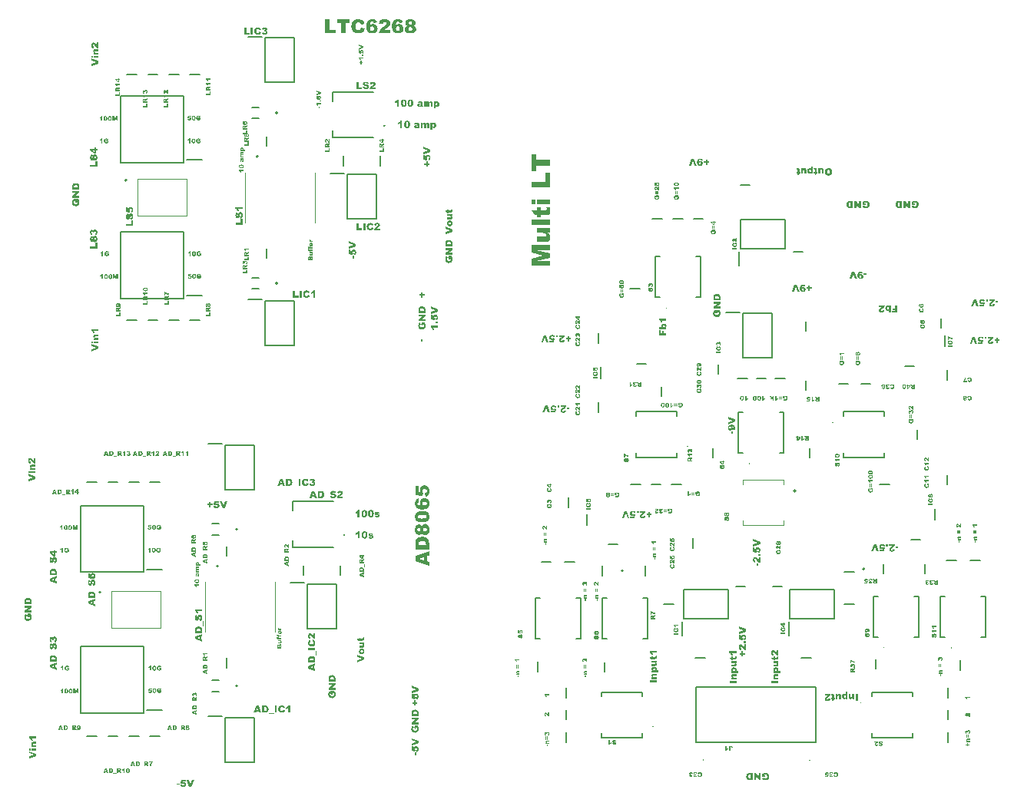
<source format=gto>
G04*
G04 #@! TF.GenerationSoftware,Altium Limited,Altium Designer,22.11.1 (43)*
G04*
G04 Layer_Color=65535*
%FSLAX44Y44*%
%MOMM*%
G71*
G04*
G04 #@! TF.SameCoordinates,63F1A2F7-16B8-44B3-AA34-CB54DD539490*
G04*
G04*
G04 #@! TF.FilePolarity,Positive*
G04*
G01*
G75*
%ADD10C,0.2000*%
%ADD43C,0.1000*%
%ADD44C,0.2032*%
G36*
X463298Y882768D02*
X463686Y882740D01*
X464159Y882685D01*
X464630Y882602D01*
X465102Y882491D01*
X465519Y882352D01*
X465574Y882324D01*
X465685Y882269D01*
X465880Y882185D01*
X466130Y882046D01*
X466407Y881880D01*
X466713Y881658D01*
X466990Y881408D01*
X467268Y881130D01*
X467296Y881103D01*
X467379Y880992D01*
X467518Y880797D01*
X467657Y880575D01*
X467851Y880270D01*
X468017Y879937D01*
X468184Y879520D01*
X468351Y879076D01*
X464159Y878576D01*
Y878604D01*
X464131Y878715D01*
X464075Y878882D01*
X464020Y879048D01*
X463825Y879465D01*
X463714Y879631D01*
X463576Y879798D01*
X463548Y879826D01*
X463520Y879853D01*
X463437Y879909D01*
X463326Y879992D01*
X463020Y880131D01*
X462826Y880159D01*
X462632Y880186D01*
X462576D01*
X462465Y880159D01*
X462271Y880131D01*
X462049Y880048D01*
X461771Y879937D01*
X461521Y879742D01*
X461244Y879492D01*
X461021Y879131D01*
X460994Y879104D01*
X460966Y878965D01*
X460882Y878771D01*
X460827Y878632D01*
X460799Y878465D01*
X460744Y878243D01*
X460688Y878021D01*
X460633Y877771D01*
X460577Y877466D01*
X460549Y877132D01*
X460494Y876772D01*
X460438Y876383D01*
X460411Y875939D01*
X460438Y875966D01*
X460549Y876078D01*
X460688Y876216D01*
X460882Y876383D01*
X461132Y876550D01*
X461382Y876744D01*
X461660Y876938D01*
X461965Y877077D01*
X461993Y877105D01*
X462104Y877132D01*
X462271Y877188D01*
X462493Y877271D01*
X462770Y877355D01*
X463076Y877410D01*
X463437Y877438D01*
X463798Y877466D01*
X463992D01*
X464131Y877438D01*
X464325Y877410D01*
X464519Y877382D01*
X464991Y877271D01*
X465547Y877105D01*
X466130Y876855D01*
X466435Y876688D01*
X466713Y876494D01*
X466990Y876244D01*
X467268Y875994D01*
X467296Y875966D01*
X467323Y875939D01*
X467407Y875855D01*
X467490Y875744D01*
X467601Y875606D01*
X467712Y875411D01*
X467851Y875217D01*
X467990Y874995D01*
X468240Y874467D01*
X468462Y873829D01*
X468628Y873135D01*
X468656Y872746D01*
X468684Y872330D01*
Y872302D01*
Y872274D01*
Y872191D01*
Y872080D01*
X468656Y871802D01*
X468600Y871413D01*
X468517Y870997D01*
X468378Y870525D01*
X468212Y870053D01*
X467962Y869581D01*
X467934Y869526D01*
X467823Y869387D01*
X467657Y869165D01*
X467434Y868887D01*
X467157Y868582D01*
X466824Y868249D01*
X466407Y867971D01*
X465963Y867693D01*
X465908Y867666D01*
X465741Y867610D01*
X465463Y867499D01*
X465102Y867388D01*
X464658Y867277D01*
X464103Y867166D01*
X463492Y867110D01*
X462826Y867083D01*
X462437D01*
X462243Y867110D01*
X462021Y867138D01*
X461521Y867194D01*
X460938Y867277D01*
X460327Y867416D01*
X459716Y867610D01*
X459161Y867860D01*
X459133D01*
X459106Y867888D01*
X458939Y867999D01*
X458689Y868193D01*
X458356Y868471D01*
X458023Y868804D01*
X457634Y869220D01*
X457273Y869748D01*
X456940Y870331D01*
Y870359D01*
X456912Y870414D01*
X456857Y870497D01*
X456829Y870636D01*
X456746Y870803D01*
X456690Y871025D01*
X456607Y871247D01*
X456552Y871525D01*
X456468Y871830D01*
X456385Y872191D01*
X456329Y872552D01*
X456274Y872968D01*
X456218Y873385D01*
X456163Y873857D01*
X456135Y874329D01*
Y874856D01*
Y874912D01*
Y875050D01*
Y875245D01*
X456163Y875522D01*
X456191Y875855D01*
X456218Y876244D01*
X456274Y876688D01*
X456357Y877160D01*
X456552Y878132D01*
X456690Y878632D01*
X456857Y879131D01*
X457051Y879603D01*
X457301Y880075D01*
X457551Y880492D01*
X457856Y880880D01*
X457884Y880908D01*
X457940Y880964D01*
X458023Y881047D01*
X458162Y881186D01*
X458356Y881325D01*
X458578Y881491D01*
X458828Y881658D01*
X459106Y881852D01*
X459439Y882019D01*
X459800Y882185D01*
X460188Y882352D01*
X460605Y882491D01*
X461077Y882629D01*
X461577Y882713D01*
X462104Y882768D01*
X462659Y882796D01*
X462965D01*
X463298Y882768D01*
D02*
G37*
G36*
X434925Y882768D02*
X435314Y882740D01*
X435785Y882685D01*
X436258Y882602D01*
X436729Y882491D01*
X437146Y882352D01*
X437201Y882324D01*
X437312Y882269D01*
X437507Y882185D01*
X437757Y882046D01*
X438034Y881880D01*
X438340Y881658D01*
X438617Y881408D01*
X438895Y881130D01*
X438923Y881103D01*
X439006Y880992D01*
X439145Y880797D01*
X439284Y880575D01*
X439478Y880270D01*
X439645Y879937D01*
X439811Y879520D01*
X439978Y879076D01*
X435785Y878576D01*
Y878604D01*
X435758Y878715D01*
X435702Y878882D01*
X435647Y879048D01*
X435452Y879464D01*
X435341Y879631D01*
X435202Y879798D01*
X435175Y879825D01*
X435147Y879853D01*
X435064Y879909D01*
X434953Y879992D01*
X434647Y880131D01*
X434453Y880159D01*
X434259Y880186D01*
X434203D01*
X434092Y880159D01*
X433898Y880131D01*
X433676Y880048D01*
X433398Y879937D01*
X433148Y879742D01*
X432870Y879492D01*
X432648Y879131D01*
X432621Y879104D01*
X432593Y878965D01*
X432510Y878771D01*
X432454Y878632D01*
X432426Y878465D01*
X432371Y878243D01*
X432315Y878021D01*
X432260Y877771D01*
X432204Y877466D01*
X432176Y877132D01*
X432121Y876772D01*
X432065Y876383D01*
X432038Y875939D01*
X432065Y875966D01*
X432176Y876077D01*
X432315Y876216D01*
X432510Y876383D01*
X432759Y876550D01*
X433009Y876744D01*
X433287Y876938D01*
X433592Y877077D01*
X433620Y877105D01*
X433731Y877132D01*
X433898Y877188D01*
X434120Y877271D01*
X434397Y877355D01*
X434703Y877410D01*
X435064Y877438D01*
X435425Y877466D01*
X435619D01*
X435758Y877438D01*
X435952Y877410D01*
X436146Y877382D01*
X436618Y877271D01*
X437174Y877105D01*
X437757Y876855D01*
X438062Y876688D01*
X438340Y876494D01*
X438617Y876244D01*
X438895Y875994D01*
X438923Y875966D01*
X438950Y875939D01*
X439034Y875855D01*
X439117Y875744D01*
X439228Y875606D01*
X439339Y875411D01*
X439478Y875217D01*
X439617Y874995D01*
X439867Y874467D01*
X440089Y873829D01*
X440255Y873135D01*
X440283Y872746D01*
X440311Y872330D01*
Y872302D01*
Y872274D01*
Y872191D01*
Y872080D01*
X440283Y871802D01*
X440228Y871413D01*
X440144Y870997D01*
X440005Y870525D01*
X439839Y870053D01*
X439589Y869581D01*
X439561Y869526D01*
X439450Y869387D01*
X439284Y869165D01*
X439062Y868887D01*
X438784Y868582D01*
X438451Y868249D01*
X438034Y867971D01*
X437590Y867693D01*
X437534Y867666D01*
X437368Y867610D01*
X437090Y867499D01*
X436729Y867388D01*
X436285Y867277D01*
X435730Y867166D01*
X435119Y867110D01*
X434453Y867083D01*
X434064D01*
X433870Y867110D01*
X433648Y867138D01*
X433148Y867194D01*
X432565Y867277D01*
X431954Y867416D01*
X431344Y867610D01*
X430788Y867860D01*
X430761D01*
X430733Y867888D01*
X430566Y867999D01*
X430316Y868193D01*
X429983Y868471D01*
X429650Y868804D01*
X429261Y869220D01*
X428900Y869748D01*
X428567Y870331D01*
Y870359D01*
X428540Y870414D01*
X428484Y870497D01*
X428456Y870636D01*
X428373Y870803D01*
X428317Y871025D01*
X428234Y871247D01*
X428179Y871525D01*
X428095Y871830D01*
X428012Y872191D01*
X427957Y872552D01*
X427901Y872968D01*
X427845Y873385D01*
X427790Y873857D01*
X427762Y874329D01*
Y874856D01*
Y874911D01*
Y875050D01*
Y875245D01*
X427790Y875522D01*
X427818Y875855D01*
X427845Y876244D01*
X427901Y876688D01*
X427984Y877160D01*
X428179Y878132D01*
X428317Y878632D01*
X428484Y879131D01*
X428678Y879603D01*
X428928Y880075D01*
X429178Y880492D01*
X429483Y880880D01*
X429511Y880908D01*
X429567Y880964D01*
X429650Y881047D01*
X429789Y881186D01*
X429983Y881325D01*
X430205Y881491D01*
X430455Y881658D01*
X430733Y881852D01*
X431066Y882019D01*
X431427Y882185D01*
X431815Y882352D01*
X432232Y882491D01*
X432704Y882629D01*
X433204Y882713D01*
X433731Y882768D01*
X434286Y882796D01*
X434592D01*
X434925Y882768D01*
D02*
G37*
G36*
X419489D02*
X419739D01*
X420017Y882740D01*
X420322Y882713D01*
X420655Y882657D01*
X421405Y882518D01*
X422154Y882296D01*
X422876Y882019D01*
X423209Y881824D01*
X423542Y881630D01*
X423570D01*
X423626Y881574D01*
X423709Y881519D01*
X423820Y881408D01*
X423959Y881297D01*
X424125Y881130D01*
X424292Y880964D01*
X424486Y880742D01*
X424681Y880519D01*
X424875Y880242D01*
X425097Y879964D01*
X425291Y879631D01*
X425486Y879270D01*
X425680Y878909D01*
X425847Y878493D01*
X426013Y878049D01*
X421849Y877132D01*
Y877160D01*
X421821Y877244D01*
X421766Y877382D01*
X421710Y877521D01*
X421544Y877854D01*
X421460Y877993D01*
X421377Y878132D01*
X421349Y878160D01*
X421321Y878215D01*
X421210Y878326D01*
X421099Y878437D01*
X420794Y878715D01*
X420405Y878965D01*
X420378Y878993D01*
X420322Y879020D01*
X420183Y879076D01*
X420044Y879131D01*
X419850Y879187D01*
X419628Y879215D01*
X419378Y879270D01*
X418962D01*
X418878Y879242D01*
X418573Y879215D01*
X418212Y879104D01*
X417823Y878965D01*
X417407Y878715D01*
X417018Y878410D01*
X416852Y878187D01*
X416685Y877965D01*
X416657Y877910D01*
X416574Y877799D01*
X416491Y877549D01*
X416380Y877244D01*
X416241Y876827D01*
X416158Y876327D01*
X416074Y875717D01*
X416047Y874995D01*
Y874967D01*
Y874884D01*
Y874745D01*
Y874578D01*
X416074Y874384D01*
Y874134D01*
X416130Y873607D01*
X416241Y873052D01*
X416352Y872468D01*
X416546Y871941D01*
X416657Y871719D01*
X416796Y871525D01*
X416824Y871497D01*
X416935Y871386D01*
X417129Y871247D01*
X417351Y871080D01*
X417657Y870886D01*
X418046Y870747D01*
X418462Y870636D01*
X418962Y870608D01*
X419184D01*
X419434Y870636D01*
X419739Y870692D01*
X420072Y870803D01*
X420405Y870914D01*
X420738Y871108D01*
X421016Y871358D01*
X421044Y871386D01*
X421127Y871497D01*
X421266Y871663D01*
X421405Y871913D01*
X421571Y872219D01*
X421738Y872607D01*
X421904Y873052D01*
X422043Y873579D01*
X426152Y872302D01*
Y872274D01*
X426124Y872219D01*
X426096Y872135D01*
X426069Y872024D01*
X425985Y871691D01*
X425819Y871302D01*
X425652Y870831D01*
X425402Y870359D01*
X425153Y869887D01*
X424819Y869415D01*
X424792Y869359D01*
X424653Y869220D01*
X424459Y869026D01*
X424209Y868748D01*
X423876Y868471D01*
X423515Y868193D01*
X423070Y867915D01*
X422598Y867666D01*
X422571D01*
X422543Y867638D01*
X422460Y867610D01*
X422376Y867582D01*
X422071Y867471D01*
X421682Y867388D01*
X421210Y867277D01*
X420627Y867166D01*
X419961Y867110D01*
X419239Y867083D01*
X418823D01*
X418601Y867110D01*
X418379D01*
X418101Y867138D01*
X417796Y867166D01*
X417157Y867249D01*
X416463Y867388D01*
X415797Y867555D01*
X415158Y867777D01*
X415130D01*
X415103Y867804D01*
X415019Y867860D01*
X414908Y867915D01*
X414603Y868110D01*
X414242Y868360D01*
X413826Y868721D01*
X413354Y869137D01*
X412910Y869665D01*
X412465Y870303D01*
Y870331D01*
X412410Y870386D01*
X412354Y870497D01*
X412299Y870636D01*
X412215Y870803D01*
X412104Y871025D01*
X411993Y871275D01*
X411910Y871580D01*
X411799Y871886D01*
X411688Y872246D01*
X411605Y872635D01*
X411494Y873052D01*
X411438Y873496D01*
X411382Y873968D01*
X411327Y874967D01*
Y875023D01*
Y875134D01*
X411355Y875328D01*
Y875578D01*
X411382Y875911D01*
X411438Y876272D01*
X411494Y876661D01*
X411577Y877105D01*
X411688Y877577D01*
X411827Y878049D01*
X411965Y878521D01*
X412160Y879020D01*
X412410Y879492D01*
X412660Y879937D01*
X412965Y880381D01*
X413326Y880769D01*
X413354Y880797D01*
X413409Y880853D01*
X413548Y880964D01*
X413687Y881075D01*
X413909Y881241D01*
X414159Y881408D01*
X414436Y881602D01*
X414797Y881797D01*
X415158Y881963D01*
X415602Y882158D01*
X416074Y882324D01*
X416574Y882491D01*
X417129Y882602D01*
X417712Y882713D01*
X418351Y882768D01*
X419017Y882796D01*
X419295D01*
X419489Y882768D01*
D02*
G37*
G36*
X308519Y873598D02*
X308645D01*
X308787Y873584D01*
X308941Y873570D01*
X309111Y873542D01*
X309491Y873471D01*
X309872Y873358D01*
X310238Y873217D01*
X310408Y873119D01*
X310577Y873020D01*
X310591D01*
X310619Y872992D01*
X310661Y872964D01*
X310718Y872907D01*
X310788Y872851D01*
X310873Y872766D01*
X310957Y872682D01*
X311056Y872569D01*
X311155Y872456D01*
X311254Y872315D01*
X311366Y872174D01*
X311465Y872005D01*
X311564Y871822D01*
X311662Y871638D01*
X311747Y871427D01*
X311831Y871201D01*
X309717Y870736D01*
Y870750D01*
X309703Y870793D01*
X309675Y870863D01*
X309646Y870934D01*
X309562Y871103D01*
X309520Y871173D01*
X309477Y871244D01*
X309463Y871258D01*
X309449Y871286D01*
X309393Y871342D01*
X309336Y871399D01*
X309181Y871540D01*
X308984Y871667D01*
X308970Y871681D01*
X308941Y871695D01*
X308871Y871723D01*
X308801Y871751D01*
X308702Y871779D01*
X308589Y871794D01*
X308462Y871822D01*
X308251D01*
X308209Y871808D01*
X308053Y871794D01*
X307870Y871737D01*
X307673Y871667D01*
X307461Y871540D01*
X307264Y871385D01*
X307179Y871272D01*
X307095Y871159D01*
X307081Y871131D01*
X307038Y871075D01*
X306996Y870948D01*
X306940Y870793D01*
X306869Y870581D01*
X306827Y870327D01*
X306785Y870017D01*
X306771Y869651D01*
Y869637D01*
Y869594D01*
Y869524D01*
Y869439D01*
X306785Y869341D01*
Y869214D01*
X306813Y868946D01*
X306869Y868664D01*
X306926Y868368D01*
X307024Y868100D01*
X307081Y867987D01*
X307151Y867889D01*
X307165Y867875D01*
X307222Y867818D01*
X307320Y867748D01*
X307433Y867663D01*
X307588Y867564D01*
X307786Y867494D01*
X307997Y867438D01*
X308251Y867423D01*
X308364D01*
X308490Y867438D01*
X308645Y867466D01*
X308815Y867522D01*
X308984Y867579D01*
X309153Y867677D01*
X309294Y867804D01*
X309308Y867818D01*
X309350Y867875D01*
X309421Y867959D01*
X309491Y868086D01*
X309576Y868241D01*
X309660Y868438D01*
X309745Y868664D01*
X309816Y868932D01*
X311902Y868283D01*
Y868269D01*
X311888Y868241D01*
X311874Y868199D01*
X311860Y868142D01*
X311817Y867973D01*
X311733Y867776D01*
X311648Y867536D01*
X311521Y867297D01*
X311394Y867057D01*
X311225Y866817D01*
X311211Y866789D01*
X311141Y866719D01*
X311042Y866620D01*
X310915Y866479D01*
X310746Y866338D01*
X310563Y866197D01*
X310337Y866056D01*
X310098Y865929D01*
X310083D01*
X310069Y865915D01*
X310027Y865901D01*
X309985Y865887D01*
X309830Y865831D01*
X309632Y865788D01*
X309393Y865732D01*
X309097Y865675D01*
X308758Y865647D01*
X308392Y865633D01*
X308180D01*
X308067Y865647D01*
X307955D01*
X307814Y865661D01*
X307659Y865675D01*
X307334Y865718D01*
X306982Y865788D01*
X306644Y865873D01*
X306320Y865986D01*
X306305D01*
X306291Y866000D01*
X306249Y866028D01*
X306193Y866056D01*
X306038Y866155D01*
X305854Y866282D01*
X305643Y866465D01*
X305403Y866676D01*
X305178Y866944D01*
X304952Y867268D01*
Y867282D01*
X304924Y867311D01*
X304896Y867367D01*
X304867Y867438D01*
X304825Y867522D01*
X304769Y867635D01*
X304712Y867762D01*
X304670Y867917D01*
X304614Y868072D01*
X304557Y868255D01*
X304515Y868453D01*
X304459Y868664D01*
X304431Y868889D01*
X304402Y869129D01*
X304374Y869637D01*
Y869665D01*
Y869721D01*
X304388Y869820D01*
Y869947D01*
X304402Y870116D01*
X304431Y870299D01*
X304459Y870497D01*
X304501Y870722D01*
X304557Y870962D01*
X304628Y871201D01*
X304698Y871441D01*
X304797Y871695D01*
X304924Y871935D01*
X305051Y872160D01*
X305206Y872386D01*
X305389Y872583D01*
X305403Y872597D01*
X305431Y872625D01*
X305502Y872682D01*
X305572Y872738D01*
X305685Y872823D01*
X305812Y872907D01*
X305953Y873006D01*
X306136Y873105D01*
X306320Y873189D01*
X306545Y873288D01*
X306785Y873372D01*
X307038Y873457D01*
X307320Y873513D01*
X307616Y873570D01*
X307941Y873598D01*
X308279Y873612D01*
X308420D01*
X308519Y873598D01*
D02*
G37*
G36*
X316018D02*
X316145D01*
X316286Y873584D01*
X316441Y873570D01*
X316610Y873542D01*
X316977Y873471D01*
X317329Y873372D01*
X317682Y873231D01*
X317823Y873147D01*
X317964Y873048D01*
X317978D01*
X317992Y873020D01*
X318076Y872950D01*
X318175Y872823D01*
X318302Y872653D01*
X318429Y872456D01*
X318542Y872216D01*
X318612Y871935D01*
X318626Y871779D01*
X318640Y871624D01*
Y871596D01*
Y871540D01*
X318626Y871441D01*
X318612Y871328D01*
X318570Y871187D01*
X318528Y871032D01*
X318457Y870877D01*
X318358Y870722D01*
X318344Y870708D01*
X318302Y870652D01*
X318246Y870581D01*
X318161Y870482D01*
X318048Y870384D01*
X317907Y870257D01*
X317738Y870130D01*
X317541Y870017D01*
X317555D01*
X317611Y870003D01*
X317696Y869975D01*
X317794Y869947D01*
X318006Y869862D01*
X318119Y869820D01*
X318217Y869764D01*
X318232Y869750D01*
X318274Y869721D01*
X318344Y869665D01*
X318429Y869594D01*
X318528Y869510D01*
X318626Y869397D01*
X318725Y869270D01*
X318809Y869129D01*
X318824Y869115D01*
X318852Y869059D01*
X318880Y868974D01*
X318922Y868876D01*
X318965Y868735D01*
X319007Y868579D01*
X319021Y868410D01*
X319035Y868213D01*
Y868199D01*
Y868185D01*
Y868100D01*
X319021Y867973D01*
X318993Y867804D01*
X318950Y867593D01*
X318880Y867381D01*
X318795Y867156D01*
X318668Y866916D01*
X318654Y866888D01*
X318598Y866817D01*
X318528Y866704D01*
X318415Y866563D01*
X318260Y866408D01*
X318090Y866253D01*
X317893Y866098D01*
X317654Y865957D01*
X317639D01*
X317625Y865943D01*
X317583Y865929D01*
X317527Y865901D01*
X317470Y865887D01*
X317386Y865859D01*
X317188Y865802D01*
X316935Y865732D01*
X316639Y865689D01*
X316286Y865647D01*
X315905Y865633D01*
X315736D01*
X315652Y865647D01*
X315539D01*
X315313Y865661D01*
X315046Y865689D01*
X314764Y865732D01*
X314496Y865788D01*
X314242Y865873D01*
X314214Y865887D01*
X314143Y865915D01*
X314031Y865972D01*
X313890Y866056D01*
X313734Y866155D01*
X313565Y866282D01*
X313396Y866423D01*
X313241Y866592D01*
X313227Y866620D01*
X313171Y866676D01*
X313100Y866775D01*
X313016Y866916D01*
X312917Y867099D01*
X312832Y867297D01*
X312734Y867536D01*
X312649Y867790D01*
X314792Y868086D01*
Y868058D01*
X314820Y867987D01*
X314848Y867875D01*
X314890Y867734D01*
X315003Y867438D01*
X315088Y867297D01*
X315172Y867184D01*
X315187Y867170D01*
X315215Y867141D01*
X315285Y867113D01*
X315356Y867071D01*
X315454Y867015D01*
X315581Y866986D01*
X315708Y866958D01*
X315863Y866944D01*
X315934D01*
X316018Y866958D01*
X316117Y866986D01*
X316230Y867015D01*
X316357Y867071D01*
X316469Y867156D01*
X316582Y867254D01*
X316596Y867268D01*
X316624Y867311D01*
X316681Y867381D01*
X316737Y867480D01*
X316779Y867593D01*
X316836Y867748D01*
X316864Y867917D01*
X316878Y868100D01*
Y868128D01*
Y868185D01*
X316864Y868283D01*
X316850Y868410D01*
X316808Y868537D01*
X316765Y868678D01*
X316695Y868805D01*
X316596Y868932D01*
X316582Y868946D01*
X316540Y868974D01*
X316483Y869031D01*
X316399Y869087D01*
X316286Y869129D01*
X316159Y869186D01*
X316004Y869214D01*
X315835Y869228D01*
X315736D01*
X315652Y869214D01*
X315553Y869200D01*
X315440Y869172D01*
X315299Y869143D01*
X315144Y869101D01*
X315243Y870623D01*
X315342D01*
X315440Y870609D01*
X315595D01*
X315680Y870623D01*
X315779Y870638D01*
X315877Y870666D01*
X316004Y870722D01*
X316117Y870779D01*
X316230Y870863D01*
X316244Y870877D01*
X316272Y870905D01*
X316328Y870962D01*
X316385Y871046D01*
X316427Y871131D01*
X316483Y871244D01*
X316512Y871371D01*
X316526Y871497D01*
Y871512D01*
Y871554D01*
X316512Y871624D01*
X316497Y871695D01*
X316469Y871794D01*
X316441Y871878D01*
X316385Y871977D01*
X316314Y872061D01*
X316300Y872076D01*
X316272Y872090D01*
X316230Y872132D01*
X316159Y872174D01*
X316075Y872202D01*
X315976Y872245D01*
X315863Y872259D01*
X315722Y872273D01*
X315666D01*
X315595Y872259D01*
X315497Y872245D01*
X315398Y872216D01*
X315299Y872174D01*
X315201Y872118D01*
X315102Y872033D01*
X315088Y872019D01*
X315060Y871991D01*
X315032Y871935D01*
X314975Y871850D01*
X314933Y871737D01*
X314876Y871610D01*
X314834Y871441D01*
X314792Y871244D01*
X312762Y871596D01*
Y871610D01*
X312776Y871638D01*
X312790Y871695D01*
X312804Y871751D01*
X312846Y871836D01*
X312875Y871935D01*
X312973Y872146D01*
X313100Y872386D01*
X313269Y872639D01*
X313467Y872879D01*
X313720Y873091D01*
X313734D01*
X313749Y873119D01*
X313791Y873133D01*
X313861Y873175D01*
X313932Y873217D01*
X314016Y873260D01*
X314129Y873302D01*
X314256Y873358D01*
X314383Y873401D01*
X314538Y873443D01*
X314707Y873485D01*
X314890Y873528D01*
X315088Y873570D01*
X315299Y873584D01*
X315765Y873612D01*
X315905D01*
X316018Y873598D01*
D02*
G37*
G36*
X448612Y882768D02*
X448834D01*
X449333Y882740D01*
X449889Y882657D01*
X450472Y882574D01*
X451027Y882435D01*
X451527Y882269D01*
X451554D01*
X451582Y882241D01*
X451721Y882185D01*
X451971Y882046D01*
X452248Y881880D01*
X452554Y881658D01*
X452887Y881408D01*
X453220Y881075D01*
X453498Y880714D01*
X453526Y880658D01*
X453609Y880519D01*
X453720Y880325D01*
X453859Y880020D01*
X453997Y879687D01*
X454109Y879270D01*
X454192Y878826D01*
X454220Y878354D01*
Y878326D01*
Y878298D01*
Y878215D01*
Y878132D01*
X454164Y877854D01*
X454109Y877493D01*
X454025Y877105D01*
X453859Y876633D01*
X453664Y876161D01*
X453387Y875689D01*
X453359Y875633D01*
X453220Y875467D01*
X453026Y875217D01*
X452720Y874884D01*
X452304Y874467D01*
X452054Y874245D01*
X451804Y873995D01*
X451499Y873745D01*
X451166Y873468D01*
X450805Y873190D01*
X450416Y872913D01*
X450361Y872885D01*
X450222Y872774D01*
X450000Y872607D01*
X449722Y872413D01*
X449445Y872219D01*
X449139Y872024D01*
X448889Y871830D01*
X448695Y871663D01*
X448667Y871636D01*
X448612Y871608D01*
X448528Y871525D01*
X448417Y871441D01*
X448112Y871136D01*
X447696Y870775D01*
X454331D01*
Y867333D01*
X441616D01*
Y867360D01*
Y867416D01*
X441643Y867527D01*
X441671Y867638D01*
X441699Y867804D01*
X441727Y867999D01*
X441865Y868471D01*
X442032Y868998D01*
X442254Y869581D01*
X442560Y870220D01*
X442920Y870831D01*
X442948Y870858D01*
X442976Y870914D01*
X443031Y870997D01*
X443143Y871136D01*
X443281Y871275D01*
X443420Y871469D01*
X443642Y871691D01*
X443864Y871941D01*
X444114Y872219D01*
X444420Y872524D01*
X444753Y872829D01*
X445141Y873190D01*
X445558Y873551D01*
X446030Y873940D01*
X446530Y874329D01*
X447085Y874745D01*
X447113Y874773D01*
X447168Y874800D01*
X447251Y874884D01*
X447390Y874967D01*
X447696Y875217D01*
X448084Y875522D01*
X448473Y875883D01*
X448889Y876216D01*
X449222Y876550D01*
X449361Y876716D01*
X449472Y876855D01*
X449500Y876883D01*
X449556Y876966D01*
X449639Y877105D01*
X449750Y877299D01*
X449833Y877493D01*
X449916Y877743D01*
X449972Y877965D01*
X450000Y878215D01*
Y878243D01*
Y878326D01*
X449972Y878465D01*
X449944Y878632D01*
X449861Y878826D01*
X449778Y879020D01*
X449639Y879215D01*
X449472Y879409D01*
X449445Y879437D01*
X449389Y879492D01*
X449278Y879576D01*
X449111Y879659D01*
X448917Y879742D01*
X448695Y879825D01*
X448445Y879881D01*
X448167Y879909D01*
X448029D01*
X447890Y879881D01*
X447696Y879853D01*
X447501Y879770D01*
X447279Y879687D01*
X447057Y879548D01*
X446835Y879381D01*
X446807Y879353D01*
X446752Y879298D01*
X446668Y879159D01*
X446557Y878965D01*
X446446Y878715D01*
X446335Y878410D01*
X446252Y878049D01*
X446169Y877605D01*
X441921Y877938D01*
Y877965D01*
Y878021D01*
X441949Y878104D01*
X441977Y878243D01*
X442032Y878548D01*
X442115Y878965D01*
X442254Y879409D01*
X442393Y879853D01*
X442587Y880297D01*
X442809Y880714D01*
X442837Y880769D01*
X442920Y880880D01*
X443087Y881047D01*
X443309Y881269D01*
X443559Y881519D01*
X443892Y881769D01*
X444253Y882019D01*
X444697Y882241D01*
X444725D01*
X444753Y882269D01*
X444919Y882324D01*
X445197Y882407D01*
X445586Y882518D01*
X446058Y882629D01*
X446641Y882713D01*
X447307Y882768D01*
X448056Y882796D01*
X448417D01*
X448612Y882768D01*
D02*
G37*
G36*
X409745Y878798D02*
X404942D01*
Y867333D01*
X400250D01*
Y878798D01*
X395447D01*
Y882546D01*
X409745D01*
Y878798D01*
D02*
G37*
G36*
X387035Y871080D02*
X394392D01*
Y867333D01*
X382343D01*
Y882546D01*
X387035D01*
Y871080D01*
D02*
G37*
G36*
X476763Y882768D02*
X477012D01*
X477318Y882740D01*
X477623Y882713D01*
X477984Y882657D01*
X478706Y882518D01*
X479455Y882296D01*
X480177Y882019D01*
X480483Y881824D01*
X480788Y881630D01*
X480816D01*
X480844Y881574D01*
X481010Y881408D01*
X481260Y881158D01*
X481538Y880825D01*
X481787Y880408D01*
X482037Y879909D01*
X482204Y879353D01*
X482232Y879048D01*
X482259Y878715D01*
Y878660D01*
Y878548D01*
X482232Y878354D01*
X482176Y878104D01*
X482121Y877799D01*
X482010Y877466D01*
X481871Y877132D01*
X481676Y876799D01*
X481649Y876772D01*
X481593Y876688D01*
X481482Y876550D01*
X481343Y876383D01*
X481149Y876189D01*
X480899Y875994D01*
X480621Y875744D01*
X480288Y875522D01*
X480316D01*
X480344Y875495D01*
X480483Y875411D01*
X480705Y875273D01*
X480982Y875106D01*
X481288Y874884D01*
X481593Y874606D01*
X481898Y874301D01*
X482148Y873940D01*
X482176Y873884D01*
X482232Y873773D01*
X482343Y873579D01*
X482454Y873301D01*
X482565Y872996D01*
X482676Y872607D01*
X482731Y872219D01*
X482759Y871774D01*
Y871719D01*
Y871580D01*
X482731Y871358D01*
X482704Y871080D01*
X482620Y870747D01*
X482537Y870386D01*
X482398Y870025D01*
X482232Y869637D01*
X482204Y869581D01*
X482148Y869470D01*
X482037Y869304D01*
X481871Y869081D01*
X481676Y868832D01*
X481454Y868582D01*
X481204Y868332D01*
X480927Y868110D01*
X480899Y868082D01*
X480788Y868027D01*
X480621Y867943D01*
X480399Y867804D01*
X480122Y867693D01*
X479816Y867555D01*
X479428Y867443D01*
X479011Y867333D01*
X478956D01*
X478817Y867305D01*
X478595Y867249D01*
X478289Y867221D01*
X477929Y867166D01*
X477512Y867110D01*
X477068Y867083D01*
X476207D01*
X475985Y867110D01*
X475763D01*
X475236Y867166D01*
X474625Y867221D01*
X474014Y867305D01*
X473403Y867443D01*
X472876Y867638D01*
X472820Y867666D01*
X472654Y867749D01*
X472432Y867888D01*
X472154Y868082D01*
X471849Y868304D01*
X471516Y868609D01*
X471210Y868943D01*
X470933Y869331D01*
X470905Y869387D01*
X470821Y869526D01*
X470738Y869748D01*
X470627Y870053D01*
X470488Y870414D01*
X470405Y870831D01*
X470322Y871302D01*
X470294Y871802D01*
Y871830D01*
Y871858D01*
Y872024D01*
X470322Y872274D01*
X470377Y872607D01*
X470433Y872968D01*
X470544Y873329D01*
X470710Y873718D01*
X470905Y874079D01*
X470933Y874134D01*
X471016Y874245D01*
X471155Y874412D01*
X471377Y874606D01*
X471654Y874856D01*
X471960Y875078D01*
X472376Y875328D01*
X472820Y875522D01*
X472765Y875550D01*
X472654Y875606D01*
X472487Y875717D01*
X472265Y875855D01*
X472043Y876050D01*
X471793Y876244D01*
X471571Y876466D01*
X471377Y876688D01*
X471349Y876716D01*
X471293Y876855D01*
X471182Y877021D01*
X471071Y877271D01*
X470960Y877577D01*
X470849Y877938D01*
X470794Y878326D01*
X470766Y878743D01*
Y878771D01*
Y878826D01*
Y878937D01*
X470794Y879048D01*
X470821Y879215D01*
X470849Y879409D01*
X470988Y879853D01*
X471210Y880325D01*
X471349Y880603D01*
X471516Y880853D01*
X471710Y881103D01*
X471960Y881380D01*
X472237Y881630D01*
X472543Y881852D01*
X472570D01*
X472598Y881880D01*
X472682Y881935D01*
X472793Y881991D01*
X472931Y882074D01*
X473126Y882158D01*
X473320Y882241D01*
X473542Y882324D01*
X474070Y882491D01*
X474708Y882657D01*
X475430Y882768D01*
X476263Y882796D01*
X476568D01*
X476763Y882768D01*
D02*
G37*
G36*
X302950Y865760D02*
X300554D01*
Y873485D01*
X302950D01*
Y865760D01*
D02*
G37*
G36*
X295634Y867663D02*
X299370D01*
Y865760D01*
X293252D01*
Y873485D01*
X295634D01*
Y867663D01*
D02*
G37*
G36*
X132661Y850561D02*
X132619D01*
X132563Y850575D01*
X132506Y850590D01*
X132422Y850604D01*
X132323Y850618D01*
X132083Y850688D01*
X131816Y850773D01*
X131519Y850885D01*
X131195Y851041D01*
X130885Y851224D01*
X130871Y851238D01*
X130843Y851252D01*
X130801Y851280D01*
X130730Y851337D01*
X130660Y851407D01*
X130561Y851478D01*
X130448Y851590D01*
X130321Y851703D01*
X130180Y851830D01*
X130025Y851985D01*
X129870Y852154D01*
X129687Y852352D01*
X129504Y852563D01*
X129306Y852803D01*
X129109Y853056D01*
X128897Y853338D01*
X128883Y853353D01*
X128869Y853381D01*
X128827Y853423D01*
X128785Y853493D01*
X128658Y853649D01*
X128503Y853846D01*
X128319Y854043D01*
X128150Y854255D01*
X127981Y854424D01*
X127896Y854494D01*
X127826Y854551D01*
X127812Y854565D01*
X127770Y854593D01*
X127699Y854635D01*
X127600Y854692D01*
X127502Y854734D01*
X127375Y854776D01*
X127262Y854805D01*
X127135Y854819D01*
X127079D01*
X127008Y854805D01*
X126924Y854790D01*
X126825Y854748D01*
X126726Y854706D01*
X126628Y854635D01*
X126529Y854551D01*
X126515Y854537D01*
X126487Y854509D01*
X126445Y854452D01*
X126402Y854368D01*
X126360Y854269D01*
X126318Y854156D01*
X126289Y854029D01*
X126275Y853888D01*
Y853818D01*
X126289Y853747D01*
X126304Y853649D01*
X126346Y853550D01*
X126388Y853437D01*
X126459Y853324D01*
X126543Y853212D01*
X126557Y853197D01*
X126586Y853169D01*
X126656Y853127D01*
X126755Y853071D01*
X126882Y853014D01*
X127037Y852958D01*
X127220Y852915D01*
X127445Y852873D01*
X127276Y850716D01*
X127234D01*
X127192Y850731D01*
X127121Y850745D01*
X126966Y850773D01*
X126755Y850815D01*
X126529Y850885D01*
X126304Y850956D01*
X126078Y851055D01*
X125866Y851168D01*
X125838Y851182D01*
X125782Y851224D01*
X125697Y851309D01*
X125585Y851421D01*
X125458Y851548D01*
X125331Y851717D01*
X125204Y851900D01*
X125091Y852126D01*
Y852140D01*
X125077Y852154D01*
X125049Y852239D01*
X125007Y852380D01*
X124950Y852577D01*
X124894Y852817D01*
X124852Y853113D01*
X124823Y853451D01*
X124809Y853832D01*
Y854015D01*
X124823Y854114D01*
Y854227D01*
X124837Y854480D01*
X124880Y854762D01*
X124922Y855058D01*
X124993Y855340D01*
X125077Y855594D01*
Y855608D01*
X125091Y855622D01*
X125119Y855693D01*
X125190Y855819D01*
X125274Y855960D01*
X125387Y856115D01*
X125514Y856285D01*
X125683Y856454D01*
X125866Y856595D01*
X125895Y856609D01*
X125965Y856651D01*
X126064Y856708D01*
X126219Y856778D01*
X126388Y856849D01*
X126600Y856905D01*
X126825Y856947D01*
X127065Y856961D01*
X127177D01*
X127318Y856933D01*
X127502Y856905D01*
X127699Y856863D01*
X127939Y856778D01*
X128178Y856679D01*
X128418Y856538D01*
X128446Y856524D01*
X128531Y856454D01*
X128658Y856355D01*
X128827Y856200D01*
X129038Y855989D01*
X129151Y855862D01*
X129278Y855735D01*
X129405Y855580D01*
X129546Y855411D01*
X129687Y855227D01*
X129828Y855030D01*
X129842Y855002D01*
X129898Y854931D01*
X129983Y854819D01*
X130082Y854678D01*
X130180Y854537D01*
X130279Y854382D01*
X130378Y854255D01*
X130462Y854156D01*
X130476Y854142D01*
X130490Y854114D01*
X130533Y854072D01*
X130575Y854015D01*
X130730Y853860D01*
X130913Y853649D01*
Y857018D01*
X132661D01*
Y850561D01*
D02*
G37*
G36*
X424678Y852712D02*
Y851020D01*
X419612Y849106D01*
Y850743D01*
X423264Y851880D01*
X419612Y853008D01*
Y854598D01*
X424678Y852712D01*
D02*
G37*
G36*
X423069Y848801D02*
X423199Y848783D01*
X423338Y848746D01*
X423495Y848709D01*
X423670Y848644D01*
X423837Y848561D01*
X423846D01*
X423855Y848551D01*
X423911Y848514D01*
X423994Y848459D01*
X424096Y848385D01*
X424207Y848283D01*
X424318Y848163D01*
X424428Y848025D01*
X424530Y847867D01*
Y847858D01*
X424539Y847849D01*
X424549Y847821D01*
X424567Y847784D01*
X424586Y847747D01*
X424604Y847692D01*
X424641Y847562D01*
X424687Y847396D01*
X424724Y847192D01*
X424752Y846971D01*
X424761Y846721D01*
Y846638D01*
X424752Y846545D01*
Y846425D01*
X424743Y846295D01*
X424724Y846148D01*
X424697Y846000D01*
X424669Y845861D01*
X424660Y845843D01*
X424650Y845806D01*
X424632Y845741D01*
X424595Y845658D01*
X424558Y845556D01*
X424512Y845454D01*
X424392Y845251D01*
X424382Y845241D01*
X424355Y845214D01*
X424318Y845168D01*
X424262Y845103D01*
X424207Y845038D01*
X424133Y844973D01*
X423966Y844844D01*
X423957Y844835D01*
X423920Y844816D01*
X423874Y844789D01*
X423800Y844761D01*
X423717Y844715D01*
X423615Y844678D01*
X423495Y844631D01*
X423365Y844594D01*
X423208Y846018D01*
X423227D01*
X423264Y846027D01*
X423328Y846046D01*
X423402Y846064D01*
X423485Y846092D01*
X423569Y846138D01*
X423652Y846185D01*
X423726Y846249D01*
X423735Y846259D01*
X423754Y846286D01*
X423781Y846323D01*
X423809Y846379D01*
X423846Y846443D01*
X423874Y846527D01*
X423892Y846619D01*
X423901Y846712D01*
Y846758D01*
X423892Y846813D01*
X423874Y846887D01*
X423846Y846961D01*
X423809Y847044D01*
X423754Y847128D01*
X423680Y847202D01*
X423670Y847211D01*
X423633Y847229D01*
X423587Y847266D01*
X423513Y847303D01*
X423421Y847331D01*
X423310Y847368D01*
X423180Y847386D01*
X423023Y847396D01*
X422949D01*
X422866Y847386D01*
X422774Y847368D01*
X422663Y847349D01*
X422552Y847313D01*
X422450Y847266D01*
X422357Y847202D01*
X422348Y847192D01*
X422320Y847165D01*
X422293Y847128D01*
X422247Y847063D01*
X422210Y846989D01*
X422182Y846906D01*
X422154Y846795D01*
X422145Y846684D01*
Y846647D01*
X422154Y846610D01*
Y846554D01*
X422191Y846434D01*
X422210Y846360D01*
X422247Y846286D01*
Y846277D01*
X422265Y846259D01*
X422284Y846231D01*
X422311Y846194D01*
X422348Y846148D01*
X422394Y846092D01*
X422450Y846037D01*
X422515Y845972D01*
X422339Y844779D01*
X419612Y845223D01*
Y848570D01*
X420739D01*
Y846295D01*
X421498Y846175D01*
X421488Y846185D01*
X421479Y846212D01*
X421461Y846268D01*
X421433Y846323D01*
X421405Y846397D01*
X421377Y846480D01*
X421331Y846647D01*
Y846656D01*
X421322Y846684D01*
X421313Y846730D01*
X421303Y846795D01*
X421294Y846860D01*
X421285Y846934D01*
X421276Y847100D01*
Y847174D01*
X421285Y847229D01*
Y847294D01*
X421303Y847368D01*
X421331Y847534D01*
X421387Y847738D01*
X421470Y847941D01*
X421525Y848043D01*
X421581Y848145D01*
X421655Y848237D01*
X421738Y848330D01*
X421747Y848339D01*
X421757Y848348D01*
X421784Y848376D01*
X421821Y848403D01*
X421867Y848440D01*
X421923Y848477D01*
X422052Y848570D01*
X422219Y848662D01*
X422422Y848736D01*
X422644Y848792D01*
X422764Y848801D01*
X422894Y848810D01*
X422977D01*
X423069Y848801D01*
D02*
G37*
G36*
X132661Y847488D02*
X129504D01*
X129405Y847474D01*
X129292Y847460D01*
X129052Y847404D01*
X128940Y847361D01*
X128841Y847291D01*
X128827Y847277D01*
X128799Y847249D01*
X128771Y847206D01*
X128728Y847150D01*
X128686Y847065D01*
X128644Y846981D01*
X128630Y846868D01*
X128615Y846741D01*
Y846671D01*
X128630Y846600D01*
X128658Y846516D01*
X128686Y846417D01*
X128742Y846304D01*
X128813Y846205D01*
X128912Y846107D01*
X128926Y846093D01*
X128968Y846064D01*
X129052Y846036D01*
X129151Y845994D01*
X129306Y845938D01*
X129489Y845909D01*
X129715Y845881D01*
X129983Y845867D01*
X132661D01*
Y843724D01*
X127065D01*
Y845712D01*
X127981D01*
X127953Y845726D01*
X127882Y845797D01*
X127784Y845881D01*
X127671Y845994D01*
X127530Y846135D01*
X127403Y846290D01*
X127276Y846445D01*
X127177Y846614D01*
X127163Y846642D01*
X127135Y846699D01*
X127107Y846797D01*
X127051Y846924D01*
X127008Y847094D01*
X126980Y847291D01*
X126952Y847502D01*
X126938Y847742D01*
Y847827D01*
X126952Y847883D01*
X126966Y848052D01*
X127008Y848249D01*
X127065Y848475D01*
X127163Y848700D01*
X127290Y848926D01*
X127474Y849137D01*
X127502Y849166D01*
X127572Y849222D01*
X127699Y849293D01*
X127882Y849391D01*
X128108Y849490D01*
X128390Y849560D01*
X128728Y849617D01*
X129109Y849645D01*
X132661D01*
Y847488D01*
D02*
G37*
G36*
X424678Y842431D02*
X423264D01*
Y843938D01*
X424678D01*
Y842431D01*
D02*
G37*
G36*
X132661Y840214D02*
X127065D01*
Y842357D01*
X132661D01*
Y840214D01*
D02*
G37*
G36*
X126402D02*
X124936D01*
Y842357D01*
X126402D01*
Y840214D01*
D02*
G37*
G36*
X424678Y839343D02*
X421313D01*
X421322Y839324D01*
X421359Y839287D01*
X421405Y839213D01*
X421470Y839130D01*
X421535Y839028D01*
X421609Y838908D01*
X421683Y838788D01*
X421747Y838668D01*
X421757Y838649D01*
X421775Y838612D01*
X421803Y838539D01*
X421840Y838446D01*
X421886Y838326D01*
X421941Y838196D01*
X421988Y838039D01*
X422043Y837864D01*
X420897D01*
Y837873D01*
X420887Y837891D01*
X420869Y837928D01*
X420860Y837984D01*
X420832Y838039D01*
X420804Y838113D01*
X420739Y838270D01*
X420656Y838446D01*
X420564Y838631D01*
X420462Y838816D01*
X420342Y838973D01*
Y838982D01*
X420323Y838991D01*
X420286Y839038D01*
X420212Y839112D01*
X420111Y839204D01*
X420000Y839306D01*
X419861Y839408D01*
X419704Y839509D01*
X419528Y839602D01*
Y840767D01*
X424678D01*
Y839343D01*
D02*
G37*
G36*
X422709Y835487D02*
X424031D01*
Y834369D01*
X422709D01*
Y833047D01*
X421590D01*
Y834369D01*
X420259D01*
Y835487D01*
X421590D01*
Y836819D01*
X422709D01*
Y835487D01*
D02*
G37*
G36*
X132661Y836605D02*
Y834025D01*
X124936Y831107D01*
Y833603D01*
X130504Y835337D01*
X124936Y837056D01*
Y839481D01*
X132661Y836605D01*
D02*
G37*
G36*
X256394Y815694D02*
X253029D01*
X253038Y815676D01*
X253075Y815639D01*
X253121Y815565D01*
X253186Y815482D01*
X253251Y815380D01*
X253325Y815260D01*
X253399Y815140D01*
X253463Y815020D01*
X253473Y815001D01*
X253491Y814964D01*
X253519Y814890D01*
X253556Y814798D01*
X253602Y814677D01*
X253657Y814548D01*
X253704Y814391D01*
X253759Y814215D01*
X252613D01*
Y814224D01*
X252603Y814243D01*
X252585Y814280D01*
X252576Y814335D01*
X252548Y814391D01*
X252520Y814465D01*
X252456Y814622D01*
X252372Y814798D01*
X252280Y814983D01*
X252178Y815167D01*
X252058Y815325D01*
Y815334D01*
X252040Y815343D01*
X252003Y815389D01*
X251929Y815463D01*
X251827Y815556D01*
X251716Y815657D01*
X251577Y815759D01*
X251420Y815861D01*
X251244Y815953D01*
Y817118D01*
X256394D01*
Y815694D01*
D02*
G37*
G36*
X155629Y816776D02*
X156572D01*
Y815547D01*
X155629D01*
Y812976D01*
X154473D01*
X151422Y815547D01*
Y816776D01*
X154538D01*
Y817414D01*
X155629D01*
Y816776D01*
D02*
G37*
G36*
X427682Y813654D02*
X427809D01*
X427950Y813640D01*
X428105Y813626D01*
X428274Y813598D01*
X428641Y813527D01*
X429021Y813428D01*
X429374Y813287D01*
X429543Y813203D01*
X429698Y813104D01*
X429712D01*
X429726Y813076D01*
X429825Y813006D01*
X429952Y812865D01*
X430107Y812681D01*
X430191Y812569D01*
X430262Y812442D01*
X430346Y812287D01*
X430417Y812132D01*
X430488Y811962D01*
X430544Y811779D01*
X430586Y811568D01*
X430628Y811356D01*
X428373Y811229D01*
Y811257D01*
X428359Y811314D01*
X428331Y811413D01*
X428288Y811525D01*
X428232Y811638D01*
X428176Y811765D01*
X428091Y811892D01*
X427992Y811991D01*
X427978Y812005D01*
X427936Y812033D01*
X427879Y812061D01*
X427795Y812117D01*
X427682Y812160D01*
X427541Y812188D01*
X427386Y812216D01*
X427203Y812230D01*
X427132D01*
X427062Y812216D01*
X426963Y812202D01*
X426752Y812160D01*
X426653Y812103D01*
X426568Y812047D01*
X426554Y812033D01*
X426540Y812019D01*
X426470Y811934D01*
X426399Y811793D01*
X426385Y811709D01*
X426371Y811624D01*
Y811610D01*
Y811596D01*
X426399Y811511D01*
X426442Y811398D01*
X426484Y811342D01*
X426540Y811286D01*
X426554D01*
X426583Y811257D01*
X426625Y811229D01*
X426710Y811187D01*
X426808Y811145D01*
X426949Y811102D01*
X427118Y811046D01*
X427330Y811004D01*
X427344D01*
X427400Y810990D01*
X427485Y810975D01*
X427584Y810947D01*
X427710Y810919D01*
X427865Y810877D01*
X428035Y810835D01*
X428204Y810792D01*
X428570Y810694D01*
X428951Y810567D01*
X429289Y810440D01*
X429444Y810383D01*
X429585Y810313D01*
X429599D01*
X429613Y810299D01*
X429698Y810257D01*
X429811Y810186D01*
X429966Y810087D01*
X430121Y809960D01*
X430290Y809820D01*
X430445Y809650D01*
X430572Y809467D01*
X430586Y809439D01*
X430614Y809383D01*
X430671Y809270D01*
X430727Y809129D01*
X430784Y808960D01*
X430840Y808776D01*
X430868Y808551D01*
X430882Y808325D01*
Y808311D01*
Y808297D01*
Y808255D01*
Y808198D01*
X430854Y808057D01*
X430826Y807874D01*
X430784Y807663D01*
X430699Y807423D01*
X430600Y807183D01*
X430459Y806944D01*
X430445Y806916D01*
X430389Y806845D01*
X430290Y806732D01*
X430163Y806591D01*
X429994Y806436D01*
X429797Y806281D01*
X429571Y806140D01*
X429303Y805999D01*
X429289D01*
X429275Y805985D01*
X429233Y805971D01*
X429176Y805957D01*
X429106Y805929D01*
X429007Y805901D01*
X428909Y805872D01*
X428796Y805844D01*
X428528Y805788D01*
X428204Y805731D01*
X427851Y805703D01*
X427443Y805689D01*
X427259D01*
X427118Y805703D01*
X426963Y805717D01*
X426780Y805731D01*
X426583Y805745D01*
X426357Y805788D01*
X425906Y805872D01*
X425455Y805999D01*
X425243Y806084D01*
X425046Y806197D01*
X424863Y806309D01*
X424708Y806436D01*
X424694Y806450D01*
X424679Y806479D01*
X424637Y806521D01*
X424595Y806577D01*
X424538Y806648D01*
X424468Y806732D01*
X424398Y806845D01*
X424327Y806958D01*
X424172Y807240D01*
X424031Y807578D01*
X423932Y807945D01*
X423890Y808156D01*
X423862Y808368D01*
X426132Y808523D01*
Y808494D01*
X426146Y808424D01*
X426160Y808325D01*
X426202Y808213D01*
X426287Y807931D01*
X426357Y807790D01*
X426427Y807677D01*
X426442Y807663D01*
X426498Y807606D01*
X426583Y807536D01*
X426695Y807451D01*
X426850Y807353D01*
X427034Y807282D01*
X427245Y807226D01*
X427485Y807212D01*
X427569D01*
X427654Y807226D01*
X427781Y807240D01*
X427908Y807268D01*
X428035Y807310D01*
X428161Y807367D01*
X428274Y807437D01*
X428288Y807451D01*
X428316Y807479D01*
X428359Y807536D01*
X428415Y807592D01*
X428472Y807677D01*
X428514Y807775D01*
X428542Y807888D01*
X428556Y808001D01*
Y808015D01*
Y808057D01*
X428542Y808114D01*
X428528Y808184D01*
X428486Y808269D01*
X428443Y808354D01*
X428373Y808452D01*
X428288Y808537D01*
X428274Y808551D01*
X428232Y808579D01*
X428147Y808621D01*
X428035Y808678D01*
X427865Y808748D01*
X427654Y808833D01*
X427527Y808875D01*
X427386Y808903D01*
X427231Y808945D01*
X427062Y808988D01*
X427048D01*
X426991Y809002D01*
X426907Y809030D01*
X426808Y809044D01*
X426681Y809087D01*
X426526Y809129D01*
X426371Y809171D01*
X426202Y809228D01*
X425821Y809369D01*
X425455Y809523D01*
X425117Y809707D01*
X424961Y809806D01*
X424821Y809918D01*
Y809932D01*
X424792Y809946D01*
X424722Y810017D01*
X424609Y810144D01*
X424496Y810327D01*
X424369Y810538D01*
X424257Y810792D01*
X424186Y811074D01*
X424172Y811229D01*
X424158Y811398D01*
Y811413D01*
Y811427D01*
Y811497D01*
X424172Y811624D01*
X424200Y811765D01*
X424243Y811934D01*
X424299Y812132D01*
X424384Y812329D01*
X424496Y812526D01*
X424510Y812554D01*
X424567Y812611D01*
X424651Y812709D01*
X424764Y812836D01*
X424905Y812963D01*
X425088Y813104D01*
X425300Y813231D01*
X425539Y813358D01*
X425554D01*
X425568Y813372D01*
X425610Y813386D01*
X425666Y813400D01*
X425737Y813428D01*
X425821Y813457D01*
X425920Y813485D01*
X426033Y813513D01*
X426160Y813541D01*
X426315Y813569D01*
X426639Y813626D01*
X427020Y813654D01*
X427443Y813668D01*
X427584D01*
X427682Y813654D01*
D02*
G37*
G36*
X256394Y810970D02*
X253029D01*
X253038Y810951D01*
X253075Y810914D01*
X253121Y810840D01*
X253186Y810757D01*
X253251Y810656D01*
X253325Y810535D01*
X253399Y810415D01*
X253463Y810295D01*
X253473Y810276D01*
X253491Y810239D01*
X253519Y810165D01*
X253556Y810073D01*
X253602Y809953D01*
X253657Y809823D01*
X253704Y809666D01*
X253759Y809491D01*
X252613D01*
Y809500D01*
X252603Y809518D01*
X252585Y809555D01*
X252576Y809611D01*
X252548Y809666D01*
X252520Y809740D01*
X252456Y809897D01*
X252372Y810073D01*
X252280Y810258D01*
X252178Y810443D01*
X252058Y810600D01*
Y810609D01*
X252040Y810619D01*
X252003Y810665D01*
X251929Y810739D01*
X251827Y810831D01*
X251716Y810933D01*
X251577Y811035D01*
X251420Y811136D01*
X251244Y811229D01*
Y812394D01*
X256394D01*
Y810970D01*
D02*
G37*
G36*
X156572Y810166D02*
X153207D01*
X153216Y810147D01*
X153253Y810110D01*
X153299Y810036D01*
X153364Y809953D01*
X153429Y809851D01*
X153503Y809731D01*
X153577Y809611D01*
X153641Y809491D01*
X153651Y809472D01*
X153669Y809435D01*
X153697Y809361D01*
X153734Y809269D01*
X153780Y809149D01*
X153835Y809019D01*
X153882Y808862D01*
X153937Y808687D01*
X152791D01*
Y808696D01*
X152781Y808714D01*
X152763Y808751D01*
X152754Y808807D01*
X152726Y808862D01*
X152698Y808936D01*
X152634Y809093D01*
X152550Y809269D01*
X152458Y809454D01*
X152356Y809639D01*
X152236Y809796D01*
Y809805D01*
X152218Y809814D01*
X152181Y809861D01*
X152107Y809935D01*
X152005Y810027D01*
X151894Y810129D01*
X151755Y810230D01*
X151598Y810332D01*
X151422Y810425D01*
Y811590D01*
X156572D01*
Y810166D01*
D02*
G37*
G36*
X256394Y807151D02*
X254850Y806310D01*
X254841Y806301D01*
X254804Y806282D01*
X254748Y806255D01*
X254693Y806218D01*
X254564Y806125D01*
X254508Y806070D01*
X254462Y806023D01*
X254453Y806014D01*
X254443Y805996D01*
X254425Y805959D01*
X254397Y805912D01*
X254379Y805857D01*
X254360Y805792D01*
X254351Y805718D01*
X254342Y805635D01*
Y805506D01*
X256394D01*
Y803934D01*
X251328D01*
Y806726D01*
X251337Y806791D01*
X251346Y806957D01*
X251355Y807133D01*
X251383Y807318D01*
X251411Y807494D01*
X251457Y807651D01*
X251466Y807669D01*
X251485Y807715D01*
X251513Y807789D01*
X251559Y807873D01*
X251623Y807974D01*
X251707Y808076D01*
X251799Y808178D01*
X251919Y808270D01*
X251938Y808279D01*
X251975Y808307D01*
X252049Y808344D01*
X252150Y808390D01*
X252271Y808437D01*
X252409Y808474D01*
X252567Y808501D01*
X252742Y808511D01*
X252816D01*
X252890Y808501D01*
X252992Y808492D01*
X253103Y808464D01*
X253223Y808437D01*
X253352Y808390D01*
X253473Y808326D01*
X253482Y808316D01*
X253519Y808298D01*
X253574Y808252D01*
X253648Y808196D01*
X253722Y808122D01*
X253805Y808039D01*
X253889Y807937D01*
X253963Y807826D01*
X253972Y807817D01*
X253981Y807789D01*
X254009Y807743D01*
X254037Y807688D01*
X254064Y807605D01*
X254101Y807512D01*
X254129Y807401D01*
X254166Y807281D01*
Y807290D01*
X254184Y807327D01*
X254203Y807373D01*
X254221Y807438D01*
X254286Y807568D01*
X254314Y807632D01*
X254351Y807688D01*
X254360Y807706D01*
X254379Y807725D01*
X254406Y807752D01*
X254443Y807789D01*
X254490Y807826D01*
X254545Y807882D01*
X254619Y807937D01*
X254628Y807947D01*
X254656Y807965D01*
X254693Y807993D01*
X254730Y808030D01*
X254841Y808104D01*
X254887Y808131D01*
X254933Y808159D01*
X256394Y808927D01*
Y807151D01*
D02*
G37*
G36*
X156572Y806347D02*
X155028Y805506D01*
X155019Y805497D01*
X154982Y805478D01*
X154927Y805451D01*
X154871Y805414D01*
X154741Y805321D01*
X154686Y805266D01*
X154640Y805219D01*
X154631Y805210D01*
X154621Y805192D01*
X154603Y805155D01*
X154575Y805108D01*
X154557Y805053D01*
X154538Y804988D01*
X154529Y804914D01*
X154520Y804831D01*
Y804702D01*
X156572D01*
Y803130D01*
X151506D01*
Y805922D01*
X151515Y805987D01*
X151524Y806153D01*
X151533Y806329D01*
X151561Y806514D01*
X151589Y806689D01*
X151635Y806847D01*
X151644Y806865D01*
X151663Y806911D01*
X151691Y806985D01*
X151737Y807068D01*
X151801Y807170D01*
X151885Y807272D01*
X151977Y807374D01*
X152097Y807466D01*
X152116Y807475D01*
X152153Y807503D01*
X152227Y807540D01*
X152328Y807586D01*
X152449Y807633D01*
X152587Y807670D01*
X152745Y807697D01*
X152920Y807706D01*
X152994D01*
X153068Y807697D01*
X153170Y807688D01*
X153281Y807660D01*
X153401Y807633D01*
X153530Y807586D01*
X153651Y807522D01*
X153660Y807512D01*
X153697Y807494D01*
X153752Y807448D01*
X153826Y807392D01*
X153900Y807318D01*
X153983Y807235D01*
X154067Y807133D01*
X154141Y807022D01*
X154150Y807013D01*
X154159Y806985D01*
X154187Y806939D01*
X154215Y806884D01*
X154242Y806800D01*
X154279Y806708D01*
X154307Y806597D01*
X154344Y806477D01*
Y806486D01*
X154362Y806523D01*
X154381Y806569D01*
X154399Y806634D01*
X154464Y806763D01*
X154492Y806828D01*
X154529Y806884D01*
X154538Y806902D01*
X154557Y806921D01*
X154584Y806948D01*
X154621Y806985D01*
X154668Y807022D01*
X154723Y807078D01*
X154797Y807133D01*
X154806Y807142D01*
X154834Y807161D01*
X154871Y807189D01*
X154908Y807226D01*
X155019Y807300D01*
X155065Y807327D01*
X155111Y807355D01*
X156572Y808122D01*
Y806347D01*
D02*
G37*
G36*
X435125Y813654D02*
X435238D01*
X435492Y813640D01*
X435774Y813598D01*
X436070Y813555D01*
X436352Y813485D01*
X436606Y813400D01*
X436620D01*
X436634Y813386D01*
X436704Y813358D01*
X436831Y813287D01*
X436972Y813203D01*
X437127Y813090D01*
X437296Y812963D01*
X437466Y812794D01*
X437606Y812611D01*
X437621Y812583D01*
X437663Y812512D01*
X437719Y812413D01*
X437790Y812258D01*
X437860Y812089D01*
X437917Y811878D01*
X437959Y811652D01*
X437973Y811413D01*
Y811398D01*
Y811384D01*
Y811342D01*
Y811300D01*
X437945Y811159D01*
X437917Y810975D01*
X437874Y810778D01*
X437790Y810538D01*
X437691Y810299D01*
X437550Y810059D01*
X437536Y810031D01*
X437466Y809946D01*
X437367Y809820D01*
X437212Y809650D01*
X437000Y809439D01*
X436873Y809326D01*
X436746Y809199D01*
X436591Y809072D01*
X436422Y808932D01*
X436239Y808791D01*
X436042Y808650D01*
X436013Y808635D01*
X435943Y808579D01*
X435830Y808494D01*
X435689Y808396D01*
X435548Y808297D01*
X435393Y808198D01*
X435266Y808100D01*
X435168Y808015D01*
X435154Y808001D01*
X435125Y807987D01*
X435083Y807945D01*
X435027Y807902D01*
X434872Y807747D01*
X434660Y807564D01*
X438029D01*
Y805816D01*
X431573D01*
Y805830D01*
Y805858D01*
X431587Y805915D01*
X431601Y805971D01*
X431615Y806056D01*
X431629Y806154D01*
X431700Y806394D01*
X431784Y806662D01*
X431897Y806958D01*
X432052Y807282D01*
X432235Y807592D01*
X432250Y807606D01*
X432264Y807635D01*
X432292Y807677D01*
X432348Y807747D01*
X432419Y807818D01*
X432489Y807916D01*
X432602Y808029D01*
X432715Y808156D01*
X432842Y808297D01*
X432997Y808452D01*
X433166Y808607D01*
X433363Y808791D01*
X433575Y808974D01*
X433814Y809171D01*
X434068Y809369D01*
X434350Y809580D01*
X434364Y809594D01*
X434392Y809608D01*
X434435Y809650D01*
X434505Y809693D01*
X434660Y809820D01*
X434857Y809975D01*
X435055Y810158D01*
X435266Y810327D01*
X435435Y810496D01*
X435506Y810581D01*
X435562Y810651D01*
X435577Y810665D01*
X435605Y810708D01*
X435647Y810778D01*
X435703Y810877D01*
X435746Y810975D01*
X435788Y811102D01*
X435816Y811215D01*
X435830Y811342D01*
Y811356D01*
Y811398D01*
X435816Y811469D01*
X435802Y811553D01*
X435760Y811652D01*
X435717Y811751D01*
X435647Y811850D01*
X435562Y811948D01*
X435548Y811962D01*
X435520Y811991D01*
X435464Y812033D01*
X435379Y812075D01*
X435280Y812117D01*
X435168Y812160D01*
X435041Y812188D01*
X434900Y812202D01*
X434829D01*
X434759Y812188D01*
X434660Y812174D01*
X434562Y812132D01*
X434449Y812089D01*
X434336Y812019D01*
X434223Y811934D01*
X434209Y811920D01*
X434181Y811892D01*
X434139Y811821D01*
X434082Y811723D01*
X434026Y811596D01*
X433969Y811441D01*
X433927Y811257D01*
X433885Y811032D01*
X431728Y811201D01*
Y811215D01*
Y811243D01*
X431742Y811286D01*
X431756Y811356D01*
X431784Y811511D01*
X431827Y811723D01*
X431897Y811948D01*
X431968Y812174D01*
X432066Y812399D01*
X432179Y812611D01*
X432193Y812639D01*
X432235Y812695D01*
X432320Y812780D01*
X432433Y812893D01*
X432560Y813020D01*
X432729Y813147D01*
X432912Y813273D01*
X433138Y813386D01*
X433152D01*
X433166Y813400D01*
X433251Y813428D01*
X433391Y813471D01*
X433589Y813527D01*
X433828Y813584D01*
X434124Y813626D01*
X434463Y813654D01*
X434843Y813668D01*
X435027D01*
X435125Y813654D01*
D02*
G37*
G36*
X419464Y807719D02*
X423199D01*
Y805816D01*
X417081D01*
Y813541D01*
X419464D01*
Y807719D01*
D02*
G37*
G36*
X185051Y804631D02*
X185162Y804613D01*
X185301Y804585D01*
X185439Y804539D01*
X185587Y804483D01*
X185744Y804400D01*
X185763Y804391D01*
X185809Y804354D01*
X185883Y804307D01*
X185976Y804233D01*
X186077Y804132D01*
X186179Y804021D01*
X186281Y803892D01*
X186373Y803734D01*
Y803725D01*
X186382Y803716D01*
X186392Y803688D01*
X186410Y803651D01*
X186419Y803614D01*
X186438Y803559D01*
X186475Y803429D01*
X186521Y803263D01*
X186549Y803069D01*
X186576Y802838D01*
X186586Y802588D01*
Y802477D01*
X186576Y802421D01*
Y802347D01*
X186567Y802199D01*
X186549Y802024D01*
X186521Y801839D01*
X186484Y801663D01*
X186429Y801497D01*
X186419Y801478D01*
X186401Y801432D01*
X186364Y801358D01*
X186308Y801266D01*
X186244Y801164D01*
X186161Y801053D01*
X186068Y800942D01*
X185957Y800840D01*
X185939Y800831D01*
X185902Y800794D01*
X185837Y800748D01*
X185744Y800693D01*
X185624Y800628D01*
X185495Y800572D01*
X185338Y800508D01*
X185171Y800452D01*
X184977Y801857D01*
X184995D01*
X185042Y801876D01*
X185116Y801894D01*
X185208Y801922D01*
X185402Y801996D01*
X185495Y802052D01*
X185569Y802107D01*
X185578Y802116D01*
X185597Y802135D01*
X185615Y802181D01*
X185643Y802227D01*
X185680Y802292D01*
X185698Y802375D01*
X185717Y802458D01*
X185726Y802560D01*
Y802606D01*
X185717Y802662D01*
X185698Y802727D01*
X185680Y802801D01*
X185643Y802884D01*
X185587Y802958D01*
X185522Y803032D01*
X185513Y803041D01*
X185486Y803059D01*
X185439Y803096D01*
X185375Y803133D01*
X185301Y803161D01*
X185199Y803198D01*
X185088Y803216D01*
X184968Y803226D01*
X184912D01*
X184848Y803216D01*
X184764Y803207D01*
X184681Y803179D01*
X184589Y803152D01*
X184506Y803106D01*
X184422Y803041D01*
X184413Y803032D01*
X184395Y803004D01*
X184358Y802967D01*
X184321Y802911D01*
X184293Y802838D01*
X184256Y802754D01*
X184237Y802653D01*
X184228Y802542D01*
Y802477D01*
X184237Y802421D01*
X184247Y802357D01*
X184265Y802283D01*
X184284Y802190D01*
X184311Y802089D01*
X183313Y802153D01*
Y802218D01*
X183322Y802283D01*
Y802384D01*
X183313Y802440D01*
X183304Y802505D01*
X183285Y802569D01*
X183248Y802653D01*
X183211Y802727D01*
X183156Y802801D01*
X183146Y802810D01*
X183128Y802828D01*
X183091Y802865D01*
X183036Y802902D01*
X182980Y802930D01*
X182906Y802967D01*
X182823Y802985D01*
X182740Y802995D01*
X182703D01*
X182656Y802985D01*
X182610Y802976D01*
X182546Y802958D01*
X182490Y802939D01*
X182425Y802902D01*
X182370Y802856D01*
X182360Y802847D01*
X182351Y802828D01*
X182324Y802801D01*
X182296Y802754D01*
X182277Y802699D01*
X182250Y802634D01*
X182240Y802560D01*
X182231Y802468D01*
Y802431D01*
X182240Y802384D01*
X182250Y802320D01*
X182268Y802255D01*
X182296Y802190D01*
X182333Y802125D01*
X182388Y802061D01*
X182397Y802052D01*
X182416Y802033D01*
X182453Y802015D01*
X182509Y801978D01*
X182582Y801950D01*
X182666Y801913D01*
X182777Y801885D01*
X182906Y801857D01*
X182675Y800526D01*
X182666D01*
X182647Y800535D01*
X182610Y800545D01*
X182573Y800554D01*
X182518Y800582D01*
X182453Y800600D01*
X182314Y800665D01*
X182157Y800748D01*
X181991Y800859D01*
X181833Y800988D01*
X181695Y801155D01*
Y801164D01*
X181676Y801173D01*
X181667Y801201D01*
X181639Y801247D01*
X181612Y801293D01*
X181584Y801349D01*
X181556Y801423D01*
X181519Y801506D01*
X181492Y801589D01*
X181464Y801691D01*
X181436Y801802D01*
X181408Y801922D01*
X181381Y802052D01*
X181371Y802190D01*
X181353Y802495D01*
Y802588D01*
X181362Y802662D01*
Y802745D01*
X181371Y802838D01*
X181381Y802939D01*
X181399Y803050D01*
X181445Y803290D01*
X181510Y803522D01*
X181602Y803753D01*
X181658Y803845D01*
X181723Y803938D01*
Y803947D01*
X181741Y803956D01*
X181787Y804012D01*
X181870Y804076D01*
X181982Y804160D01*
X182111Y804243D01*
X182268Y804317D01*
X182453Y804363D01*
X182555Y804372D01*
X182656Y804381D01*
X182712D01*
X182777Y804372D01*
X182851Y804363D01*
X182943Y804335D01*
X183045Y804307D01*
X183146Y804261D01*
X183248Y804197D01*
X183257Y804187D01*
X183294Y804160D01*
X183341Y804123D01*
X183405Y804067D01*
X183470Y803993D01*
X183553Y803901D01*
X183636Y803790D01*
X183710Y803660D01*
Y803670D01*
X183720Y803707D01*
X183738Y803762D01*
X183757Y803827D01*
X183812Y803965D01*
X183840Y804039D01*
X183877Y804104D01*
X183886Y804113D01*
X183905Y804141D01*
X183941Y804187D01*
X183988Y804243D01*
X184043Y804307D01*
X184117Y804372D01*
X184200Y804437D01*
X184293Y804492D01*
X184302Y804502D01*
X184339Y804520D01*
X184395Y804539D01*
X184459Y804566D01*
X184552Y804594D01*
X184653Y804622D01*
X184764Y804631D01*
X184894Y804640D01*
X184968D01*
X185051Y804631D01*
D02*
G37*
G36*
X209404Y800397D02*
X209376D01*
X209340Y800406D01*
X209303Y800415D01*
X209247Y800424D01*
X209182Y800434D01*
X209025Y800480D01*
X208849Y800535D01*
X208655Y800609D01*
X208443Y800711D01*
X208239Y800831D01*
X208230Y800840D01*
X208211Y800850D01*
X208184Y800868D01*
X208137Y800905D01*
X208091Y800951D01*
X208027Y800998D01*
X207953Y801071D01*
X207869Y801145D01*
X207777Y801229D01*
X207675Y801330D01*
X207574Y801441D01*
X207453Y801571D01*
X207333Y801710D01*
X207204Y801867D01*
X207074Y802033D01*
X206936Y802218D01*
X206926Y802227D01*
X206917Y802246D01*
X206889Y802273D01*
X206862Y802320D01*
X206778Y802421D01*
X206677Y802551D01*
X206556Y802680D01*
X206446Y802819D01*
X206335Y802930D01*
X206279Y802976D01*
X206233Y803013D01*
X206224Y803022D01*
X206196Y803041D01*
X206150Y803069D01*
X206085Y803106D01*
X206020Y803133D01*
X205937Y803161D01*
X205863Y803179D01*
X205780Y803189D01*
X205743D01*
X205697Y803179D01*
X205641Y803170D01*
X205576Y803143D01*
X205512Y803115D01*
X205447Y803069D01*
X205382Y803013D01*
X205373Y803004D01*
X205355Y802985D01*
X205327Y802948D01*
X205299Y802893D01*
X205271Y802828D01*
X205244Y802754D01*
X205225Y802671D01*
X205216Y802579D01*
Y802532D01*
X205225Y802486D01*
X205234Y802421D01*
X205262Y802357D01*
X205290Y802283D01*
X205336Y802209D01*
X205392Y802135D01*
X205401Y802125D01*
X205419Y802107D01*
X205466Y802079D01*
X205530Y802042D01*
X205613Y802005D01*
X205715Y801968D01*
X205835Y801941D01*
X205983Y801913D01*
X205872Y800498D01*
X205845D01*
X205817Y800508D01*
X205771Y800517D01*
X205669Y800535D01*
X205530Y800563D01*
X205382Y800609D01*
X205234Y800656D01*
X205086Y800720D01*
X204948Y800794D01*
X204929Y800803D01*
X204892Y800831D01*
X204837Y800887D01*
X204763Y800961D01*
X204680Y801044D01*
X204597Y801155D01*
X204513Y801275D01*
X204439Y801423D01*
Y801432D01*
X204430Y801441D01*
X204412Y801497D01*
X204384Y801589D01*
X204347Y801719D01*
X204310Y801876D01*
X204282Y802070D01*
X204264Y802292D01*
X204254Y802542D01*
Y802662D01*
X204264Y802727D01*
Y802801D01*
X204273Y802967D01*
X204301Y803152D01*
X204328Y803346D01*
X204375Y803531D01*
X204430Y803697D01*
Y803707D01*
X204439Y803716D01*
X204458Y803762D01*
X204504Y803845D01*
X204559Y803938D01*
X204633Y804039D01*
X204717Y804150D01*
X204828Y804261D01*
X204948Y804354D01*
X204966Y804363D01*
X205012Y804391D01*
X205077Y804428D01*
X205179Y804474D01*
X205290Y804520D01*
X205429Y804557D01*
X205576Y804585D01*
X205734Y804594D01*
X205808D01*
X205900Y804576D01*
X206020Y804557D01*
X206150Y804529D01*
X206307Y804474D01*
X206464Y804409D01*
X206621Y804317D01*
X206640Y804307D01*
X206695Y804261D01*
X206778Y804197D01*
X206889Y804095D01*
X207028Y803956D01*
X207102Y803873D01*
X207185Y803790D01*
X207268Y803688D01*
X207361Y803577D01*
X207453Y803457D01*
X207546Y803327D01*
X207555Y803309D01*
X207592Y803263D01*
X207647Y803189D01*
X207712Y803096D01*
X207777Y803004D01*
X207842Y802902D01*
X207906Y802819D01*
X207962Y802754D01*
X207971Y802745D01*
X207980Y802727D01*
X208008Y802699D01*
X208036Y802662D01*
X208137Y802560D01*
X208258Y802421D01*
Y804631D01*
X209404D01*
Y800397D01*
D02*
G37*
G36*
X256394Y799191D02*
X251328D01*
Y800753D01*
X255146D01*
Y803204D01*
X256394D01*
Y799191D01*
D02*
G37*
G36*
X377688Y802164D02*
Y800472D01*
X372621Y798558D01*
Y800195D01*
X376273Y801332D01*
X372621Y802460D01*
Y804050D01*
X377688Y802164D01*
D02*
G37*
G36*
X156572Y798387D02*
X151506D01*
Y799949D01*
X155324D01*
Y802400D01*
X156572D01*
Y798387D01*
D02*
G37*
G36*
X209404Y797549D02*
X206039D01*
X206048Y797531D01*
X206085Y797494D01*
X206131Y797420D01*
X206196Y797336D01*
X206261Y797235D01*
X206335Y797114D01*
X206409Y796994D01*
X206473Y796874D01*
X206483Y796856D01*
X206501Y796819D01*
X206529Y796745D01*
X206566Y796652D01*
X206612Y796532D01*
X206667Y796403D01*
X206714Y796245D01*
X206769Y796070D01*
X205623D01*
Y796079D01*
X205613Y796097D01*
X205595Y796134D01*
X205586Y796190D01*
X205558Y796245D01*
X205530Y796319D01*
X205466Y796477D01*
X205382Y796652D01*
X205290Y796837D01*
X205188Y797022D01*
X205068Y797179D01*
Y797188D01*
X205049Y797198D01*
X205012Y797244D01*
X204939Y797318D01*
X204837Y797410D01*
X204726Y797512D01*
X204587Y797614D01*
X204430Y797715D01*
X204254Y797808D01*
Y798973D01*
X209404D01*
Y797549D01*
D02*
G37*
G36*
X186503Y797540D02*
X183137D01*
X183146Y797521D01*
X183183Y797484D01*
X183230Y797410D01*
X183294Y797327D01*
X183359Y797225D01*
X183433Y797105D01*
X183507Y796985D01*
X183572Y796865D01*
X183581Y796846D01*
X183599Y796809D01*
X183627Y796735D01*
X183664Y796643D01*
X183710Y796523D01*
X183766Y796393D01*
X183812Y796236D01*
X183868Y796060D01*
X182721D01*
Y796070D01*
X182712Y796088D01*
X182693Y796125D01*
X182684Y796181D01*
X182656Y796236D01*
X182629Y796310D01*
X182564Y796467D01*
X182481Y796643D01*
X182388Y796828D01*
X182287Y797013D01*
X182166Y797170D01*
Y797179D01*
X182148Y797188D01*
X182111Y797235D01*
X182037Y797309D01*
X181935Y797401D01*
X181824Y797503D01*
X181686Y797604D01*
X181528Y797706D01*
X181353Y797799D01*
Y798964D01*
X186503D01*
Y797540D01*
D02*
G37*
G36*
X376079Y798253D02*
X376209Y798235D01*
X376348Y798198D01*
X376505Y798161D01*
X376680Y798096D01*
X376847Y798013D01*
X376856D01*
X376865Y798003D01*
X376921Y797967D01*
X377004Y797911D01*
X377106Y797837D01*
X377216Y797735D01*
X377327Y797615D01*
X377438Y797476D01*
X377540Y797319D01*
Y797310D01*
X377549Y797301D01*
X377559Y797273D01*
X377577Y797236D01*
X377596Y797199D01*
X377614Y797144D01*
X377651Y797014D01*
X377697Y796848D01*
X377734Y796644D01*
X377762Y796422D01*
X377771Y796173D01*
Y796090D01*
X377762Y795997D01*
Y795877D01*
X377753Y795748D01*
X377734Y795600D01*
X377707Y795452D01*
X377679Y795313D01*
X377670Y795294D01*
X377660Y795257D01*
X377642Y795193D01*
X377605Y795110D01*
X377568Y795008D01*
X377522Y794906D01*
X377402Y794703D01*
X377392Y794694D01*
X377365Y794666D01*
X377327Y794620D01*
X377272Y794555D01*
X377216Y794490D01*
X377143Y794425D01*
X376976Y794296D01*
X376967Y794287D01*
X376930Y794268D01*
X376884Y794240D01*
X376810Y794213D01*
X376726Y794166D01*
X376625Y794129D01*
X376505Y794083D01*
X376375Y794046D01*
X376218Y795470D01*
X376236D01*
X376273Y795479D01*
X376338Y795498D01*
X376412Y795516D01*
X376495Y795544D01*
X376579Y795590D01*
X376662Y795637D01*
X376736Y795701D01*
X376745Y795711D01*
X376763Y795738D01*
X376791Y795775D01*
X376819Y795831D01*
X376856Y795895D01*
X376884Y795979D01*
X376902Y796071D01*
X376911Y796164D01*
Y796210D01*
X376902Y796265D01*
X376884Y796339D01*
X376856Y796413D01*
X376819Y796496D01*
X376763Y796580D01*
X376689Y796654D01*
X376680Y796663D01*
X376643Y796681D01*
X376597Y796718D01*
X376523Y796755D01*
X376431Y796783D01*
X376320Y796820D01*
X376190Y796839D01*
X376033Y796848D01*
X375959D01*
X375876Y796839D01*
X375784Y796820D01*
X375672Y796802D01*
X375562Y796765D01*
X375460Y796718D01*
X375367Y796654D01*
X375358Y796644D01*
X375330Y796617D01*
X375303Y796580D01*
X375257Y796515D01*
X375219Y796441D01*
X375192Y796358D01*
X375164Y796247D01*
X375155Y796136D01*
Y796099D01*
X375164Y796062D01*
Y796006D01*
X375201Y795886D01*
X375219Y795812D01*
X375257Y795738D01*
Y795729D01*
X375275Y795711D01*
X375294Y795683D01*
X375321Y795646D01*
X375358Y795600D01*
X375404Y795544D01*
X375460Y795489D01*
X375525Y795424D01*
X375349Y794231D01*
X372621Y794675D01*
Y798022D01*
X373749D01*
Y795748D01*
X374508Y795627D01*
X374498Y795637D01*
X374489Y795664D01*
X374471Y795720D01*
X374443Y795775D01*
X374415Y795849D01*
X374387Y795932D01*
X374341Y796099D01*
Y796108D01*
X374332Y796136D01*
X374323Y796182D01*
X374313Y796247D01*
X374304Y796311D01*
X374295Y796385D01*
X374286Y796552D01*
Y796626D01*
X374295Y796681D01*
Y796746D01*
X374313Y796820D01*
X374341Y796986D01*
X374397Y797190D01*
X374480Y797393D01*
X374535Y797495D01*
X374591Y797597D01*
X374665Y797689D01*
X374748Y797782D01*
X374757Y797791D01*
X374767Y797800D01*
X374794Y797828D01*
X374831Y797856D01*
X374877Y797893D01*
X374933Y797930D01*
X375062Y798022D01*
X375229Y798114D01*
X375432Y798188D01*
X375654Y798244D01*
X375774Y798253D01*
X375904Y798262D01*
X375987D01*
X376079Y798253D01*
D02*
G37*
G36*
X209404Y793730D02*
X207860Y792889D01*
X207851Y792880D01*
X207814Y792861D01*
X207759Y792834D01*
X207703Y792797D01*
X207574Y792704D01*
X207518Y792649D01*
X207472Y792603D01*
X207463Y792593D01*
X207453Y792575D01*
X207435Y792538D01*
X207407Y792492D01*
X207389Y792436D01*
X207370Y792371D01*
X207361Y792298D01*
X207352Y792214D01*
Y792085D01*
X209404D01*
Y790513D01*
X204338D01*
Y793305D01*
X204347Y793370D01*
X204356Y793536D01*
X204365Y793712D01*
X204393Y793897D01*
X204421Y794073D01*
X204467Y794230D01*
X204476Y794248D01*
X204495Y794295D01*
X204522Y794369D01*
X204569Y794452D01*
X204633Y794553D01*
X204717Y794655D01*
X204809Y794757D01*
X204929Y794849D01*
X204948Y794858D01*
X204985Y794886D01*
X205059Y794923D01*
X205160Y794969D01*
X205281Y795016D01*
X205419Y795053D01*
X205576Y795080D01*
X205752Y795090D01*
X205826D01*
X205900Y795080D01*
X206002Y795071D01*
X206113Y795043D01*
X206233Y795016D01*
X206362Y794969D01*
X206483Y794905D01*
X206492Y794895D01*
X206529Y794877D01*
X206584Y794831D01*
X206658Y794775D01*
X206732Y794701D01*
X206815Y794618D01*
X206899Y794516D01*
X206973Y794406D01*
X206982Y794396D01*
X206991Y794369D01*
X207019Y794322D01*
X207047Y794267D01*
X207074Y794184D01*
X207111Y794091D01*
X207139Y793980D01*
X207176Y793860D01*
Y793869D01*
X207194Y793906D01*
X207213Y793952D01*
X207232Y794017D01*
X207296Y794147D01*
X207324Y794211D01*
X207361Y794267D01*
X207370Y794285D01*
X207389Y794304D01*
X207416Y794332D01*
X207453Y794369D01*
X207500Y794406D01*
X207555Y794461D01*
X207629Y794516D01*
X207638Y794526D01*
X207666Y794544D01*
X207703Y794572D01*
X207740Y794609D01*
X207851Y794683D01*
X207897Y794711D01*
X207943Y794738D01*
X209404Y795506D01*
Y793730D01*
D02*
G37*
G36*
X186503Y793721D02*
X184959Y792880D01*
X184949Y792871D01*
X184912Y792852D01*
X184857Y792824D01*
X184801Y792787D01*
X184672Y792695D01*
X184617Y792640D01*
X184570Y792593D01*
X184561Y792584D01*
X184552Y792566D01*
X184533Y792529D01*
X184506Y792482D01*
X184487Y792427D01*
X184468Y792362D01*
X184459Y792288D01*
X184450Y792205D01*
Y792076D01*
X186503D01*
Y790504D01*
X181436D01*
Y793296D01*
X181445Y793361D01*
X181455Y793527D01*
X181464Y793703D01*
X181492Y793888D01*
X181519Y794063D01*
X181565Y794221D01*
X181575Y794239D01*
X181593Y794285D01*
X181621Y794359D01*
X181667Y794443D01*
X181732Y794544D01*
X181815Y794646D01*
X181908Y794748D01*
X182028Y794840D01*
X182046Y794849D01*
X182083Y794877D01*
X182157Y794914D01*
X182259Y794960D01*
X182379Y795006D01*
X182518Y795043D01*
X182675Y795071D01*
X182851Y795080D01*
X182924D01*
X182999Y795071D01*
X183100Y795062D01*
X183211Y795034D01*
X183331Y795006D01*
X183461Y794960D01*
X183581Y794895D01*
X183590Y794886D01*
X183627Y794868D01*
X183683Y794821D01*
X183757Y794766D01*
X183831Y794692D01*
X183914Y794609D01*
X183997Y794507D01*
X184071Y794396D01*
X184080Y794387D01*
X184090Y794359D01*
X184117Y794313D01*
X184145Y794258D01*
X184173Y794174D01*
X184210Y794082D01*
X184237Y793971D01*
X184274Y793851D01*
Y793860D01*
X184293Y793897D01*
X184311Y793943D01*
X184330Y794008D01*
X184395Y794137D01*
X184422Y794202D01*
X184459Y794258D01*
X184468Y794276D01*
X184487Y794295D01*
X184515Y794322D01*
X184552Y794359D01*
X184598Y794396D01*
X184653Y794452D01*
X184727Y794507D01*
X184737Y794516D01*
X184764Y794535D01*
X184801Y794563D01*
X184838Y794600D01*
X184949Y794674D01*
X184995Y794701D01*
X185042Y794729D01*
X186503Y795497D01*
Y793721D01*
D02*
G37*
G36*
X377688Y791883D02*
X376273D01*
Y793390D01*
X377688D01*
Y791883D01*
D02*
G37*
G36*
X506277Y792018D02*
X506375Y792004D01*
X506488Y791990D01*
X506728Y791919D01*
X507010Y791821D01*
X507150Y791750D01*
X507306Y791666D01*
X507447Y791567D01*
X507573Y791454D01*
X507714Y791327D01*
X507827Y791172D01*
X507841Y791158D01*
X507855Y791130D01*
X507883Y791088D01*
X507926Y791017D01*
X507968Y790933D01*
X508024Y790834D01*
X508081Y790721D01*
X508137Y790580D01*
X508194Y790439D01*
X508250Y790270D01*
X508349Y789918D01*
X508419Y789495D01*
X508447Y789283D01*
Y789044D01*
Y789030D01*
Y788987D01*
Y788917D01*
X508433Y788818D01*
Y788691D01*
X508419Y788564D01*
X508391Y788409D01*
X508363Y788254D01*
X508278Y787916D01*
X508166Y787563D01*
X507996Y787211D01*
X507883Y787056D01*
X507771Y786915D01*
X507757Y786901D01*
X507743Y786887D01*
X507700Y786845D01*
X507658Y786802D01*
X507503Y786690D01*
X507306Y786548D01*
X507066Y786408D01*
X506784Y786295D01*
X506446Y786210D01*
X506262Y786196D01*
X506079Y786182D01*
X505994D01*
X505896Y786196D01*
X505783Y786210D01*
X505642Y786224D01*
X505487Y786253D01*
X505332Y786295D01*
X505177Y786351D01*
X505163Y786365D01*
X505106Y786379D01*
X505036Y786422D01*
X504937Y786478D01*
X504824Y786548D01*
X504698Y786633D01*
X504585Y786732D01*
X504458Y786845D01*
Y784180D01*
X502287D01*
Y791905D01*
X504289D01*
Y791074D01*
X504303Y791102D01*
X504359Y791158D01*
X504444Y791243D01*
X504543Y791356D01*
X504655Y791468D01*
X504782Y791595D01*
X504923Y791694D01*
X505050Y791778D01*
X505078Y791793D01*
X505135Y791821D01*
X505233Y791863D01*
X505360Y791905D01*
X505515Y791948D01*
X505699Y791990D01*
X505882Y792018D01*
X506093Y792032D01*
X506206D01*
X506277Y792018D01*
D02*
G37*
G36*
X499242D02*
X499397Y792004D01*
X499609Y791962D01*
X499834Y791905D01*
X500060Y791807D01*
X500285Y791680D01*
X500497Y791497D01*
X500525Y791468D01*
X500581Y791398D01*
X500652Y791271D01*
X500751Y791088D01*
X500849Y790848D01*
X500920Y790566D01*
X500976Y790214D01*
X501004Y790031D01*
Y789819D01*
Y786309D01*
X498847D01*
Y789495D01*
Y789509D01*
Y789551D01*
X498833Y789622D01*
Y789706D01*
X498777Y789890D01*
X498749Y789988D01*
X498692Y790059D01*
X498678Y790073D01*
X498650Y790101D01*
X498608Y790157D01*
X498551Y790214D01*
X498467Y790256D01*
X498382Y790312D01*
X498269Y790341D01*
X498157Y790355D01*
X498100D01*
X498030Y790341D01*
X497945Y790327D01*
X497846Y790284D01*
X497748Y790242D01*
X497635Y790172D01*
X497550Y790073D01*
X497536Y790059D01*
X497522Y790016D01*
X497480Y789960D01*
X497438Y789861D01*
X497395Y789749D01*
X497367Y789594D01*
X497339Y789410D01*
X497325Y789199D01*
Y786309D01*
X495168D01*
Y789382D01*
Y789396D01*
Y789438D01*
Y789509D01*
Y789579D01*
X495154Y789749D01*
X495140Y789819D01*
X495126Y789875D01*
Y789890D01*
X495112Y789918D01*
X495069Y790002D01*
X494999Y790101D01*
X494886Y790214D01*
X494872D01*
X494858Y790242D01*
X494773Y790284D01*
X494646Y790327D01*
X494491Y790355D01*
X494435D01*
X494365Y790341D01*
X494266Y790327D01*
X494167Y790284D01*
X494068Y790242D01*
X493970Y790172D01*
X493871Y790073D01*
X493857Y790059D01*
X493843Y790016D01*
X493801Y789946D01*
X493758Y789847D01*
X493716Y789720D01*
X493688Y789565D01*
X493660Y789382D01*
X493646Y789156D01*
Y786309D01*
X491489D01*
Y791905D01*
X493490D01*
Y791074D01*
X493505Y791102D01*
X493561Y791158D01*
X493646Y791257D01*
X493758Y791356D01*
X493899Y791482D01*
X494040Y791609D01*
X494195Y791708D01*
X494365Y791807D01*
X494379Y791821D01*
X494449Y791849D01*
X494534Y791877D01*
X494661Y791919D01*
X494816Y791962D01*
X494999Y792004D01*
X495210Y792018D01*
X495436Y792032D01*
X495549D01*
X495661Y792018D01*
X495816Y792004D01*
X495986Y791976D01*
X496169Y791934D01*
X496338Y791877D01*
X496493Y791793D01*
X496507Y791778D01*
X496564Y791750D01*
X496634Y791694D01*
X496719Y791609D01*
X496817Y791511D01*
X496930Y791384D01*
X497029Y791243D01*
X497127Y791074D01*
X497156Y791102D01*
X497212Y791158D01*
X497311Y791257D01*
X497438Y791370D01*
X497579Y791497D01*
X497734Y791624D01*
X497889Y791736D01*
X498044Y791821D01*
X498058Y791835D01*
X498114Y791849D01*
X498213Y791891D01*
X498340Y791934D01*
X498481Y791962D01*
X498664Y792004D01*
X498862Y792018D01*
X499087Y792032D01*
X499172D01*
X499242Y792018D01*
D02*
G37*
G36*
X377688Y788795D02*
X374323D01*
X374332Y788776D01*
X374369Y788739D01*
X374415Y788665D01*
X374480Y788582D01*
X374545Y788481D01*
X374618Y788360D01*
X374692Y788240D01*
X374757Y788120D01*
X374767Y788101D01*
X374785Y788064D01*
X374813Y787990D01*
X374850Y787898D01*
X374896Y787778D01*
X374951Y787648D01*
X374998Y787491D01*
X375053Y787316D01*
X373907D01*
Y787325D01*
X373897Y787343D01*
X373879Y787380D01*
X373870Y787436D01*
X373842Y787491D01*
X373814Y787565D01*
X373749Y787722D01*
X373666Y787898D01*
X373574Y788083D01*
X373472Y788268D01*
X373352Y788425D01*
Y788434D01*
X373333Y788444D01*
X373296Y788490D01*
X373222Y788564D01*
X373121Y788656D01*
X373010Y788758D01*
X372871Y788859D01*
X372714Y788961D01*
X372538Y789054D01*
Y790219D01*
X377688D01*
Y788795D01*
D02*
G37*
G36*
X487626Y792018D02*
X487866Y792004D01*
X488134Y791990D01*
X488387Y791962D01*
X488613Y791919D01*
X488641D01*
X488712Y791891D01*
X488824Y791863D01*
X488965Y791821D01*
X489120Y791764D01*
X489276Y791680D01*
X489445Y791581D01*
X489600Y791468D01*
X489614Y791454D01*
X489642Y791426D01*
X489698Y791370D01*
X489755Y791299D01*
X489825Y791201D01*
X489896Y791088D01*
X489966Y790947D01*
X490023Y790792D01*
X490037Y790778D01*
X490051Y790721D01*
X490079Y790637D01*
X490107Y790524D01*
X490135Y790397D01*
X490164Y790256D01*
X490192Y790115D01*
Y789960D01*
Y787493D01*
Y787479D01*
Y787423D01*
Y787352D01*
Y787268D01*
X490206Y787070D01*
X490220Y786972D01*
X490234Y786873D01*
Y786859D01*
X490248Y786831D01*
X490262Y786788D01*
X490290Y786718D01*
X490319Y786633D01*
X490347Y786534D01*
X490460Y786309D01*
X488444D01*
Y786323D01*
X488430Y786351D01*
X488373Y786436D01*
X488317Y786534D01*
X488275Y786633D01*
Y786661D01*
X488260Y786718D01*
X488232Y786831D01*
X488204Y786985D01*
X488190Y786972D01*
X488134Y786915D01*
X488049Y786845D01*
X487936Y786760D01*
X487809Y786661D01*
X487668Y786577D01*
X487528Y786478D01*
X487372Y786408D01*
X487344Y786394D01*
X487274Y786379D01*
X487147Y786337D01*
X486992Y786295D01*
X486794Y786253D01*
X486569Y786224D01*
X486315Y786196D01*
X486047Y786182D01*
X485949D01*
X485878Y786196D01*
X485793D01*
X485695Y786210D01*
X485469Y786238D01*
X485230Y786295D01*
X484976Y786379D01*
X484722Y786478D01*
X484511Y786633D01*
X484482Y786661D01*
X484426Y786718D01*
X484356Y786816D01*
X484257Y786957D01*
X484158Y787126D01*
X484088Y787324D01*
X484031Y787535D01*
X484003Y787789D01*
Y787803D01*
Y787817D01*
Y787902D01*
X484017Y788015D01*
X484045Y788156D01*
X484088Y788325D01*
X484158Y788494D01*
X484243Y788677D01*
X484370Y788832D01*
X484384Y788846D01*
X484440Y788903D01*
X484539Y788973D01*
X484680Y789058D01*
X484877Y789156D01*
X485117Y789255D01*
X485399Y789354D01*
X485568Y789396D01*
X485751Y789438D01*
X485765D01*
X485808Y789453D01*
X485864Y789467D01*
X485949Y789481D01*
X486047Y789495D01*
X486160Y789523D01*
X486400Y789565D01*
X486668Y789622D01*
X486921Y789678D01*
X487147Y789734D01*
X487245Y789763D01*
X487316Y789777D01*
X487330D01*
X487387Y789791D01*
X487457Y789819D01*
X487556Y789847D01*
X487668Y789890D01*
X487795Y789932D01*
X488091Y790045D01*
Y790059D01*
Y790101D01*
X488077Y790172D01*
Y790256D01*
X488021Y790425D01*
X487979Y790510D01*
X487922Y790580D01*
X487908Y790594D01*
X487894Y790609D01*
X487852Y790637D01*
X487781Y790665D01*
X487711Y790693D01*
X487612Y790721D01*
X487485Y790749D01*
X487260D01*
X487161Y790735D01*
X487048D01*
X486794Y790679D01*
X486668Y790637D01*
X486555Y790580D01*
X486541D01*
X486527Y790552D01*
X486484Y790524D01*
X486442Y790468D01*
X486386Y790397D01*
X486329Y790312D01*
X486273Y790214D01*
X486231Y790087D01*
X484172Y790298D01*
Y790327D01*
X484201Y790383D01*
X484215Y790482D01*
X484257Y790609D01*
X484299Y790735D01*
X484356Y790876D01*
X484426Y791017D01*
X484497Y791144D01*
X484511Y791158D01*
X484539Y791201D01*
X484595Y791257D01*
X484666Y791327D01*
X484750Y791412D01*
X484863Y791497D01*
X484990Y791595D01*
X485131Y791680D01*
X485145Y791694D01*
X485187Y791708D01*
X485258Y791736D01*
X485342Y791778D01*
X485455Y791821D01*
X485596Y791863D01*
X485751Y791905D01*
X485934Y791934D01*
X485963D01*
X486019Y791948D01*
X486132Y791962D01*
X486273Y791990D01*
X486442Y792004D01*
X486625Y792018D01*
X486837Y792032D01*
X487401D01*
X487626Y792018D01*
D02*
G37*
G36*
X463732Y786309D02*
X461561D01*
Y791440D01*
X461533Y791426D01*
X461476Y791370D01*
X461363Y791299D01*
X461237Y791201D01*
X461082Y791102D01*
X460898Y790989D01*
X460715Y790876D01*
X460532Y790778D01*
X460504Y790763D01*
X460447Y790735D01*
X460334Y790693D01*
X460193Y790637D01*
X460010Y790566D01*
X459813Y790482D01*
X459573Y790411D01*
X459305Y790327D01*
Y792075D01*
X459319D01*
X459348Y792089D01*
X459404Y792117D01*
X459488Y792131D01*
X459573Y792173D01*
X459686Y792215D01*
X459925Y792314D01*
X460193Y792441D01*
X460475Y792582D01*
X460757Y792737D01*
X460997Y792920D01*
X461011D01*
X461025Y792949D01*
X461096Y793005D01*
X461208Y793118D01*
X461349Y793273D01*
X461504Y793442D01*
X461660Y793653D01*
X461814Y793893D01*
X461955Y794161D01*
X463732D01*
Y786309D01*
D02*
G37*
G36*
X476743Y794147D02*
X476926Y794133D01*
X477124Y794119D01*
X477335Y794076D01*
X477547Y794034D01*
X477744Y793964D01*
X477772Y793950D01*
X477829Y793935D01*
X477927Y793879D01*
X478040Y793823D01*
X478167Y793752D01*
X478308Y793668D01*
X478435Y793569D01*
X478562Y793456D01*
X478576Y793442D01*
X478618Y793400D01*
X478675Y793343D01*
X478745Y793259D01*
X478830Y793174D01*
X478914Y793061D01*
X479069Y792808D01*
X479083Y792794D01*
X479098Y792751D01*
X479140Y792681D01*
X479182Y792582D01*
X479224Y792469D01*
X479267Y792328D01*
X479323Y792187D01*
X479365Y792018D01*
Y792004D01*
X479379Y791976D01*
X479394Y791934D01*
X479408Y791863D01*
X479422Y791793D01*
X479436Y791694D01*
X479478Y791468D01*
X479520Y791201D01*
X479563Y790904D01*
X479577Y790566D01*
X479591Y790228D01*
Y790200D01*
Y790129D01*
Y790031D01*
X479577Y789890D01*
X479563Y789706D01*
X479549Y789509D01*
X479534Y789297D01*
X479506Y789058D01*
X479422Y788550D01*
X479295Y788043D01*
X479210Y787803D01*
X479112Y787563D01*
X478999Y787352D01*
X478872Y787155D01*
X478858Y787141D01*
X478844Y787112D01*
X478801Y787070D01*
X478731Y787000D01*
X478646Y786929D01*
X478548Y786845D01*
X478435Y786760D01*
X478294Y786675D01*
X478139Y786577D01*
X477956Y786492D01*
X477758Y786408D01*
X477533Y786337D01*
X477293Y786267D01*
X477025Y786224D01*
X476729Y786196D01*
X476419Y786182D01*
X476250D01*
X476165Y786196D01*
X476081D01*
X475855Y786224D01*
X475601Y786253D01*
X475334Y786309D01*
X475066Y786394D01*
X474826Y786492D01*
X474798Y786506D01*
X474727Y786548D01*
X474615Y786619D01*
X474488Y786718D01*
X474319Y786845D01*
X474164Y787000D01*
X473994Y787183D01*
X473839Y787394D01*
X473825Y787409D01*
X473797Y787479D01*
X473741Y787563D01*
X473684Y787704D01*
X473614Y787860D01*
X473543Y788057D01*
X473473Y788297D01*
X473416Y788550D01*
Y788564D01*
Y788578D01*
X473402Y788621D01*
X473388Y788677D01*
X473374Y788832D01*
X473346Y789044D01*
X473318Y789283D01*
X473289Y789565D01*
X473275Y789875D01*
X473261Y790200D01*
Y790228D01*
Y790298D01*
Y790411D01*
X473275Y790552D01*
X473289Y790735D01*
X473304Y790947D01*
X473332Y791172D01*
X473360Y791412D01*
X473459Y791919D01*
X473600Y792427D01*
X473684Y792667D01*
X473797Y792892D01*
X473910Y793090D01*
X474051Y793273D01*
X474065Y793287D01*
X474093Y793315D01*
X474135Y793357D01*
X474206Y793414D01*
X474290Y793484D01*
X474389Y793555D01*
X474516Y793639D01*
X474657Y793724D01*
X474812Y793794D01*
X474995Y793879D01*
X475193Y793950D01*
X475404Y794020D01*
X475644Y794076D01*
X475897Y794119D01*
X476179Y794147D01*
X476475Y794161D01*
X476602D01*
X476743Y794147D01*
D02*
G37*
G36*
X469540D02*
X469723Y794133D01*
X469920Y794119D01*
X470132Y794076D01*
X470343Y794034D01*
X470541Y793964D01*
X470569Y793950D01*
X470625Y793935D01*
X470724Y793879D01*
X470837Y793823D01*
X470964Y793752D01*
X471105Y793668D01*
X471231Y793569D01*
X471358Y793456D01*
X471372Y793442D01*
X471415Y793400D01*
X471471Y793343D01*
X471541Y793259D01*
X471626Y793174D01*
X471711Y793061D01*
X471866Y792808D01*
X471880Y792794D01*
X471894Y792751D01*
X471936Y792681D01*
X471978Y792582D01*
X472021Y792469D01*
X472063Y792328D01*
X472119Y792187D01*
X472162Y792018D01*
Y792004D01*
X472176Y791976D01*
X472190Y791934D01*
X472204Y791863D01*
X472218Y791793D01*
X472232Y791694D01*
X472275Y791468D01*
X472317Y791201D01*
X472359Y790904D01*
X472373Y790566D01*
X472387Y790228D01*
Y790200D01*
Y790129D01*
Y790031D01*
X472373Y789890D01*
X472359Y789706D01*
X472345Y789509D01*
X472331Y789297D01*
X472303Y789058D01*
X472218Y788550D01*
X472091Y788043D01*
X472007Y787803D01*
X471908Y787563D01*
X471795Y787352D01*
X471668Y787155D01*
X471654Y787141D01*
X471640Y787112D01*
X471598Y787070D01*
X471527Y787000D01*
X471443Y786929D01*
X471344Y786845D01*
X471231Y786760D01*
X471090Y786675D01*
X470935Y786577D01*
X470752Y786492D01*
X470555Y786408D01*
X470329Y786337D01*
X470089Y786267D01*
X469822Y786224D01*
X469526Y786196D01*
X469216Y786182D01*
X469046D01*
X468962Y786196D01*
X468877D01*
X468652Y786224D01*
X468398Y786253D01*
X468130Y786309D01*
X467862Y786394D01*
X467622Y786492D01*
X467594Y786506D01*
X467524Y786548D01*
X467411Y786619D01*
X467284Y786718D01*
X467115Y786845D01*
X466960Y787000D01*
X466791Y787183D01*
X466636Y787394D01*
X466622Y787409D01*
X466593Y787479D01*
X466537Y787563D01*
X466481Y787704D01*
X466410Y787860D01*
X466340Y788057D01*
X466269Y788297D01*
X466213Y788550D01*
Y788564D01*
Y788578D01*
X466199Y788621D01*
X466185Y788677D01*
X466171Y788832D01*
X466142Y789044D01*
X466114Y789283D01*
X466086Y789565D01*
X466072Y789875D01*
X466058Y790200D01*
Y790228D01*
Y790298D01*
Y790411D01*
X466072Y790552D01*
X466086Y790735D01*
X466100Y790947D01*
X466128Y791172D01*
X466156Y791412D01*
X466255Y791919D01*
X466396Y792427D01*
X466481Y792667D01*
X466593Y792892D01*
X466706Y793090D01*
X466847Y793273D01*
X466861Y793287D01*
X466889Y793315D01*
X466932Y793357D01*
X467002Y793414D01*
X467087Y793484D01*
X467186Y793555D01*
X467312Y793639D01*
X467453Y793724D01*
X467608Y793794D01*
X467792Y793879D01*
X467989Y793950D01*
X468200Y794020D01*
X468440Y794076D01*
X468694Y794119D01*
X468976Y794147D01*
X469272Y794161D01*
X469399D01*
X469540Y794147D01*
D02*
G37*
G36*
X209404Y785770D02*
X204338D01*
Y787333D01*
X208156D01*
Y789783D01*
X209404D01*
Y785770D01*
D02*
G37*
G36*
X186503Y785761D02*
X181436D01*
Y787323D01*
X185254D01*
Y789773D01*
X186503D01*
Y785761D01*
D02*
G37*
G36*
X376384Y784533D02*
X375294D01*
Y786576D01*
X376384D01*
Y784533D01*
D02*
G37*
G36*
X243270Y776294D02*
X243455Y776285D01*
X243658Y776267D01*
X243871Y776239D01*
X244065Y776202D01*
X244158Y776174D01*
X244241Y776146D01*
X244250D01*
X244259Y776137D01*
X244315Y776119D01*
X244389Y776082D01*
X244481Y776036D01*
X244592Y775971D01*
X244712Y775888D01*
X244823Y775786D01*
X244934Y775675D01*
X244944Y775656D01*
X244981Y775619D01*
X245027Y775546D01*
X245091Y775453D01*
X245156Y775342D01*
X245230Y775203D01*
X245295Y775046D01*
X245350Y774871D01*
X243843Y774602D01*
Y774612D01*
X243825Y774649D01*
X243797Y774704D01*
X243769Y774769D01*
X243723Y774834D01*
X243668Y774908D01*
X243594Y774972D01*
X243520Y775037D01*
X243510Y775046D01*
X243483Y775065D01*
X243427Y775083D01*
X243363Y775120D01*
X243279Y775148D01*
X243187Y775166D01*
X243076Y775185D01*
X242946Y775194D01*
X242900D01*
X242863Y775185D01*
X242771Y775176D01*
X242651Y775148D01*
X242521Y775111D01*
X242383Y775046D01*
X242244Y774954D01*
X242124Y774834D01*
X242114Y774815D01*
X242077Y774769D01*
X242031Y774676D01*
X241976Y774556D01*
X241911Y774399D01*
X241893Y774307D01*
X241865Y774205D01*
X241846Y774094D01*
X241828Y773974D01*
X241819Y773844D01*
Y773706D01*
Y773696D01*
Y773669D01*
Y773632D01*
X241828Y773576D01*
Y773502D01*
X241837Y773428D01*
X241856Y773253D01*
X241893Y773058D01*
X241948Y772864D01*
X242022Y772679D01*
X242068Y772605D01*
X242124Y772531D01*
X242142Y772513D01*
X242179Y772476D01*
X242253Y772421D01*
X242355Y772356D01*
X242475Y772291D01*
X242623Y772235D01*
X242799Y772199D01*
X242993Y772180D01*
X243085D01*
X243150Y772189D01*
X243233Y772199D01*
X243316Y772208D01*
X243492Y772254D01*
X243501D01*
X243538Y772272D01*
X243584Y772291D01*
X243649Y772319D01*
X243732Y772346D01*
X243825Y772393D01*
X243936Y772448D01*
X244047Y772513D01*
Y772994D01*
X242993D01*
Y774048D01*
X245415D01*
Y771884D01*
X245406Y771875D01*
X245387Y771866D01*
X245350Y771838D01*
X245295Y771810D01*
X245239Y771773D01*
X245165Y771727D01*
X244999Y771625D01*
X244805Y771524D01*
X244592Y771413D01*
X244380Y771311D01*
X244176Y771237D01*
X244167D01*
X244148Y771228D01*
X244121Y771218D01*
X244084Y771209D01*
X244028Y771200D01*
X243973Y771181D01*
X243899Y771172D01*
X243825Y771154D01*
X243640Y771126D01*
X243418Y771098D01*
X243178Y771080D01*
X242910Y771071D01*
X242826D01*
X242761Y771080D01*
X242678D01*
X242595Y771089D01*
X242493Y771098D01*
X242383Y771108D01*
X242151Y771145D01*
X241902Y771200D01*
X241661Y771274D01*
X241430Y771376D01*
X241421D01*
X241402Y771394D01*
X241375Y771413D01*
X241338Y771431D01*
X241236Y771505D01*
X241107Y771607D01*
X240968Y771727D01*
X240820Y771884D01*
X240681Y772069D01*
X240552Y772282D01*
Y772291D01*
X240543Y772309D01*
X240524Y772346D01*
X240506Y772393D01*
X240478Y772448D01*
X240459Y772513D01*
X240432Y772596D01*
X240404Y772689D01*
X240367Y772781D01*
X240339Y772892D01*
X240293Y773132D01*
X240256Y773400D01*
X240247Y773687D01*
Y773696D01*
Y773724D01*
Y773770D01*
X240256Y773826D01*
Y773900D01*
X240265Y773983D01*
X240275Y774075D01*
X240293Y774177D01*
X240330Y774399D01*
X240395Y774639D01*
X240478Y774880D01*
X240589Y775120D01*
Y775129D01*
X240607Y775148D01*
X240626Y775176D01*
X240653Y775222D01*
X240728Y775333D01*
X240839Y775471D01*
X240986Y775619D01*
X241153Y775777D01*
X241356Y775925D01*
X241587Y776054D01*
X241597D01*
X241615Y776063D01*
X241643Y776082D01*
X241680Y776091D01*
X241735Y776109D01*
X241800Y776137D01*
X241874Y776156D01*
X241957Y776183D01*
X242050Y776202D01*
X242161Y776220D01*
X242271Y776248D01*
X242392Y776267D01*
X242530Y776285D01*
X242669Y776294D01*
X242983Y776304D01*
X243196D01*
X243270Y776294D01*
D02*
G37*
G36*
X153726Y770646D02*
X152441D01*
Y774510D01*
X151452Y770646D01*
X150287D01*
X149307Y774510D01*
Y770646D01*
X148022D01*
Y775712D01*
X150083D01*
X150869Y772624D01*
X151664Y775712D01*
X153726D01*
Y770646D01*
D02*
G37*
G36*
X234681Y775092D02*
X232407D01*
X232286Y774334D01*
X232295Y774343D01*
X232323Y774353D01*
X232379Y774371D01*
X232434Y774399D01*
X232508Y774427D01*
X232591Y774454D01*
X232758Y774501D01*
X232767D01*
X232795Y774510D01*
X232841Y774519D01*
X232906Y774528D01*
X232971Y774538D01*
X233044Y774547D01*
X233211Y774556D01*
X233285D01*
X233340Y774547D01*
X233405D01*
X233479Y774528D01*
X233645Y774501D01*
X233849Y774445D01*
X234052Y774362D01*
X234154Y774307D01*
X234256Y774251D01*
X234348Y774177D01*
X234440Y774094D01*
X234450Y774085D01*
X234459Y774075D01*
X234487Y774048D01*
X234515Y774011D01*
X234551Y773964D01*
X234588Y773909D01*
X234681Y773780D01*
X234773Y773613D01*
X234847Y773410D01*
X234903Y773188D01*
X234912Y773068D01*
X234921Y772938D01*
Y772929D01*
Y772920D01*
Y772892D01*
Y772855D01*
X234912Y772763D01*
X234893Y772633D01*
X234857Y772494D01*
X234820Y772337D01*
X234755Y772162D01*
X234672Y771995D01*
Y771986D01*
X234662Y771977D01*
X234625Y771921D01*
X234570Y771838D01*
X234496Y771736D01*
X234394Y771625D01*
X234274Y771514D01*
X234135Y771403D01*
X233978Y771302D01*
X233969D01*
X233960Y771292D01*
X233932Y771283D01*
X233895Y771265D01*
X233858Y771246D01*
X233803Y771228D01*
X233673Y771191D01*
X233507Y771145D01*
X233303Y771108D01*
X233081Y771080D01*
X232832Y771071D01*
X232749D01*
X232656Y771080D01*
X232536D01*
X232407Y771089D01*
X232258Y771108D01*
X232111Y771135D01*
X231972Y771163D01*
X231953Y771172D01*
X231917Y771181D01*
X231852Y771200D01*
X231768Y771237D01*
X231667Y771274D01*
X231565Y771320D01*
X231362Y771440D01*
X231353Y771450D01*
X231325Y771477D01*
X231278Y771514D01*
X231214Y771570D01*
X231149Y771625D01*
X231084Y771699D01*
X230955Y771866D01*
X230946Y771875D01*
X230927Y771912D01*
X230899Y771958D01*
X230872Y772032D01*
X230826Y772115D01*
X230788Y772217D01*
X230742Y772337D01*
X230705Y772467D01*
X232129Y772624D01*
Y772605D01*
X232138Y772568D01*
X232157Y772504D01*
X232175Y772430D01*
X232203Y772346D01*
X232249Y772263D01*
X232295Y772180D01*
X232360Y772106D01*
X232369Y772097D01*
X232397Y772078D01*
X232434Y772051D01*
X232490Y772023D01*
X232554Y771986D01*
X232638Y771958D01*
X232730Y771940D01*
X232822Y771930D01*
X232869D01*
X232924Y771940D01*
X232998Y771958D01*
X233072Y771986D01*
X233155Y772023D01*
X233239Y772078D01*
X233312Y772152D01*
X233322Y772162D01*
X233340Y772199D01*
X233377Y772245D01*
X233414Y772319D01*
X233442Y772411D01*
X233479Y772522D01*
X233498Y772652D01*
X233507Y772809D01*
Y772818D01*
Y772827D01*
Y772883D01*
X233498Y772966D01*
X233479Y773058D01*
X233461Y773169D01*
X233424Y773280D01*
X233377Y773382D01*
X233312Y773474D01*
X233303Y773484D01*
X233276Y773511D01*
X233239Y773539D01*
X233174Y773585D01*
X233100Y773622D01*
X233017Y773650D01*
X232906Y773678D01*
X232795Y773687D01*
X232758D01*
X232721Y773678D01*
X232665D01*
X232545Y773641D01*
X232471Y773622D01*
X232397Y773585D01*
X232388D01*
X232369Y773567D01*
X232342Y773548D01*
X232305Y773521D01*
X232258Y773484D01*
X232203Y773438D01*
X232148Y773382D01*
X232083Y773317D01*
X230890Y773493D01*
X231334Y776220D01*
X234681D01*
Y775092D01*
D02*
G37*
G36*
X237769Y776294D02*
X237889Y776285D01*
X238018Y776276D01*
X238157Y776248D01*
X238296Y776220D01*
X238425Y776174D01*
X238444Y776165D01*
X238481Y776156D01*
X238545Y776119D01*
X238619Y776082D01*
X238703Y776036D01*
X238795Y775980D01*
X238878Y775915D01*
X238962Y775841D01*
X238971Y775832D01*
X238999Y775804D01*
X239036Y775767D01*
X239082Y775712D01*
X239137Y775656D01*
X239193Y775582D01*
X239294Y775416D01*
X239304Y775407D01*
X239313Y775379D01*
X239341Y775333D01*
X239368Y775268D01*
X239396Y775194D01*
X239424Y775102D01*
X239461Y775009D01*
X239489Y774898D01*
Y774889D01*
X239498Y774871D01*
X239507Y774843D01*
X239516Y774797D01*
X239526Y774750D01*
X239535Y774686D01*
X239563Y774538D01*
X239590Y774362D01*
X239618Y774168D01*
X239627Y773946D01*
X239636Y773724D01*
Y773706D01*
Y773659D01*
Y773595D01*
X239627Y773502D01*
X239618Y773382D01*
X239609Y773253D01*
X239599Y773114D01*
X239581Y772957D01*
X239526Y772624D01*
X239442Y772291D01*
X239387Y772134D01*
X239322Y771977D01*
X239248Y771838D01*
X239165Y771709D01*
X239156Y771699D01*
X239146Y771681D01*
X239119Y771653D01*
X239072Y771607D01*
X239017Y771561D01*
X238952Y771505D01*
X238878Y771450D01*
X238786Y771394D01*
X238684Y771329D01*
X238564Y771274D01*
X238435Y771218D01*
X238287Y771172D01*
X238130Y771126D01*
X237954Y771098D01*
X237760Y771080D01*
X237556Y771071D01*
X237445D01*
X237390Y771080D01*
X237334D01*
X237186Y771098D01*
X237020Y771117D01*
X236844Y771154D01*
X236669Y771209D01*
X236511Y771274D01*
X236493Y771283D01*
X236447Y771311D01*
X236373Y771357D01*
X236290Y771422D01*
X236179Y771505D01*
X236077Y771607D01*
X235966Y771727D01*
X235864Y771866D01*
X235855Y771875D01*
X235837Y771921D01*
X235800Y771977D01*
X235763Y772069D01*
X235716Y772171D01*
X235670Y772300D01*
X235624Y772457D01*
X235587Y772624D01*
Y772633D01*
Y772642D01*
X235578Y772670D01*
X235569Y772707D01*
X235559Y772809D01*
X235541Y772947D01*
X235522Y773105D01*
X235504Y773289D01*
X235494Y773493D01*
X235485Y773706D01*
Y773724D01*
Y773770D01*
Y773844D01*
X235494Y773937D01*
X235504Y774057D01*
X235513Y774196D01*
X235532Y774343D01*
X235550Y774501D01*
X235615Y774834D01*
X235707Y775166D01*
X235763Y775324D01*
X235837Y775471D01*
X235911Y775601D01*
X236003Y775721D01*
X236012Y775730D01*
X236031Y775749D01*
X236059Y775777D01*
X236105Y775814D01*
X236160Y775860D01*
X236225Y775906D01*
X236308Y775962D01*
X236401Y776017D01*
X236502Y776063D01*
X236623Y776119D01*
X236752Y776165D01*
X236891Y776211D01*
X237048Y776248D01*
X237214Y776276D01*
X237399Y776294D01*
X237593Y776304D01*
X237677D01*
X237769Y776294D01*
D02*
G37*
G36*
X136834Y770646D02*
X135411D01*
Y774011D01*
X135392Y774002D01*
X135355Y773965D01*
X135281Y773919D01*
X135198Y773854D01*
X135096Y773789D01*
X134976Y773715D01*
X134856Y773641D01*
X134736Y773577D01*
X134717Y773567D01*
X134680Y773549D01*
X134606Y773521D01*
X134514Y773484D01*
X134394Y773438D01*
X134264Y773382D01*
X134107Y773336D01*
X133931Y773281D01*
Y774427D01*
X133940D01*
X133959Y774436D01*
X133996Y774455D01*
X134052Y774464D01*
X134107Y774492D01*
X134181Y774520D01*
X134338Y774584D01*
X134514Y774668D01*
X134699Y774760D01*
X134884Y774862D01*
X135041Y774982D01*
X135050D01*
X135059Y775001D01*
X135105Y775038D01*
X135179Y775111D01*
X135272Y775213D01*
X135374Y775324D01*
X135475Y775463D01*
X135577Y775620D01*
X135669Y775796D01*
X136834D01*
Y770646D01*
D02*
G37*
G36*
X145368Y775786D02*
X145488Y775777D01*
X145618Y775768D01*
X145756Y775740D01*
X145895Y775712D01*
X146025Y775666D01*
X146043Y775657D01*
X146080Y775648D01*
X146145Y775611D01*
X146219Y775574D01*
X146302Y775527D01*
X146394Y775472D01*
X146478Y775407D01*
X146561Y775333D01*
X146570Y775324D01*
X146598Y775296D01*
X146635Y775259D01*
X146681Y775204D01*
X146736Y775148D01*
X146792Y775074D01*
X146894Y774908D01*
X146903Y774899D01*
X146912Y774871D01*
X146940Y774825D01*
X146968Y774760D01*
X146995Y774686D01*
X147023Y774594D01*
X147060Y774501D01*
X147088Y774390D01*
Y774381D01*
X147097Y774362D01*
X147106Y774335D01*
X147115Y774289D01*
X147125Y774242D01*
X147134Y774178D01*
X147162Y774030D01*
X147190Y773854D01*
X147217Y773660D01*
X147226Y773438D01*
X147236Y773216D01*
Y773198D01*
Y773151D01*
Y773087D01*
X147226Y772994D01*
X147217Y772874D01*
X147208Y772745D01*
X147199Y772606D01*
X147180Y772449D01*
X147125Y772116D01*
X147042Y771783D01*
X146986Y771626D01*
X146921Y771469D01*
X146847Y771330D01*
X146764Y771200D01*
X146755Y771191D01*
X146746Y771173D01*
X146718Y771145D01*
X146672Y771099D01*
X146616Y771053D01*
X146552Y770997D01*
X146478Y770942D01*
X146385Y770886D01*
X146283Y770822D01*
X146163Y770766D01*
X146034Y770711D01*
X145886Y770664D01*
X145729Y770618D01*
X145553Y770590D01*
X145359Y770572D01*
X145155Y770563D01*
X145044D01*
X144989Y770572D01*
X144934D01*
X144786Y770590D01*
X144619Y770609D01*
X144444Y770646D01*
X144268Y770701D01*
X144111Y770766D01*
X144092Y770775D01*
X144046Y770803D01*
X143972Y770849D01*
X143889Y770914D01*
X143778Y770997D01*
X143676Y771099D01*
X143565Y771219D01*
X143463Y771358D01*
X143454Y771367D01*
X143436Y771413D01*
X143399Y771469D01*
X143362Y771561D01*
X143316Y771663D01*
X143269Y771792D01*
X143223Y771949D01*
X143186Y772116D01*
Y772125D01*
Y772134D01*
X143177Y772162D01*
X143168Y772199D01*
X143158Y772301D01*
X143140Y772439D01*
X143121Y772597D01*
X143103Y772782D01*
X143094Y772985D01*
X143084Y773198D01*
Y773216D01*
Y773262D01*
Y773336D01*
X143094Y773429D01*
X143103Y773549D01*
X143112Y773688D01*
X143131Y773836D01*
X143149Y773993D01*
X143214Y774326D01*
X143306Y774658D01*
X143362Y774816D01*
X143436Y774964D01*
X143510Y775093D01*
X143602Y775213D01*
X143611Y775222D01*
X143630Y775241D01*
X143658Y775269D01*
X143704Y775306D01*
X143759Y775352D01*
X143824Y775398D01*
X143907Y775453D01*
X144000Y775509D01*
X144101Y775555D01*
X144222Y775611D01*
X144351Y775657D01*
X144490Y775703D01*
X144647Y775740D01*
X144813Y775768D01*
X144998Y775786D01*
X145192Y775796D01*
X145276D01*
X145368Y775786D01*
D02*
G37*
G36*
X140644D02*
X140764Y775777D01*
X140893Y775768D01*
X141032Y775740D01*
X141171Y775712D01*
X141300Y775666D01*
X141319Y775657D01*
X141355Y775648D01*
X141420Y775611D01*
X141494Y775574D01*
X141577Y775527D01*
X141670Y775472D01*
X141753Y775407D01*
X141836Y775333D01*
X141846Y775324D01*
X141873Y775296D01*
X141910Y775259D01*
X141957Y775204D01*
X142012Y775148D01*
X142067Y775074D01*
X142169Y774908D01*
X142178Y774899D01*
X142188Y774871D01*
X142215Y774825D01*
X142243Y774760D01*
X142271Y774686D01*
X142298Y774594D01*
X142336Y774501D01*
X142363Y774390D01*
Y774381D01*
X142373Y774362D01*
X142382Y774335D01*
X142391Y774289D01*
X142400Y774242D01*
X142409Y774178D01*
X142437Y774030D01*
X142465Y773854D01*
X142493Y773660D01*
X142502Y773438D01*
X142511Y773216D01*
Y773198D01*
Y773151D01*
Y773087D01*
X142502Y772994D01*
X142493Y772874D01*
X142484Y772745D01*
X142474Y772606D01*
X142456Y772449D01*
X142400Y772116D01*
X142317Y771783D01*
X142262Y771626D01*
X142197Y771469D01*
X142123Y771330D01*
X142040Y771200D01*
X142030Y771191D01*
X142021Y771173D01*
X141993Y771145D01*
X141947Y771099D01*
X141892Y771053D01*
X141827Y770997D01*
X141753Y770942D01*
X141661Y770886D01*
X141559Y770822D01*
X141439Y770766D01*
X141309Y770711D01*
X141161Y770664D01*
X141004Y770618D01*
X140829Y770590D01*
X140634Y770572D01*
X140431Y770563D01*
X140320D01*
X140265Y770572D01*
X140209D01*
X140061Y770590D01*
X139895Y770609D01*
X139719Y770646D01*
X139543Y770701D01*
X139386Y770766D01*
X139368Y770775D01*
X139321Y770803D01*
X139248Y770849D01*
X139164Y770914D01*
X139053Y770997D01*
X138952Y771099D01*
X138841Y771219D01*
X138739Y771358D01*
X138730Y771367D01*
X138711Y771413D01*
X138674Y771469D01*
X138637Y771561D01*
X138591Y771663D01*
X138545Y771792D01*
X138499Y771949D01*
X138462Y772116D01*
Y772125D01*
Y772134D01*
X138452Y772162D01*
X138443Y772199D01*
X138434Y772301D01*
X138415Y772439D01*
X138397Y772597D01*
X138378Y772782D01*
X138369Y772985D01*
X138360Y773198D01*
Y773216D01*
Y773262D01*
Y773336D01*
X138369Y773429D01*
X138378Y773549D01*
X138388Y773688D01*
X138406Y773836D01*
X138425Y773993D01*
X138489Y774326D01*
X138582Y774658D01*
X138637Y774816D01*
X138711Y774964D01*
X138785Y775093D01*
X138878Y775213D01*
X138887Y775222D01*
X138905Y775241D01*
X138933Y775269D01*
X138979Y775306D01*
X139035Y775352D01*
X139100Y775398D01*
X139183Y775453D01*
X139275Y775509D01*
X139377Y775555D01*
X139497Y775611D01*
X139627Y775657D01*
X139765Y775703D01*
X139922Y775740D01*
X140089Y775768D01*
X140274Y775786D01*
X140468Y775796D01*
X140551D01*
X140644Y775786D01*
D02*
G37*
G36*
X502675Y768518D02*
X502773Y768504D01*
X502886Y768490D01*
X503126Y768419D01*
X503408Y768321D01*
X503549Y768250D01*
X503704Y768166D01*
X503845Y768067D01*
X503972Y767954D01*
X504113Y767827D01*
X504225Y767672D01*
X504240Y767658D01*
X504254Y767630D01*
X504282Y767588D01*
X504324Y767517D01*
X504366Y767433D01*
X504423Y767334D01*
X504479Y767221D01*
X504535Y767080D01*
X504592Y766939D01*
X504648Y766770D01*
X504747Y766418D01*
X504817Y765995D01*
X504846Y765783D01*
Y765544D01*
Y765530D01*
Y765487D01*
Y765417D01*
X504832Y765318D01*
Y765191D01*
X504817Y765064D01*
X504789Y764909D01*
X504761Y764754D01*
X504677Y764416D01*
X504564Y764063D01*
X504394Y763711D01*
X504282Y763556D01*
X504169Y763415D01*
X504155Y763401D01*
X504141Y763387D01*
X504099Y763345D01*
X504056Y763302D01*
X503901Y763189D01*
X503704Y763049D01*
X503464Y762908D01*
X503182Y762795D01*
X502844Y762710D01*
X502661Y762696D01*
X502477Y762682D01*
X502393D01*
X502294Y762696D01*
X502181Y762710D01*
X502040Y762724D01*
X501885Y762753D01*
X501730Y762795D01*
X501575Y762851D01*
X501561Y762865D01*
X501505Y762879D01*
X501434Y762922D01*
X501335Y762978D01*
X501223Y763049D01*
X501096Y763133D01*
X500983Y763232D01*
X500856Y763345D01*
Y760680D01*
X498685D01*
Y768405D01*
X500687D01*
Y767574D01*
X500701Y767602D01*
X500757Y767658D01*
X500842Y767743D01*
X500941Y767856D01*
X501054Y767968D01*
X501180Y768095D01*
X501321Y768194D01*
X501448Y768279D01*
X501476Y768293D01*
X501533Y768321D01*
X501632Y768363D01*
X501758Y768405D01*
X501913Y768448D01*
X502097Y768490D01*
X502280Y768518D01*
X502491Y768532D01*
X502604D01*
X502675Y768518D01*
D02*
G37*
G36*
X495640D02*
X495795Y768504D01*
X496007Y768462D01*
X496232Y768405D01*
X496458Y768307D01*
X496684Y768180D01*
X496895Y767997D01*
X496923Y767968D01*
X496979Y767898D01*
X497050Y767771D01*
X497149Y767588D01*
X497247Y767348D01*
X497318Y767066D01*
X497374Y766714D01*
X497402Y766531D01*
Y766319D01*
Y762809D01*
X495246D01*
Y765995D01*
Y766009D01*
Y766051D01*
X495232Y766122D01*
Y766206D01*
X495175Y766390D01*
X495147Y766488D01*
X495090Y766559D01*
X495076Y766573D01*
X495048Y766601D01*
X495006Y766657D01*
X494949Y766714D01*
X494865Y766756D01*
X494780Y766813D01*
X494668Y766841D01*
X494555Y766855D01*
X494498D01*
X494428Y766841D01*
X494343Y766827D01*
X494245Y766784D01*
X494146Y766742D01*
X494033Y766672D01*
X493949Y766573D01*
X493935Y766559D01*
X493920Y766516D01*
X493878Y766460D01*
X493836Y766361D01*
X493794Y766249D01*
X493765Y766094D01*
X493737Y765910D01*
X493723Y765699D01*
Y762809D01*
X491566D01*
Y765882D01*
Y765896D01*
Y765938D01*
Y766009D01*
Y766079D01*
X491552Y766249D01*
X491538Y766319D01*
X491524Y766376D01*
Y766390D01*
X491510Y766418D01*
X491468Y766502D01*
X491397Y766601D01*
X491284Y766714D01*
X491270D01*
X491256Y766742D01*
X491171Y766784D01*
X491045Y766827D01*
X490890Y766855D01*
X490833D01*
X490763Y766841D01*
X490664Y766827D01*
X490565Y766784D01*
X490467Y766742D01*
X490368Y766672D01*
X490269Y766573D01*
X490255Y766559D01*
X490241Y766516D01*
X490199Y766446D01*
X490157Y766347D01*
X490114Y766220D01*
X490086Y766065D01*
X490058Y765882D01*
X490044Y765657D01*
Y762809D01*
X487887D01*
Y768405D01*
X489889D01*
Y767574D01*
X489903Y767602D01*
X489959Y767658D01*
X490044Y767757D01*
X490157Y767856D01*
X490298Y767982D01*
X490438Y768109D01*
X490594Y768208D01*
X490763Y768307D01*
X490777Y768321D01*
X490847Y768349D01*
X490932Y768377D01*
X491059Y768419D01*
X491214Y768462D01*
X491397Y768504D01*
X491609Y768518D01*
X491834Y768532D01*
X491947D01*
X492060Y768518D01*
X492215Y768504D01*
X492384Y768476D01*
X492567Y768434D01*
X492736Y768377D01*
X492891Y768293D01*
X492906Y768279D01*
X492962Y768250D01*
X493032Y768194D01*
X493117Y768109D01*
X493216Y768011D01*
X493328Y767884D01*
X493427Y767743D01*
X493526Y767574D01*
X493554Y767602D01*
X493610Y767658D01*
X493709Y767757D01*
X493836Y767870D01*
X493977Y767997D01*
X494132Y768123D01*
X494287Y768236D01*
X494442Y768321D01*
X494456Y768335D01*
X494512Y768349D01*
X494611Y768391D01*
X494738Y768434D01*
X494879Y768462D01*
X495062Y768504D01*
X495260Y768518D01*
X495485Y768532D01*
X495570D01*
X495640Y768518D01*
D02*
G37*
G36*
X295024Y770283D02*
X295154Y770265D01*
X295292Y770237D01*
X295449Y770191D01*
X295606Y770135D01*
X295764Y770052D01*
X295782Y770043D01*
X295828Y770006D01*
X295902Y769950D01*
X295995Y769876D01*
X296096Y769784D01*
X296208Y769673D01*
X296300Y769534D01*
X296392Y769387D01*
X296402Y769368D01*
X296420Y769313D01*
X296457Y769220D01*
X296494Y769100D01*
X296531Y768952D01*
X296568Y768767D01*
X296586Y768564D01*
X296596Y768342D01*
Y768212D01*
X296586Y768148D01*
X296577Y768074D01*
X296559Y767907D01*
X296531Y767713D01*
X296485Y767510D01*
X296420Y767306D01*
X296337Y767121D01*
Y767112D01*
X296328Y767103D01*
X296291Y767047D01*
X296226Y766964D01*
X296133Y766853D01*
X296022Y766742D01*
X295884Y766613D01*
X295708Y766493D01*
X295514Y766382D01*
X295505D01*
X295486Y766372D01*
X295459Y766354D01*
X295412Y766345D01*
X295357Y766317D01*
X295283Y766299D01*
X295209Y766271D01*
X295117Y766252D01*
X295015Y766225D01*
X294895Y766197D01*
X294774Y766178D01*
X294636Y766160D01*
X294497Y766141D01*
X294340Y766123D01*
X294183Y766114D01*
X293878D01*
X293785Y766123D01*
X293674Y766132D01*
X293545Y766141D01*
X293397Y766160D01*
X293240Y766188D01*
X292916Y766252D01*
X292750Y766299D01*
X292583Y766354D01*
X292426Y766419D01*
X292269Y766502D01*
X292130Y766585D01*
X292001Y766687D01*
X291992Y766696D01*
X291973Y766714D01*
X291945Y766742D01*
X291899Y766788D01*
X291853Y766853D01*
X291797Y766927D01*
X291742Y767010D01*
X291677Y767103D01*
X291622Y767214D01*
X291566Y767334D01*
X291511Y767463D01*
X291465Y767602D01*
X291418Y767759D01*
X291390Y767926D01*
X291372Y768101D01*
X291363Y768286D01*
Y768388D01*
X291372Y768499D01*
X291381Y768628D01*
X291400Y768785D01*
X291427Y768943D01*
X291465Y769100D01*
X291511Y769239D01*
X291520Y769257D01*
X291538Y769294D01*
X291566Y769359D01*
X291612Y769442D01*
X291668Y769534D01*
X291742Y769636D01*
X291825Y769729D01*
X291917Y769821D01*
X291927Y769830D01*
X291964Y769858D01*
X292028Y769904D01*
X292102Y769950D01*
X292204Y770015D01*
X292315Y770071D01*
X292454Y770126D01*
X292602Y770182D01*
X292768Y768785D01*
X292759D01*
X292722Y768776D01*
X292666Y768758D01*
X292611Y768739D01*
X292472Y768675D01*
X292417Y768638D01*
X292361Y768591D01*
X292352Y768582D01*
X292343Y768573D01*
X292324Y768545D01*
X292297Y768508D01*
X292250Y768407D01*
X292241Y768342D01*
X292232Y768277D01*
Y768259D01*
X292241Y768222D01*
X292250Y768157D01*
X292278Y768083D01*
X292315Y767990D01*
X292380Y767907D01*
X292463Y767815D01*
X292583Y767741D01*
X292592Y767731D01*
X292639Y767722D01*
X292703Y767695D01*
X292750Y767676D01*
X292805Y767667D01*
X292879Y767648D01*
X292953Y767630D01*
X293036Y767611D01*
X293138Y767593D01*
X293249Y767584D01*
X293369Y767565D01*
X293498Y767547D01*
X293646Y767537D01*
X293637Y767547D01*
X293600Y767584D01*
X293554Y767630D01*
X293498Y767695D01*
X293443Y767778D01*
X293378Y767861D01*
X293314Y767953D01*
X293267Y768055D01*
X293258Y768064D01*
X293249Y768101D01*
X293230Y768157D01*
X293203Y768231D01*
X293175Y768323D01*
X293156Y768425D01*
X293147Y768545D01*
X293138Y768665D01*
Y768730D01*
X293147Y768776D01*
X293156Y768841D01*
X293166Y768906D01*
X293203Y769063D01*
X293258Y769248D01*
X293341Y769442D01*
X293397Y769544D01*
X293461Y769636D01*
X293545Y769729D01*
X293628Y769821D01*
X293637Y769830D01*
X293646Y769839D01*
X293674Y769867D01*
X293711Y769895D01*
X293757Y769932D01*
X293822Y769969D01*
X293887Y770015D01*
X293961Y770061D01*
X294136Y770145D01*
X294349Y770219D01*
X294580Y770274D01*
X294710Y770283D01*
X294848Y770293D01*
X294932D01*
X295024Y770283D01*
D02*
G37*
G36*
X296513Y764061D02*
X294968Y763220D01*
X294959Y763210D01*
X294922Y763192D01*
X294867Y763164D01*
X294811Y763127D01*
X294682Y763035D01*
X294627Y762979D01*
X294580Y762933D01*
X294571Y762924D01*
X294562Y762905D01*
X294543Y762868D01*
X294515Y762822D01*
X294497Y762767D01*
X294478Y762702D01*
X294469Y762628D01*
X294460Y762545D01*
Y762415D01*
X296513D01*
Y760844D01*
X291446D01*
Y763636D01*
X291455Y763700D01*
X291465Y763867D01*
X291474Y764043D01*
X291501Y764228D01*
X291529Y764403D01*
X291575Y764560D01*
X291585Y764579D01*
X291603Y764625D01*
X291631Y764699D01*
X291677Y764782D01*
X291742Y764884D01*
X291825Y764986D01*
X291917Y765087D01*
X292038Y765180D01*
X292056Y765189D01*
X292093Y765217D01*
X292167Y765254D01*
X292269Y765300D01*
X292389Y765346D01*
X292528Y765383D01*
X292685Y765411D01*
X292861Y765420D01*
X292934D01*
X293008Y765411D01*
X293110Y765402D01*
X293221Y765374D01*
X293341Y765346D01*
X293471Y765300D01*
X293591Y765235D01*
X293600Y765226D01*
X293637Y765208D01*
X293693Y765161D01*
X293767Y765106D01*
X293841Y765032D01*
X293924Y764949D01*
X294007Y764847D01*
X294081Y764736D01*
X294090Y764727D01*
X294100Y764699D01*
X294127Y764653D01*
X294155Y764597D01*
X294183Y764514D01*
X294220Y764422D01*
X294247Y764311D01*
X294284Y764191D01*
Y764200D01*
X294303Y764237D01*
X294321Y764283D01*
X294340Y764348D01*
X294405Y764477D01*
X294432Y764542D01*
X294469Y764597D01*
X294478Y764616D01*
X294497Y764634D01*
X294525Y764662D01*
X294562Y764699D01*
X294608Y764736D01*
X294663Y764791D01*
X294737Y764847D01*
X294747Y764856D01*
X294774Y764875D01*
X294811Y764902D01*
X294848Y764939D01*
X294959Y765013D01*
X295005Y765041D01*
X295052Y765069D01*
X296513Y765836D01*
Y764061D01*
D02*
G37*
G36*
X484024Y768518D02*
X484264Y768504D01*
X484532Y768490D01*
X484786Y768462D01*
X485011Y768419D01*
X485039D01*
X485110Y768391D01*
X485223Y768363D01*
X485364Y768321D01*
X485519Y768264D01*
X485674Y768180D01*
X485843Y768081D01*
X485998Y767968D01*
X486012Y767954D01*
X486040Y767926D01*
X486097Y767870D01*
X486153Y767799D01*
X486223Y767701D01*
X486294Y767588D01*
X486365Y767447D01*
X486421Y767292D01*
X486435Y767278D01*
X486449Y767221D01*
X486477Y767137D01*
X486505Y767024D01*
X486534Y766897D01*
X486562Y766756D01*
X486590Y766615D01*
Y766460D01*
Y763993D01*
Y763979D01*
Y763923D01*
Y763852D01*
Y763767D01*
X486604Y763570D01*
X486618Y763472D01*
X486632Y763373D01*
Y763359D01*
X486646Y763331D01*
X486660Y763288D01*
X486689Y763218D01*
X486717Y763133D01*
X486745Y763035D01*
X486858Y762809D01*
X484842D01*
Y762823D01*
X484828Y762851D01*
X484771Y762936D01*
X484715Y763035D01*
X484673Y763133D01*
Y763161D01*
X484659Y763218D01*
X484631Y763331D01*
X484602Y763486D01*
X484588Y763472D01*
X484532Y763415D01*
X484447Y763345D01*
X484334Y763260D01*
X484208Y763161D01*
X484067Y763077D01*
X483926Y762978D01*
X483771Y762908D01*
X483742Y762894D01*
X483672Y762879D01*
X483545Y762837D01*
X483390Y762795D01*
X483193Y762753D01*
X482967Y762724D01*
X482713Y762696D01*
X482445Y762682D01*
X482347D01*
X482276Y762696D01*
X482192D01*
X482093Y762710D01*
X481867Y762738D01*
X481628Y762795D01*
X481374Y762879D01*
X481120Y762978D01*
X480909Y763133D01*
X480881Y763161D01*
X480824Y763218D01*
X480754Y763316D01*
X480655Y763457D01*
X480556Y763626D01*
X480486Y763824D01*
X480430Y764035D01*
X480401Y764289D01*
Y764303D01*
Y764317D01*
Y764402D01*
X480415Y764515D01*
X480444Y764656D01*
X480486Y764825D01*
X480556Y764994D01*
X480641Y765177D01*
X480768Y765332D01*
X480782Y765346D01*
X480838Y765403D01*
X480937Y765473D01*
X481078Y765558D01*
X481275Y765657D01*
X481515Y765755D01*
X481797Y765854D01*
X481966Y765896D01*
X482150Y765938D01*
X482164D01*
X482206Y765953D01*
X482262Y765967D01*
X482347Y765981D01*
X482445Y765995D01*
X482558Y766023D01*
X482798Y766065D01*
X483066Y766122D01*
X483320Y766178D01*
X483545Y766235D01*
X483644Y766263D01*
X483714Y766277D01*
X483728D01*
X483785Y766291D01*
X483855Y766319D01*
X483954Y766347D01*
X484067Y766390D01*
X484193Y766432D01*
X484490Y766545D01*
Y766559D01*
Y766601D01*
X484476Y766672D01*
Y766756D01*
X484419Y766925D01*
X484377Y767010D01*
X484320Y767080D01*
X484306Y767094D01*
X484292Y767109D01*
X484250Y767137D01*
X484179Y767165D01*
X484109Y767193D01*
X484010Y767221D01*
X483883Y767250D01*
X483658D01*
X483559Y767235D01*
X483446D01*
X483193Y767179D01*
X483066Y767137D01*
X482953Y767080D01*
X482939D01*
X482925Y767052D01*
X482882Y767024D01*
X482840Y766967D01*
X482784Y766897D01*
X482727Y766813D01*
X482671Y766714D01*
X482629Y766587D01*
X480571Y766798D01*
Y766827D01*
X480599Y766883D01*
X480613Y766982D01*
X480655Y767109D01*
X480698Y767235D01*
X480754Y767376D01*
X480824Y767517D01*
X480895Y767644D01*
X480909Y767658D01*
X480937Y767701D01*
X480993Y767757D01*
X481064Y767827D01*
X481149Y767912D01*
X481261Y767997D01*
X481388Y768095D01*
X481529Y768180D01*
X481543Y768194D01*
X481586Y768208D01*
X481656Y768236D01*
X481741Y768279D01*
X481853Y768321D01*
X481994Y768363D01*
X482150Y768405D01*
X482333Y768434D01*
X482361D01*
X482417Y768448D01*
X482530Y768462D01*
X482671Y768490D01*
X482840Y768504D01*
X483023Y768518D01*
X483235Y768532D01*
X483799D01*
X484024Y768518D01*
D02*
G37*
G36*
X467333Y762809D02*
X465163D01*
Y767940D01*
X465134Y767926D01*
X465078Y767870D01*
X464965Y767799D01*
X464838Y767701D01*
X464683Y767602D01*
X464500Y767489D01*
X464317Y767376D01*
X464133Y767278D01*
X464105Y767264D01*
X464049Y767235D01*
X463936Y767193D01*
X463795Y767137D01*
X463612Y767066D01*
X463414Y766982D01*
X463175Y766911D01*
X462907Y766827D01*
Y768575D01*
X462921D01*
X462949Y768589D01*
X463006Y768617D01*
X463090Y768631D01*
X463175Y768673D01*
X463288Y768716D01*
X463527Y768814D01*
X463795Y768941D01*
X464077Y769082D01*
X464359Y769237D01*
X464599Y769420D01*
X464613D01*
X464627Y769449D01*
X464697Y769505D01*
X464810Y769618D01*
X464951Y769773D01*
X465106Y769942D01*
X465261Y770154D01*
X465416Y770393D01*
X465557Y770661D01*
X467333D01*
Y762809D01*
D02*
G37*
G36*
X473142Y770647D02*
X473325Y770633D01*
X473522Y770619D01*
X473733Y770576D01*
X473945Y770534D01*
X474142Y770464D01*
X474171Y770450D01*
X474227Y770435D01*
X474326Y770379D01*
X474438Y770323D01*
X474565Y770252D01*
X474706Y770167D01*
X474833Y770069D01*
X474960Y769956D01*
X474974Y769942D01*
X475016Y769900D01*
X475073Y769843D01*
X475143Y769759D01*
X475228Y769674D01*
X475312Y769561D01*
X475467Y769308D01*
X475482Y769294D01*
X475496Y769251D01*
X475538Y769181D01*
X475580Y769082D01*
X475622Y768969D01*
X475665Y768828D01*
X475721Y768687D01*
X475764Y768518D01*
Y768504D01*
X475778Y768476D01*
X475792Y768434D01*
X475806Y768363D01*
X475820Y768293D01*
X475834Y768194D01*
X475876Y767968D01*
X475919Y767701D01*
X475961Y767404D01*
X475975Y767066D01*
X475989Y766728D01*
Y766700D01*
Y766629D01*
Y766531D01*
X475975Y766390D01*
X475961Y766206D01*
X475947Y766009D01*
X475933Y765798D01*
X475905Y765558D01*
X475820Y765050D01*
X475693Y764543D01*
X475608Y764303D01*
X475510Y764063D01*
X475397Y763852D01*
X475270Y763655D01*
X475256Y763641D01*
X475242Y763612D01*
X475200Y763570D01*
X475129Y763500D01*
X475045Y763429D01*
X474946Y763345D01*
X474833Y763260D01*
X474692Y763175D01*
X474537Y763077D01*
X474354Y762992D01*
X474156Y762908D01*
X473931Y762837D01*
X473691Y762767D01*
X473423Y762724D01*
X473127Y762696D01*
X472817Y762682D01*
X472648D01*
X472564Y762696D01*
X472479D01*
X472253Y762724D01*
X472000Y762753D01*
X471732Y762809D01*
X471464Y762894D01*
X471224Y762992D01*
X471196Y763006D01*
X471126Y763049D01*
X471013Y763119D01*
X470886Y763218D01*
X470717Y763345D01*
X470562Y763500D01*
X470393Y763683D01*
X470238Y763894D01*
X470223Y763908D01*
X470195Y763979D01*
X470139Y764063D01*
X470082Y764204D01*
X470012Y764360D01*
X469941Y764557D01*
X469871Y764797D01*
X469815Y765050D01*
Y765064D01*
Y765079D01*
X469800Y765121D01*
X469786Y765177D01*
X469772Y765332D01*
X469744Y765544D01*
X469716Y765783D01*
X469688Y766065D01*
X469674Y766376D01*
X469660Y766700D01*
Y766728D01*
Y766798D01*
Y766911D01*
X469674Y767052D01*
X469688Y767235D01*
X469702Y767447D01*
X469730Y767672D01*
X469758Y767912D01*
X469857Y768419D01*
X469998Y768927D01*
X470082Y769167D01*
X470195Y769392D01*
X470308Y769590D01*
X470449Y769773D01*
X470463Y769787D01*
X470491Y769815D01*
X470533Y769857D01*
X470604Y769914D01*
X470689Y769984D01*
X470787Y770055D01*
X470914Y770139D01*
X471055Y770224D01*
X471210Y770294D01*
X471393Y770379D01*
X471591Y770450D01*
X471802Y770520D01*
X472042Y770576D01*
X472296Y770619D01*
X472578Y770647D01*
X472874Y770661D01*
X473000D01*
X473142Y770647D01*
D02*
G37*
G36*
X296513Y757071D02*
X296520D01*
X296612Y757061D01*
X296742Y757043D01*
X296880Y757006D01*
X297038Y756969D01*
X297213Y756904D01*
X297380Y756821D01*
X297389D01*
X297398Y756812D01*
X297454Y756775D01*
X297537Y756719D01*
X297638Y756645D01*
X297749Y756544D01*
X297860Y756423D01*
X297971Y756285D01*
X298073Y756128D01*
Y756118D01*
X298082Y756109D01*
X298092Y756081D01*
X298110Y756044D01*
X298129Y756008D01*
X298147Y755952D01*
X298184Y755823D01*
X298230Y755656D01*
X298267Y755453D01*
X298295Y755231D01*
X298304Y754981D01*
Y754898D01*
X298295Y754806D01*
Y754685D01*
X298286Y754556D01*
X298267Y754408D01*
X298239Y754260D01*
X298212Y754121D01*
X298202Y754103D01*
X298193Y754066D01*
X298175Y754001D01*
X298138Y753918D01*
X298101Y753816D01*
X298055Y753715D01*
X297934Y753511D01*
X297925Y753502D01*
X297897Y753474D01*
X297860Y753428D01*
X297805Y753363D01*
X297749Y753298D01*
X297675Y753234D01*
X297509Y753104D01*
X297500Y753095D01*
X297463Y753077D01*
X297417Y753049D01*
X297343Y753021D01*
X297259Y752975D01*
X297158Y752938D01*
X297038Y752892D01*
X296908Y752855D01*
X296751Y754279D01*
X296769D01*
X296806Y754288D01*
X296871Y754306D01*
X296945Y754325D01*
X297028Y754352D01*
X297111Y754399D01*
X297195Y754445D01*
X297269Y754510D01*
X297278Y754519D01*
X297296Y754547D01*
X297324Y754584D01*
X297352Y754639D01*
X297389Y754704D01*
X297417Y754787D01*
X297435Y754880D01*
X297444Y754972D01*
Y755018D01*
X297435Y755074D01*
X297417Y755148D01*
X297389Y755222D01*
X297352Y755305D01*
X297296Y755388D01*
X297222Y755462D01*
X297213Y755471D01*
X297176Y755490D01*
X297130Y755527D01*
X297056Y755564D01*
X296964Y755591D01*
X296853Y755628D01*
X296723Y755647D01*
X296566Y755656D01*
X296492D01*
X296409Y755647D01*
X296316Y755628D01*
X296205Y755610D01*
X296094Y755573D01*
X295993Y755527D01*
X295900Y755462D01*
X295891Y755453D01*
X295863Y755425D01*
X295836Y755388D01*
X295789Y755323D01*
X295752Y755249D01*
X295725Y755166D01*
X295697Y755055D01*
X295688Y754944D01*
Y754907D01*
X295697Y754870D01*
Y754815D01*
X295734Y754695D01*
X295752Y754621D01*
X295789Y754547D01*
Y754537D01*
X295808Y754519D01*
X295826Y754491D01*
X295854Y754454D01*
X295891Y754408D01*
X295937Y754352D01*
X295993Y754297D01*
X296057Y754232D01*
X295882Y753040D01*
X293154Y753483D01*
Y756101D01*
X291446D01*
Y757663D01*
X295264D01*
Y760113D01*
X296513D01*
Y757071D01*
D02*
G37*
G36*
X298221Y750867D02*
X296677Y750026D01*
X296668Y750016D01*
X296631Y749998D01*
X296575Y749970D01*
X296520Y749933D01*
X296390Y749841D01*
X296335Y749785D01*
X296289Y749739D01*
X296279Y749730D01*
X296270Y749711D01*
X296252Y749674D01*
X296224Y749628D01*
X296205Y749573D01*
X296187Y749508D01*
X296178Y749434D01*
X296168Y749351D01*
Y749221D01*
X298221D01*
Y747650D01*
X293154D01*
Y750442D01*
X293164Y750506D01*
X293173Y750673D01*
X293182Y750848D01*
X293210Y751033D01*
X293238Y751209D01*
X293284Y751366D01*
X293293Y751385D01*
X293312Y751431D01*
X293339Y751505D01*
X293386Y751588D01*
X293450Y751690D01*
X293533Y751792D01*
X293626Y751893D01*
X293746Y751986D01*
X293765Y751995D01*
X293802Y752023D01*
X293876Y752060D01*
X293977Y752106D01*
X294097Y752152D01*
X294236Y752189D01*
X294393Y752217D01*
X294569Y752226D01*
X294643D01*
X294717Y752217D01*
X294819Y752207D01*
X294930Y752180D01*
X295050Y752152D01*
X295179Y752106D01*
X295299Y752041D01*
X295309Y752032D01*
X295346Y752013D01*
X295401Y751967D01*
X295475Y751912D01*
X295549Y751838D01*
X295632Y751755D01*
X295715Y751653D01*
X295789Y751542D01*
X295799Y751533D01*
X295808Y751505D01*
X295836Y751459D01*
X295863Y751403D01*
X295891Y751320D01*
X295928Y751227D01*
X295956Y751117D01*
X295993Y750996D01*
Y751006D01*
X296011Y751043D01*
X296030Y751089D01*
X296048Y751153D01*
X296113Y751283D01*
X296141Y751348D01*
X296178Y751403D01*
X296187Y751422D01*
X296205Y751440D01*
X296233Y751468D01*
X296270Y751505D01*
X296316Y751542D01*
X296372Y751597D01*
X296446Y751653D01*
X296455Y751662D01*
X296483Y751681D01*
X296520Y751708D01*
X296557Y751745D01*
X296668Y751819D01*
X296714Y751847D01*
X296760Y751875D01*
X298221Y752642D01*
Y750867D01*
D02*
G37*
G36*
X243094Y751066D02*
X243279Y751057D01*
X243483Y751038D01*
X243695Y751011D01*
X243890Y750974D01*
X243982Y750946D01*
X244065Y750918D01*
X244074D01*
X244084Y750909D01*
X244139Y750890D01*
X244213Y750854D01*
X244306Y750807D01*
X244417Y750742D01*
X244537Y750659D01*
X244648Y750558D01*
X244759Y750447D01*
X244768Y750428D01*
X244805Y750391D01*
X244851Y750317D01*
X244916Y750225D01*
X244981Y750114D01*
X245054Y749975D01*
X245119Y749818D01*
X245175Y749642D01*
X243668Y749374D01*
Y749383D01*
X243649Y749420D01*
X243621Y749476D01*
X243594Y749541D01*
X243547Y749605D01*
X243492Y749679D01*
X243418Y749744D01*
X243344Y749809D01*
X243335Y749818D01*
X243307Y749836D01*
X243252Y749855D01*
X243187Y749892D01*
X243104Y749920D01*
X243011Y749938D01*
X242900Y749957D01*
X242771Y749966D01*
X242725D01*
X242688Y749957D01*
X242595Y749947D01*
X242475Y749920D01*
X242346Y749883D01*
X242207Y749818D01*
X242068Y749725D01*
X241948Y749605D01*
X241939Y749587D01*
X241902Y749541D01*
X241856Y749448D01*
X241800Y749328D01*
X241735Y749171D01*
X241717Y749078D01*
X241689Y748977D01*
X241671Y748866D01*
X241652Y748745D01*
X241643Y748616D01*
Y748477D01*
Y748468D01*
Y748440D01*
Y748403D01*
X241652Y748348D01*
Y748274D01*
X241661Y748200D01*
X241680Y748024D01*
X241717Y747830D01*
X241772Y747636D01*
X241846Y747451D01*
X241893Y747377D01*
X241948Y747303D01*
X241966Y747285D01*
X242003Y747248D01*
X242077Y747192D01*
X242179Y747128D01*
X242299Y747063D01*
X242447Y747007D01*
X242623Y746970D01*
X242817Y746952D01*
X242910D01*
X242974Y746961D01*
X243057Y746970D01*
X243141Y746980D01*
X243316Y747026D01*
X243326D01*
X243363Y747044D01*
X243409Y747063D01*
X243473Y747091D01*
X243557Y747118D01*
X243649Y747165D01*
X243760Y747220D01*
X243871Y747285D01*
Y747765D01*
X242817D01*
Y748819D01*
X245239D01*
Y746656D01*
X245230Y746647D01*
X245212Y746637D01*
X245175Y746610D01*
X245119Y746582D01*
X245064Y746545D01*
X244990Y746499D01*
X244823Y746397D01*
X244629Y746295D01*
X244417Y746184D01*
X244204Y746083D01*
X244000Y746009D01*
X243991D01*
X243973Y746000D01*
X243945Y745990D01*
X243908Y745981D01*
X243853Y745972D01*
X243797Y745953D01*
X243723Y745944D01*
X243649Y745926D01*
X243464Y745898D01*
X243242Y745870D01*
X243002Y745852D01*
X242734Y745842D01*
X242651D01*
X242586Y745852D01*
X242503D01*
X242419Y745861D01*
X242318Y745870D01*
X242207Y745879D01*
X241976Y745916D01*
X241726Y745972D01*
X241486Y746046D01*
X241255Y746148D01*
X241245D01*
X241227Y746166D01*
X241199Y746184D01*
X241162Y746203D01*
X241060Y746277D01*
X240931Y746379D01*
X240792Y746499D01*
X240644Y746656D01*
X240506Y746841D01*
X240376Y747054D01*
Y747063D01*
X240367Y747081D01*
X240348Y747118D01*
X240330Y747165D01*
X240302Y747220D01*
X240284Y747285D01*
X240256Y747368D01*
X240228Y747460D01*
X240191Y747553D01*
X240163Y747664D01*
X240117Y747904D01*
X240080Y748172D01*
X240071Y748459D01*
Y748468D01*
Y748496D01*
Y748542D01*
X240080Y748597D01*
Y748671D01*
X240090Y748755D01*
X240099Y748847D01*
X240117Y748949D01*
X240154Y749171D01*
X240219Y749411D01*
X240302Y749651D01*
X240413Y749892D01*
Y749901D01*
X240432Y749920D01*
X240450Y749947D01*
X240478Y749994D01*
X240552Y750105D01*
X240663Y750243D01*
X240811Y750391D01*
X240977Y750548D01*
X241180Y750696D01*
X241412Y750826D01*
X241421D01*
X241439Y750835D01*
X241467Y750854D01*
X241504Y750863D01*
X241560Y750881D01*
X241624Y750909D01*
X241698Y750927D01*
X241782Y750955D01*
X241874Y750974D01*
X241985Y750992D01*
X242096Y751020D01*
X242216Y751038D01*
X242355Y751057D01*
X242493Y751066D01*
X242808Y751075D01*
X243020D01*
X243094Y751066D01*
D02*
G37*
G36*
X141642D02*
X141827Y751057D01*
X142030Y751038D01*
X142243Y751011D01*
X142437Y750974D01*
X142530Y750946D01*
X142613Y750918D01*
X142622D01*
X142631Y750909D01*
X142687Y750890D01*
X142761Y750854D01*
X142853Y750807D01*
X142964Y750742D01*
X143084Y750659D01*
X143195Y750558D01*
X143306Y750447D01*
X143316Y750428D01*
X143353Y750391D01*
X143399Y750317D01*
X143463Y750225D01*
X143528Y750114D01*
X143602Y749975D01*
X143667Y749818D01*
X143722Y749642D01*
X142215Y749374D01*
Y749383D01*
X142197Y749420D01*
X142169Y749476D01*
X142141Y749541D01*
X142095Y749605D01*
X142040Y749679D01*
X141966Y749744D01*
X141892Y749809D01*
X141882Y749818D01*
X141855Y749836D01*
X141799Y749855D01*
X141735Y749892D01*
X141651Y749920D01*
X141559Y749938D01*
X141448Y749957D01*
X141319Y749966D01*
X141272D01*
X141235Y749957D01*
X141143Y749947D01*
X141023Y749920D01*
X140893Y749883D01*
X140755Y749818D01*
X140616Y749725D01*
X140496Y749605D01*
X140486Y749587D01*
X140449Y749541D01*
X140403Y749448D01*
X140348Y749328D01*
X140283Y749171D01*
X140265Y749078D01*
X140237Y748977D01*
X140218Y748866D01*
X140200Y748745D01*
X140191Y748616D01*
Y748477D01*
Y748468D01*
Y748440D01*
Y748403D01*
X140200Y748348D01*
Y748274D01*
X140209Y748200D01*
X140228Y748024D01*
X140265Y747830D01*
X140320Y747636D01*
X140394Y747451D01*
X140440Y747377D01*
X140496Y747303D01*
X140514Y747285D01*
X140551Y747248D01*
X140625Y747192D01*
X140727Y747128D01*
X140847Y747063D01*
X140995Y747007D01*
X141171Y746970D01*
X141365Y746952D01*
X141457D01*
X141522Y746961D01*
X141605Y746970D01*
X141688Y746980D01*
X141864Y747026D01*
X141873D01*
X141910Y747044D01*
X141957Y747063D01*
X142021Y747091D01*
X142104Y747118D01*
X142197Y747165D01*
X142308Y747220D01*
X142419Y747285D01*
Y747765D01*
X141365D01*
Y748819D01*
X143787D01*
Y746656D01*
X143778Y746647D01*
X143759Y746637D01*
X143722Y746610D01*
X143667Y746582D01*
X143611Y746545D01*
X143538Y746499D01*
X143371Y746397D01*
X143177Y746295D01*
X142964Y746184D01*
X142752Y746083D01*
X142548Y746009D01*
X142539D01*
X142521Y746000D01*
X142493Y745990D01*
X142456Y745981D01*
X142400Y745972D01*
X142345Y745953D01*
X142271Y745944D01*
X142197Y745926D01*
X142012Y745898D01*
X141790Y745870D01*
X141550Y745852D01*
X141282Y745842D01*
X141198D01*
X141134Y745852D01*
X141050D01*
X140967Y745861D01*
X140865Y745870D01*
X140755Y745879D01*
X140523Y745916D01*
X140274Y745972D01*
X140033Y746046D01*
X139802Y746148D01*
X139793D01*
X139775Y746166D01*
X139747Y746184D01*
X139710Y746203D01*
X139608Y746277D01*
X139479Y746379D01*
X139340Y746499D01*
X139192Y746656D01*
X139053Y746841D01*
X138924Y747054D01*
Y747063D01*
X138915Y747081D01*
X138896Y747118D01*
X138878Y747165D01*
X138850Y747220D01*
X138832Y747285D01*
X138804Y747368D01*
X138776Y747460D01*
X138739Y747553D01*
X138711Y747664D01*
X138665Y747904D01*
X138628Y748172D01*
X138619Y748459D01*
Y748468D01*
Y748496D01*
Y748542D01*
X138628Y748597D01*
Y748671D01*
X138637Y748755D01*
X138647Y748847D01*
X138665Y748949D01*
X138702Y749171D01*
X138767Y749411D01*
X138850Y749651D01*
X138961Y749892D01*
Y749901D01*
X138979Y749920D01*
X138998Y749947D01*
X139026Y749994D01*
X139100Y750105D01*
X139211Y750243D01*
X139359Y750391D01*
X139525Y750548D01*
X139728Y750696D01*
X139959Y750826D01*
X139969D01*
X139987Y750835D01*
X140015Y750854D01*
X140052Y750863D01*
X140107Y750881D01*
X140172Y750909D01*
X140246Y750927D01*
X140329Y750955D01*
X140422Y750974D01*
X140533Y750992D01*
X140644Y751020D01*
X140764Y751038D01*
X140903Y751057D01*
X141041Y751066D01*
X141355Y751075D01*
X141568D01*
X141642Y751066D01*
D02*
G37*
G36*
X387458Y746218D02*
X387430D01*
X387393Y746228D01*
X387356Y746237D01*
X387301Y746246D01*
X387236Y746255D01*
X387079Y746302D01*
X386903Y746357D01*
X386709Y746431D01*
X386497Y746533D01*
X386293Y746653D01*
X386284Y746662D01*
X386265Y746671D01*
X386238Y746690D01*
X386191Y746727D01*
X386145Y746773D01*
X386081Y746819D01*
X386007Y746893D01*
X385923Y746967D01*
X385831Y747050D01*
X385729Y747152D01*
X385628Y747263D01*
X385507Y747393D01*
X385387Y747531D01*
X385258Y747688D01*
X385128Y747855D01*
X384990Y748040D01*
X384980Y748049D01*
X384971Y748067D01*
X384943Y748095D01*
X384916Y748141D01*
X384832Y748243D01*
X384731Y748373D01*
X384610Y748502D01*
X384500Y748641D01*
X384389Y748752D01*
X384333Y748798D01*
X384287Y748835D01*
X384278Y748844D01*
X384250Y748863D01*
X384204Y748890D01*
X384139Y748927D01*
X384074Y748955D01*
X383991Y748983D01*
X383917Y749001D01*
X383834Y749010D01*
X383797D01*
X383751Y749001D01*
X383695Y748992D01*
X383630Y748964D01*
X383566Y748937D01*
X383501Y748890D01*
X383436Y748835D01*
X383427Y748826D01*
X383409Y748807D01*
X383381Y748770D01*
X383353Y748715D01*
X383325Y748650D01*
X383298Y748576D01*
X383279Y748493D01*
X383270Y748400D01*
Y748354D01*
X383279Y748308D01*
X383288Y748243D01*
X383316Y748178D01*
X383344Y748104D01*
X383390Y748030D01*
X383446Y747956D01*
X383455Y747947D01*
X383473Y747929D01*
X383520Y747901D01*
X383584Y747864D01*
X383667Y747827D01*
X383769Y747790D01*
X383889Y747762D01*
X384037Y747735D01*
X383926Y746320D01*
X383899D01*
X383871Y746329D01*
X383825Y746339D01*
X383723Y746357D01*
X383584Y746385D01*
X383436Y746431D01*
X383288Y746477D01*
X383140Y746542D01*
X383002Y746616D01*
X382983Y746625D01*
X382946Y746653D01*
X382891Y746708D01*
X382817Y746782D01*
X382734Y746866D01*
X382650Y746976D01*
X382567Y747097D01*
X382493Y747245D01*
Y747254D01*
X382484Y747263D01*
X382466Y747319D01*
X382438Y747411D01*
X382401Y747541D01*
X382364Y747698D01*
X382336Y747892D01*
X382318Y748114D01*
X382308Y748363D01*
Y748484D01*
X382318Y748548D01*
Y748622D01*
X382327Y748789D01*
X382355Y748974D01*
X382382Y749168D01*
X382429Y749353D01*
X382484Y749519D01*
Y749528D01*
X382493Y749538D01*
X382512Y749584D01*
X382558Y749667D01*
X382613Y749759D01*
X382687Y749861D01*
X382771Y749972D01*
X382882Y750083D01*
X383002Y750175D01*
X383020Y750185D01*
X383066Y750212D01*
X383131Y750249D01*
X383233Y750296D01*
X383344Y750342D01*
X383483Y750379D01*
X383630Y750407D01*
X383788Y750416D01*
X383862D01*
X383954Y750397D01*
X384074Y750379D01*
X384204Y750351D01*
X384361Y750296D01*
X384518Y750231D01*
X384675Y750138D01*
X384694Y750129D01*
X384749Y750083D01*
X384832Y750018D01*
X384943Y749917D01*
X385082Y749778D01*
X385156Y749695D01*
X385239Y749612D01*
X385322Y749510D01*
X385415Y749399D01*
X385507Y749279D01*
X385600Y749149D01*
X385609Y749131D01*
X385646Y749084D01*
X385701Y749010D01*
X385766Y748918D01*
X385831Y748826D01*
X385896Y748724D01*
X385960Y748641D01*
X386016Y748576D01*
X386025Y748567D01*
X386034Y748548D01*
X386062Y748521D01*
X386090Y748484D01*
X386191Y748382D01*
X386312Y748243D01*
Y750453D01*
X387458D01*
Y746218D01*
D02*
G37*
G36*
X446205Y749898D02*
X447148D01*
Y748669D01*
X446205D01*
Y746098D01*
X445049D01*
X441998Y748669D01*
Y749898D01*
X445114D01*
Y750536D01*
X446205D01*
Y749898D01*
D02*
G37*
G36*
X233784Y745926D02*
X232360D01*
Y749291D01*
X232342Y749282D01*
X232305Y749245D01*
X232231Y749199D01*
X232148Y749134D01*
X232046Y749069D01*
X231926Y748995D01*
X231805Y748921D01*
X231685Y748856D01*
X231667Y748847D01*
X231630Y748829D01*
X231556Y748801D01*
X231463Y748764D01*
X231343Y748718D01*
X231214Y748662D01*
X231057Y748616D01*
X230881Y748561D01*
Y749707D01*
X230890D01*
X230909Y749716D01*
X230946Y749735D01*
X231001Y749744D01*
X231057Y749772D01*
X231131Y749799D01*
X231288Y749864D01*
X231463Y749947D01*
X231648Y750040D01*
X231833Y750142D01*
X231990Y750262D01*
X232000D01*
X232009Y750280D01*
X232055Y750317D01*
X232129Y750391D01*
X232222Y750493D01*
X232323Y750604D01*
X232425Y750742D01*
X232527Y750900D01*
X232619Y751075D01*
X233784D01*
Y745926D01*
D02*
G37*
G36*
X137056D02*
X135632D01*
Y749291D01*
X135614Y749282D01*
X135577Y749245D01*
X135503Y749199D01*
X135420Y749134D01*
X135318Y749069D01*
X135198Y748995D01*
X135078Y748921D01*
X134958Y748856D01*
X134939Y748847D01*
X134902Y748829D01*
X134828Y748801D01*
X134736Y748764D01*
X134615Y748718D01*
X134486Y748662D01*
X134329Y748616D01*
X134153Y748561D01*
Y749707D01*
X134163D01*
X134181Y749716D01*
X134218Y749735D01*
X134273Y749744D01*
X134329Y749772D01*
X134403Y749799D01*
X134560Y749864D01*
X134736Y749947D01*
X134921Y750040D01*
X135105Y750142D01*
X135263Y750262D01*
X135272D01*
X135281Y750280D01*
X135327Y750317D01*
X135401Y750391D01*
X135494Y750493D01*
X135596Y750604D01*
X135697Y750742D01*
X135799Y750900D01*
X135891Y751075D01*
X137056D01*
Y745926D01*
D02*
G37*
G36*
X237593Y751066D02*
X237713Y751057D01*
X237843Y751048D01*
X237982Y751020D01*
X238120Y750992D01*
X238250Y750946D01*
X238268Y750937D01*
X238305Y750927D01*
X238370Y750890D01*
X238444Y750854D01*
X238527Y750807D01*
X238619Y750752D01*
X238703Y750687D01*
X238786Y750613D01*
X238795Y750604D01*
X238823Y750576D01*
X238860Y750539D01*
X238906Y750484D01*
X238962Y750428D01*
X239017Y750354D01*
X239119Y750188D01*
X239128Y750179D01*
X239137Y750151D01*
X239165Y750105D01*
X239193Y750040D01*
X239221Y749966D01*
X239248Y749873D01*
X239285Y749781D01*
X239313Y749670D01*
Y749661D01*
X239322Y749642D01*
X239331Y749615D01*
X239341Y749568D01*
X239350Y749522D01*
X239359Y749457D01*
X239387Y749309D01*
X239415Y749134D01*
X239442Y748940D01*
X239452Y748718D01*
X239461Y748496D01*
Y748477D01*
Y748431D01*
Y748366D01*
X239452Y748274D01*
X239442Y748154D01*
X239433Y748024D01*
X239424Y747886D01*
X239405Y747729D01*
X239350Y747396D01*
X239267Y747063D01*
X239211Y746906D01*
X239146Y746748D01*
X239072Y746610D01*
X238989Y746480D01*
X238980Y746471D01*
X238971Y746453D01*
X238943Y746425D01*
X238897Y746379D01*
X238841Y746332D01*
X238777Y746277D01*
X238703Y746221D01*
X238610Y746166D01*
X238509Y746101D01*
X238388Y746046D01*
X238259Y745990D01*
X238111Y745944D01*
X237954Y745898D01*
X237778Y745870D01*
X237584Y745852D01*
X237381Y745842D01*
X237270D01*
X237214Y745852D01*
X237159D01*
X237011Y745870D01*
X236844Y745889D01*
X236669Y745926D01*
X236493Y745981D01*
X236336Y746046D01*
X236317Y746055D01*
X236271Y746083D01*
X236197Y746129D01*
X236114Y746194D01*
X236003Y746277D01*
X235901Y746379D01*
X235790Y746499D01*
X235689Y746637D01*
X235679Y746647D01*
X235661Y746693D01*
X235624Y746748D01*
X235587Y746841D01*
X235541Y746943D01*
X235494Y747072D01*
X235448Y747229D01*
X235411Y747396D01*
Y747405D01*
Y747414D01*
X235402Y747442D01*
X235393Y747479D01*
X235384Y747580D01*
X235365Y747719D01*
X235347Y747876D01*
X235328Y748061D01*
X235319Y748265D01*
X235310Y748477D01*
Y748496D01*
Y748542D01*
Y748616D01*
X235319Y748708D01*
X235328Y748829D01*
X235337Y748967D01*
X235356Y749115D01*
X235374Y749273D01*
X235439Y749605D01*
X235532Y749938D01*
X235587Y750095D01*
X235661Y750243D01*
X235735Y750373D01*
X235827Y750493D01*
X235837Y750502D01*
X235855Y750521D01*
X235883Y750548D01*
X235929Y750585D01*
X235984Y750632D01*
X236049Y750678D01*
X236132Y750733D01*
X236225Y750789D01*
X236327Y750835D01*
X236447Y750890D01*
X236576Y750937D01*
X236715Y750983D01*
X236872Y751020D01*
X237038Y751048D01*
X237223Y751066D01*
X237418Y751075D01*
X237501D01*
X237593Y751066D01*
D02*
G37*
G36*
X387458Y744277D02*
X385914Y743435D01*
X385905Y743426D01*
X385868Y743408D01*
X385812Y743380D01*
X385757Y743343D01*
X385628Y743251D01*
X385572Y743195D01*
X385526Y743149D01*
X385517Y743140D01*
X385507Y743121D01*
X385489Y743084D01*
X385461Y743038D01*
X385443Y742982D01*
X385424Y742918D01*
X385415Y742844D01*
X385406Y742760D01*
Y742631D01*
X387458D01*
Y741059D01*
X382392D01*
Y743851D01*
X382401Y743916D01*
X382410Y744083D01*
X382419Y744258D01*
X382447Y744443D01*
X382475Y744619D01*
X382521Y744776D01*
X382530Y744794D01*
X382549Y744841D01*
X382576Y744915D01*
X382623Y744998D01*
X382687Y745100D01*
X382771Y745201D01*
X382863Y745303D01*
X382983Y745396D01*
X383002Y745405D01*
X383039Y745433D01*
X383113Y745470D01*
X383214Y745516D01*
X383335Y745562D01*
X383473Y745599D01*
X383630Y745627D01*
X383806Y745636D01*
X383880D01*
X383954Y745627D01*
X384056Y745617D01*
X384167Y745590D01*
X384287Y745562D01*
X384416Y745516D01*
X384537Y745451D01*
X384546Y745442D01*
X384583Y745423D01*
X384638Y745377D01*
X384712Y745322D01*
X384786Y745248D01*
X384869Y745164D01*
X384953Y745063D01*
X385027Y744952D01*
X385036Y744942D01*
X385045Y744915D01*
X385073Y744868D01*
X385101Y744813D01*
X385128Y744730D01*
X385165Y744637D01*
X385193Y744526D01*
X385230Y744406D01*
Y744416D01*
X385248Y744453D01*
X385267Y744499D01*
X385285Y744563D01*
X385350Y744693D01*
X385378Y744758D01*
X385415Y744813D01*
X385424Y744831D01*
X385443Y744850D01*
X385470Y744878D01*
X385507Y744915D01*
X385554Y744952D01*
X385609Y745007D01*
X385683Y745063D01*
X385692Y745072D01*
X385720Y745090D01*
X385757Y745118D01*
X385794Y745155D01*
X385905Y745229D01*
X385951Y745257D01*
X385997Y745285D01*
X387458Y746052D01*
Y744277D01*
D02*
G37*
G36*
X447148Y744194D02*
X445604Y743352D01*
X445595Y743343D01*
X445558Y743325D01*
X445503Y743297D01*
X445447Y743260D01*
X445317Y743167D01*
X445262Y743112D01*
X445216Y743066D01*
X445207Y743056D01*
X445197Y743038D01*
X445179Y743001D01*
X445151Y742955D01*
X445133Y742899D01*
X445114Y742834D01*
X445105Y742760D01*
X445096Y742677D01*
Y742548D01*
X447148D01*
Y740976D01*
X442082D01*
Y743768D01*
X442091Y743833D01*
X442100Y743999D01*
X442109Y744175D01*
X442137Y744360D01*
X442165Y744536D01*
X442211Y744693D01*
X442220Y744711D01*
X442239Y744758D01*
X442267Y744831D01*
X442313Y744915D01*
X442377Y745016D01*
X442461Y745118D01*
X442553Y745220D01*
X442673Y745312D01*
X442692Y745322D01*
X442729Y745349D01*
X442803Y745386D01*
X442904Y745433D01*
X443025Y745479D01*
X443163Y745516D01*
X443321Y745543D01*
X443496Y745553D01*
X443570D01*
X443644Y745543D01*
X443746Y745534D01*
X443857Y745507D01*
X443977Y745479D01*
X444106Y745433D01*
X444227Y745368D01*
X444236Y745359D01*
X444273Y745340D01*
X444328Y745294D01*
X444402Y745238D01*
X444476Y745164D01*
X444559Y745081D01*
X444643Y744979D01*
X444717Y744868D01*
X444726Y744859D01*
X444735Y744831D01*
X444763Y744785D01*
X444791Y744730D01*
X444818Y744647D01*
X444855Y744554D01*
X444883Y744443D01*
X444920Y744323D01*
Y744332D01*
X444939Y744369D01*
X444957Y744416D01*
X444976Y744480D01*
X445040Y744610D01*
X445068Y744674D01*
X445105Y744730D01*
X445114Y744748D01*
X445133Y744767D01*
X445160Y744794D01*
X445197Y744831D01*
X445244Y744868D01*
X445299Y744924D01*
X445373Y744979D01*
X445382Y744989D01*
X445410Y745007D01*
X445447Y745035D01*
X445484Y745072D01*
X445595Y745146D01*
X445641Y745174D01*
X445687Y745201D01*
X447148Y745969D01*
Y744194D01*
D02*
G37*
G36*
X298221Y742906D02*
X293154D01*
Y744469D01*
X296973D01*
Y746919D01*
X298221D01*
Y742906D01*
D02*
G37*
G36*
X291017Y741231D02*
X291101D01*
X291184Y741222D01*
X291286Y741203D01*
X291387Y741185D01*
X291609Y741129D01*
X291840Y741055D01*
X292071Y740944D01*
X292173Y740871D01*
X292266Y740797D01*
X292275Y740787D01*
X292284Y740778D01*
X292312Y740750D01*
X292340Y740723D01*
X292414Y740621D01*
X292506Y740491D01*
X292598Y740334D01*
X292672Y740149D01*
X292728Y739927D01*
X292737Y739807D01*
X292746Y739687D01*
Y739632D01*
X292737Y739567D01*
X292728Y739493D01*
X292719Y739400D01*
X292700Y739299D01*
X292672Y739197D01*
X292635Y739095D01*
X292626Y739086D01*
X292617Y739049D01*
X292589Y739003D01*
X292552Y738938D01*
X292506Y738864D01*
X292451Y738781D01*
X292386Y738707D01*
X292312Y738624D01*
X294059D01*
Y737200D01*
X288993D01*
Y738513D01*
X289538D01*
X289520Y738522D01*
X289483Y738559D01*
X289427Y738615D01*
X289353Y738679D01*
X289279Y738753D01*
X289196Y738836D01*
X289131Y738929D01*
X289076Y739012D01*
X289067Y739031D01*
X289048Y739068D01*
X289020Y739132D01*
X288993Y739215D01*
X288965Y739317D01*
X288937Y739437D01*
X288919Y739558D01*
X288909Y739696D01*
Y739770D01*
X288919Y739817D01*
X288928Y739881D01*
X288937Y739955D01*
X288983Y740112D01*
X289048Y740297D01*
X289094Y740390D01*
X289150Y740491D01*
X289215Y740584D01*
X289289Y740667D01*
X289372Y740760D01*
X289473Y740834D01*
X289483Y740843D01*
X289501Y740852D01*
X289529Y740871D01*
X289575Y740898D01*
X289631Y740926D01*
X289695Y740963D01*
X289769Y741000D01*
X289862Y741037D01*
X289954Y741074D01*
X290065Y741111D01*
X290296Y741176D01*
X290574Y741222D01*
X290712Y741240D01*
X290953D01*
X291017Y741231D01*
D02*
G37*
G36*
X387458Y736316D02*
X382392D01*
Y737879D01*
X386210D01*
Y740329D01*
X387458D01*
Y736316D01*
D02*
G37*
G36*
X447148Y736233D02*
X442082D01*
Y737796D01*
X445900D01*
Y740246D01*
X447148D01*
Y736233D01*
D02*
G37*
G36*
X129809Y740059D02*
X131247D01*
Y738184D01*
X129809D01*
Y734265D01*
X128047D01*
X123394Y738184D01*
Y740059D01*
X128145D01*
Y741032D01*
X129809D01*
Y740059D01*
D02*
G37*
G36*
X498548Y739203D02*
Y736623D01*
X490823Y733705D01*
Y736200D01*
X496392Y737934D01*
X490823Y739654D01*
Y742078D01*
X498548Y739203D01*
D02*
G37*
G36*
X292663Y734944D02*
X290537D01*
X290490Y734935D01*
X290435D01*
X290315Y734898D01*
X290250Y734879D01*
X290204Y734842D01*
X290195Y734833D01*
X290176Y734815D01*
X290139Y734787D01*
X290102Y734750D01*
X290074Y734694D01*
X290037Y734639D01*
X290019Y734565D01*
X290010Y734491D01*
Y734454D01*
X290019Y734408D01*
X290028Y734352D01*
X290056Y734288D01*
X290084Y734223D01*
X290130Y734149D01*
X290195Y734093D01*
X290204Y734084D01*
X290232Y734075D01*
X290269Y734047D01*
X290333Y734019D01*
X290407Y733992D01*
X290509Y733973D01*
X290629Y733955D01*
X290768Y733945D01*
X292663D01*
Y732531D01*
X290518D01*
X290407Y732522D01*
X290361Y732512D01*
X290324Y732503D01*
X290315D01*
X290296Y732494D01*
X290241Y732466D01*
X290176Y732420D01*
X290102Y732346D01*
Y732337D01*
X290084Y732327D01*
X290056Y732272D01*
X290028Y732189D01*
X290010Y732087D01*
Y732050D01*
X290019Y732004D01*
X290028Y731939D01*
X290056Y731874D01*
X290084Y731810D01*
X290130Y731745D01*
X290195Y731680D01*
X290204Y731671D01*
X290232Y731662D01*
X290278Y731634D01*
X290343Y731606D01*
X290426Y731579D01*
X290527Y731560D01*
X290648Y731542D01*
X290796Y731532D01*
X292663D01*
Y730118D01*
X288993D01*
Y731431D01*
X289538D01*
X289520Y731440D01*
X289483Y731477D01*
X289418Y731532D01*
X289353Y731606D01*
X289270Y731699D01*
X289187Y731791D01*
X289122Y731893D01*
X289057Y732004D01*
X289048Y732013D01*
X289030Y732059D01*
X289011Y732115D01*
X288983Y732198D01*
X288956Y732300D01*
X288928Y732420D01*
X288919Y732559D01*
X288909Y732707D01*
Y732781D01*
X288919Y732855D01*
X288928Y732956D01*
X288946Y733067D01*
X288974Y733187D01*
X289011Y733298D01*
X289067Y733400D01*
X289076Y733409D01*
X289094Y733446D01*
X289131Y733493D01*
X289187Y733548D01*
X289251Y733613D01*
X289335Y733687D01*
X289427Y733751D01*
X289538Y733816D01*
X289520Y733835D01*
X289483Y733872D01*
X289418Y733936D01*
X289344Y734019D01*
X289261Y734112D01*
X289178Y734214D01*
X289104Y734315D01*
X289048Y734417D01*
X289039Y734426D01*
X289030Y734463D01*
X289002Y734528D01*
X288974Y734611D01*
X288956Y734704D01*
X288928Y734824D01*
X288919Y734953D01*
X288909Y735101D01*
Y735157D01*
X288919Y735203D01*
X288928Y735305D01*
X288956Y735443D01*
X288993Y735591D01*
X289057Y735739D01*
X289141Y735887D01*
X289261Y736026D01*
X289279Y736044D01*
X289326Y736081D01*
X289409Y736127D01*
X289529Y736192D01*
X289686Y736257D01*
X289871Y736303D01*
X290102Y736340D01*
X290222Y736359D01*
X292663D01*
Y734944D01*
D02*
G37*
G36*
X496096Y733240D02*
X496293Y733211D01*
X496504Y733155D01*
X496744Y733099D01*
X497012Y733000D01*
X497266Y732873D01*
X497280D01*
X497294Y732859D01*
X497378Y732803D01*
X497505Y732718D01*
X497660Y732605D01*
X497830Y732450D01*
X497999Y732267D01*
X498168Y732055D01*
X498323Y731816D01*
Y731802D01*
X498337Y731788D01*
X498351Y731745D01*
X498379Y731689D01*
X498407Y731633D01*
X498436Y731548D01*
X498492Y731351D01*
X498563Y731097D01*
X498619Y730787D01*
X498661Y730448D01*
X498675Y730068D01*
Y729941D01*
X498661Y729800D01*
Y729617D01*
X498647Y729419D01*
X498619Y729194D01*
X498577Y728968D01*
X498534Y728757D01*
X498520Y728728D01*
X498506Y728672D01*
X498478Y728574D01*
X498422Y728447D01*
X498365Y728291D01*
X498295Y728137D01*
X498111Y727826D01*
X498097Y727812D01*
X498055Y727770D01*
X497999Y727700D01*
X497914Y727601D01*
X497830Y727502D01*
X497717Y727403D01*
X497463Y727206D01*
X497449Y727192D01*
X497393Y727164D01*
X497322Y727122D01*
X497209Y727079D01*
X497082Y727009D01*
X496927Y726952D01*
X496744Y726882D01*
X496547Y726825D01*
X496307Y728996D01*
X496335D01*
X496392Y729010D01*
X496490Y729039D01*
X496603Y729067D01*
X496730Y729109D01*
X496857Y729180D01*
X496984Y729250D01*
X497096Y729349D01*
X497110Y729363D01*
X497139Y729405D01*
X497181Y729462D01*
X497223Y729546D01*
X497280Y729645D01*
X497322Y729772D01*
X497350Y729913D01*
X497364Y730054D01*
Y730124D01*
X497350Y730209D01*
X497322Y730322D01*
X497280Y730434D01*
X497223Y730561D01*
X497139Y730688D01*
X497026Y730801D01*
X497012Y730815D01*
X496955Y730843D01*
X496885Y730900D01*
X496772Y730956D01*
X496631Y730998D01*
X496462Y731055D01*
X496265Y731083D01*
X496025Y731097D01*
X495912D01*
X495785Y731083D01*
X495644Y731055D01*
X495475Y731026D01*
X495306Y730970D01*
X495151Y730900D01*
X495010Y730801D01*
X494996Y730787D01*
X494954Y730744D01*
X494911Y730688D01*
X494841Y730589D01*
X494785Y730477D01*
X494742Y730350D01*
X494700Y730181D01*
X494686Y730011D01*
Y729955D01*
X494700Y729899D01*
Y729814D01*
X494756Y729631D01*
X494785Y729518D01*
X494841Y729405D01*
Y729391D01*
X494869Y729363D01*
X494897Y729321D01*
X494940Y729264D01*
X494996Y729194D01*
X495066Y729109D01*
X495151Y729025D01*
X495250Y728926D01*
X494982Y727107D01*
X490823Y727784D01*
Y732887D01*
X492543D01*
Y729419D01*
X493699Y729236D01*
X493685Y729250D01*
X493671Y729292D01*
X493643Y729377D01*
X493600Y729462D01*
X493558Y729574D01*
X493516Y729701D01*
X493445Y729955D01*
Y729969D01*
X493431Y730011D01*
X493417Y730082D01*
X493403Y730181D01*
X493389Y730279D01*
X493375Y730392D01*
X493361Y730646D01*
Y730759D01*
X493375Y730843D01*
Y730942D01*
X493403Y731055D01*
X493445Y731308D01*
X493530Y731618D01*
X493657Y731929D01*
X493741Y732084D01*
X493826Y732239D01*
X493939Y732380D01*
X494066Y732521D01*
X494080Y732535D01*
X494094Y732549D01*
X494136Y732591D01*
X494192Y732633D01*
X494263Y732690D01*
X494347Y732746D01*
X494545Y732887D01*
X494799Y733028D01*
X495109Y733141D01*
X495447Y733225D01*
X495630Y733240D01*
X495828Y733254D01*
X495955D01*
X496096Y733240D01*
D02*
G37*
G36*
X129005Y733602D02*
X129188Y733574D01*
X129400Y733532D01*
X129640Y733447D01*
X129879Y733349D01*
X130119Y733208D01*
X130147Y733194D01*
X130217Y733137D01*
X130330Y733039D01*
X130471Y732912D01*
X130626Y732742D01*
X130781Y732545D01*
X130922Y732320D01*
X131063Y732052D01*
Y732038D01*
X131077Y732024D01*
X131091Y731981D01*
X131106Y731925D01*
X131134Y731854D01*
X131162Y731756D01*
X131190Y731657D01*
X131218Y731544D01*
X131275Y731276D01*
X131331Y730952D01*
X131359Y730600D01*
X131373Y730191D01*
Y730008D01*
X131359Y729867D01*
X131345Y729712D01*
X131331Y729528D01*
X131317Y729331D01*
X131275Y729106D01*
X131190Y728654D01*
X131063Y728203D01*
X130979Y727992D01*
X130866Y727794D01*
X130753Y727611D01*
X130626Y727456D01*
X130612Y727442D01*
X130584Y727428D01*
X130542Y727386D01*
X130485Y727343D01*
X130415Y727287D01*
X130330Y727216D01*
X130217Y727146D01*
X130105Y727076D01*
X129823Y726920D01*
X129484Y726779D01*
X129118Y726681D01*
X128906Y726638D01*
X128695Y726610D01*
X128540Y728880D01*
X128568D01*
X128639Y728894D01*
X128737Y728908D01*
X128850Y728950D01*
X129132Y729035D01*
X129273Y729106D01*
X129386Y729176D01*
X129400Y729190D01*
X129456Y729247D01*
X129527Y729331D01*
X129611Y729444D01*
X129710Y729599D01*
X129780Y729782D01*
X129837Y729994D01*
X129851Y730233D01*
Y730318D01*
X129837Y730402D01*
X129823Y730529D01*
X129795Y730656D01*
X129752Y730783D01*
X129696Y730910D01*
X129625Y731023D01*
X129611Y731037D01*
X129583Y731065D01*
X129527Y731107D01*
X129470Y731164D01*
X129386Y731220D01*
X129287Y731262D01*
X129174Y731291D01*
X129061Y731305D01*
X129005D01*
X128949Y731291D01*
X128878Y731276D01*
X128794Y731234D01*
X128709Y731192D01*
X128610Y731121D01*
X128526Y731037D01*
X128512Y731023D01*
X128483Y730980D01*
X128441Y730896D01*
X128385Y730783D01*
X128314Y730614D01*
X128230Y730402D01*
X128188Y730276D01*
X128159Y730135D01*
X128117Y729979D01*
X128075Y729810D01*
Y729796D01*
X128061Y729740D01*
X128032Y729655D01*
X128018Y729557D01*
X127976Y729430D01*
X127934Y729275D01*
X127891Y729120D01*
X127835Y728950D01*
X127694Y728570D01*
X127539Y728203D01*
X127356Y727865D01*
X127257Y727710D01*
X127144Y727569D01*
X127130D01*
X127116Y727541D01*
X127046Y727470D01*
X126919Y727357D01*
X126735Y727245D01*
X126524Y727118D01*
X126270Y727005D01*
X125988Y726935D01*
X125833Y726920D01*
X125664Y726906D01*
X125565D01*
X125439Y726920D01*
X125298Y726949D01*
X125128Y726991D01*
X124931Y727047D01*
X124734Y727132D01*
X124536Y727245D01*
X124508Y727259D01*
X124452Y727315D01*
X124353Y727400D01*
X124226Y727513D01*
X124099Y727654D01*
X123958Y727837D01*
X123832Y728048D01*
X123705Y728288D01*
Y728302D01*
X123691Y728316D01*
X123676Y728358D01*
X123662Y728415D01*
X123634Y728485D01*
X123606Y728570D01*
X123578Y728669D01*
X123550Y728781D01*
X123521Y728908D01*
X123493Y729063D01*
X123437Y729387D01*
X123409Y729768D01*
X123394Y730191D01*
Y730332D01*
X123409Y730431D01*
Y730557D01*
X123423Y730698D01*
X123437Y730854D01*
X123465Y731023D01*
X123535Y731389D01*
X123634Y731770D01*
X123775Y732122D01*
X123860Y732291D01*
X123958Y732447D01*
Y732461D01*
X123987Y732475D01*
X124057Y732573D01*
X124198Y732700D01*
X124381Y732855D01*
X124494Y732940D01*
X124621Y733010D01*
X124776Y733095D01*
X124931Y733165D01*
X125100Y733236D01*
X125283Y733292D01*
X125495Y733335D01*
X125706Y733377D01*
X125833Y731121D01*
X125805D01*
X125749Y731107D01*
X125650Y731079D01*
X125537Y731037D01*
X125424Y730980D01*
X125298Y730924D01*
X125171Y730839D01*
X125072Y730741D01*
X125058Y730727D01*
X125030Y730684D01*
X125002Y730628D01*
X124945Y730543D01*
X124903Y730431D01*
X124875Y730290D01*
X124846Y730135D01*
X124832Y729951D01*
Y729881D01*
X124846Y729810D01*
X124861Y729712D01*
X124903Y729500D01*
X124959Y729401D01*
X125016Y729317D01*
X125030Y729303D01*
X125044Y729289D01*
X125128Y729218D01*
X125269Y729148D01*
X125354Y729134D01*
X125439Y729120D01*
X125467D01*
X125551Y729148D01*
X125664Y729190D01*
X125721Y729232D01*
X125777Y729289D01*
Y729303D01*
X125805Y729331D01*
X125833Y729373D01*
X125876Y729458D01*
X125918Y729557D01*
X125960Y729698D01*
X126017Y729867D01*
X126059Y730078D01*
Y730092D01*
X126073Y730149D01*
X126087Y730233D01*
X126115Y730332D01*
X126143Y730459D01*
X126186Y730614D01*
X126228Y730783D01*
X126270Y730952D01*
X126369Y731319D01*
X126496Y731699D01*
X126623Y732038D01*
X126679Y732193D01*
X126750Y732334D01*
Y732348D01*
X126764Y732362D01*
X126806Y732447D01*
X126876Y732559D01*
X126975Y732714D01*
X127102Y732869D01*
X127243Y733039D01*
X127412Y733194D01*
X127595Y733320D01*
X127624Y733335D01*
X127680Y733363D01*
X127793Y733419D01*
X127934Y733476D01*
X128103Y733532D01*
X128286Y733588D01*
X128512Y733616D01*
X128737Y733631D01*
X128864D01*
X129005Y733602D01*
D02*
G37*
G36*
X796003Y729028D02*
X796215Y729014D01*
X796440Y728985D01*
X796694Y728957D01*
X796934Y728901D01*
X797145Y728830D01*
X797173Y728816D01*
X797230Y728788D01*
X797328Y728746D01*
X797455Y728675D01*
X797582Y728591D01*
X797737Y728478D01*
X797878Y728351D01*
X798019Y728210D01*
X798033Y728196D01*
X798075Y728139D01*
X798146Y728041D01*
X798216Y727928D01*
X798301Y727773D01*
X798400Y727604D01*
X798484Y727406D01*
X798555Y727181D01*
X796426Y726899D01*
Y726913D01*
X796412Y726969D01*
X796398Y727054D01*
X796370Y727153D01*
X796285Y727350D01*
X796229Y727449D01*
X796158Y727533D01*
X796144Y727547D01*
X796116Y727561D01*
X796074Y727590D01*
X796017Y727618D01*
X795862Y727688D01*
X795763Y727702D01*
X795665Y727717D01*
X795637D01*
X795580Y727702D01*
X795481Y727688D01*
X795369Y727646D01*
X795242Y727590D01*
X795101Y727505D01*
X794974Y727378D01*
X794861Y727209D01*
X794847Y727195D01*
X794819Y727124D01*
X794791Y727012D01*
X794763Y726941D01*
X794734Y726857D01*
X794720Y726758D01*
X794692Y726631D01*
X794664Y726504D01*
X794636Y726349D01*
X794607Y726180D01*
X794579Y725997D01*
X794565Y725799D01*
X794537Y725574D01*
X794551Y725588D01*
X794607Y725644D01*
X794678Y725715D01*
X794791Y725799D01*
X794903Y725884D01*
X795044Y725983D01*
X795185Y726067D01*
X795340Y726152D01*
X795355Y726166D01*
X795411Y726180D01*
X795496Y726208D01*
X795608Y726236D01*
X795735Y726279D01*
X795904Y726307D01*
X796074Y726321D01*
X796271Y726335D01*
X796370D01*
X796440Y726321D01*
X796525Y726307D01*
X796637Y726293D01*
X796877Y726236D01*
X797145Y726152D01*
X797441Y726025D01*
X797596Y725940D01*
X797737Y725842D01*
X797878Y725729D01*
X798019Y725602D01*
X798033Y725588D01*
X798047Y725574D01*
X798090Y725531D01*
X798132Y725475D01*
X798188Y725390D01*
X798244Y725306D01*
X798301Y725207D01*
X798371Y725095D01*
X798498Y724827D01*
X798611Y724502D01*
X798696Y724150D01*
X798710Y723953D01*
X798724Y723741D01*
Y723727D01*
Y723713D01*
Y723671D01*
Y723614D01*
X798710Y723473D01*
X798681Y723276D01*
X798639Y723064D01*
X798569Y722825D01*
X798484Y722585D01*
X798371Y722346D01*
Y722331D01*
X798357Y722317D01*
X798301Y722247D01*
X798216Y722134D01*
X798104Y721993D01*
X797963Y721838D01*
X797793Y721669D01*
X797596Y721514D01*
X797371Y721387D01*
X797356D01*
X797342Y721373D01*
X797258Y721331D01*
X797117Y721288D01*
X796934Y721218D01*
X796694Y721161D01*
X796426Y721119D01*
X796116Y721077D01*
X795763Y721063D01*
X795566D01*
X795467Y721077D01*
X795355D01*
X795101Y721119D01*
X794805Y721161D01*
X794495Y721232D01*
X794199Y721331D01*
X793917Y721472D01*
X793903D01*
X793889Y721486D01*
X793804Y721542D01*
X793677Y721641D01*
X793508Y721782D01*
X793325Y721951D01*
X793141Y722176D01*
X792958Y722430D01*
X792789Y722740D01*
Y722754D01*
X792775Y722783D01*
X792747Y722825D01*
X792719Y722895D01*
X792690Y722980D01*
X792648Y723093D01*
X792620Y723205D01*
X792578Y723346D01*
X792535Y723502D01*
X792493Y723671D01*
X792465Y723868D01*
X792437Y724065D01*
X792408Y724291D01*
X792380Y724517D01*
X792366Y725024D01*
Y725052D01*
Y725109D01*
Y725221D01*
X792380Y725362D01*
X792394Y725531D01*
X792408Y725729D01*
X792437Y725954D01*
X792479Y726194D01*
X792578Y726687D01*
X792648Y726941D01*
X792747Y727195D01*
X792845Y727435D01*
X792958Y727674D01*
X793099Y727886D01*
X793254Y728083D01*
X793268Y728097D01*
X793297Y728125D01*
X793339Y728168D01*
X793409Y728238D01*
X793508Y728309D01*
X793607Y728379D01*
X793734Y728478D01*
X793889Y728562D01*
X794044Y728647D01*
X794227Y728732D01*
X794424Y728816D01*
X794650Y728887D01*
X794875Y728957D01*
X795129Y728999D01*
X795397Y729028D01*
X795679Y729042D01*
X795834D01*
X796003Y729028D01*
D02*
G37*
G36*
X292663Y728121D02*
X292654D01*
X292635Y728111D01*
X292580Y728074D01*
X292515Y728038D01*
X292451Y728010D01*
X292432D01*
X292395Y728001D01*
X292321Y727982D01*
X292219Y727964D01*
X292229Y727954D01*
X292266Y727917D01*
X292312Y727862D01*
X292367Y727788D01*
X292432Y727705D01*
X292488Y727612D01*
X292552Y727520D01*
X292598Y727418D01*
X292608Y727400D01*
X292617Y727353D01*
X292645Y727270D01*
X292672Y727169D01*
X292700Y727039D01*
X292719Y726891D01*
X292737Y726725D01*
X292746Y726549D01*
Y726484D01*
X292737Y726438D01*
Y726383D01*
X292728Y726318D01*
X292709Y726170D01*
X292672Y726013D01*
X292617Y725846D01*
X292552Y725680D01*
X292451Y725541D01*
X292432Y725523D01*
X292395Y725486D01*
X292330Y725440D01*
X292238Y725375D01*
X292127Y725310D01*
X291998Y725264D01*
X291859Y725227D01*
X291692Y725208D01*
X291618D01*
X291544Y725218D01*
X291452Y725236D01*
X291341Y725264D01*
X291230Y725310D01*
X291110Y725366D01*
X291008Y725449D01*
X290999Y725458D01*
X290962Y725495D01*
X290916Y725560D01*
X290860Y725652D01*
X290796Y725782D01*
X290731Y725939D01*
X290666Y726124D01*
X290638Y726235D01*
X290611Y726355D01*
Y726364D01*
X290601Y726392D01*
X290592Y726429D01*
X290583Y726484D01*
X290574Y726549D01*
X290555Y726623D01*
X290527Y726780D01*
X290490Y726956D01*
X290453Y727122D01*
X290417Y727270D01*
X290398Y727335D01*
X290389Y727381D01*
Y727390D01*
X290380Y727427D01*
X290361Y727474D01*
X290343Y727538D01*
X290315Y727612D01*
X290287Y727695D01*
X290213Y727890D01*
X290176D01*
X290130Y727880D01*
X290074D01*
X289963Y727843D01*
X289908Y727816D01*
X289862Y727779D01*
X289853Y727769D01*
X289843Y727760D01*
X289825Y727732D01*
X289806Y727686D01*
X289788Y727640D01*
X289769Y727575D01*
X289751Y727492D01*
Y727344D01*
X289760Y727279D01*
Y727206D01*
X289797Y727039D01*
X289825Y726956D01*
X289862Y726882D01*
Y726873D01*
X289880Y726863D01*
X289899Y726836D01*
X289936Y726808D01*
X289982Y726771D01*
X290037Y726734D01*
X290102Y726697D01*
X290185Y726669D01*
X290047Y725319D01*
X290028D01*
X289991Y725338D01*
X289926Y725347D01*
X289843Y725375D01*
X289760Y725403D01*
X289668Y725440D01*
X289575Y725486D01*
X289492Y725532D01*
X289483Y725541D01*
X289455Y725560D01*
X289418Y725597D01*
X289372Y725643D01*
X289316Y725698D01*
X289261Y725772D01*
X289196Y725856D01*
X289141Y725948D01*
X289131Y725957D01*
X289122Y725985D01*
X289104Y726031D01*
X289076Y726087D01*
X289048Y726161D01*
X289020Y726253D01*
X288993Y726355D01*
X288974Y726475D01*
Y726494D01*
X288965Y726531D01*
X288956Y726605D01*
X288937Y726697D01*
X288928Y726808D01*
X288919Y726928D01*
X288909Y727067D01*
Y727437D01*
X288919Y727585D01*
X288928Y727742D01*
X288937Y727917D01*
X288956Y728084D01*
X288983Y728232D01*
Y728250D01*
X289002Y728296D01*
X289020Y728370D01*
X289048Y728463D01*
X289085Y728565D01*
X289141Y728666D01*
X289205Y728777D01*
X289279Y728879D01*
X289289Y728888D01*
X289307Y728907D01*
X289344Y728944D01*
X289390Y728981D01*
X289455Y729027D01*
X289529Y729073D01*
X289621Y729119D01*
X289723Y729156D01*
X289732Y729165D01*
X289769Y729175D01*
X289825Y729193D01*
X289899Y729212D01*
X289982Y729230D01*
X290074Y729249D01*
X290167Y729267D01*
X292034D01*
X292164Y729277D01*
X292229Y729286D01*
X292293Y729295D01*
X292303D01*
X292321Y729304D01*
X292349Y729314D01*
X292395Y729332D01*
X292451Y729350D01*
X292515Y729369D01*
X292663Y729443D01*
Y728121D01*
D02*
G37*
G36*
X803545Y725912D02*
X805561D01*
Y724206D01*
X803545D01*
Y722176D01*
X801839D01*
Y724206D01*
X799809D01*
Y725912D01*
X801839D01*
Y727928D01*
X803545D01*
Y725912D01*
D02*
G37*
G36*
X791873Y721190D02*
X789378D01*
X787644Y726758D01*
X785924Y721190D01*
X783499D01*
X786375Y728915D01*
X788955D01*
X791873Y721190D01*
D02*
G37*
G36*
X495546Y723738D02*
X497562D01*
Y722032D01*
X495546D01*
Y720017D01*
X493840D01*
Y722032D01*
X491810D01*
Y723738D01*
X493840D01*
Y725768D01*
X495546D01*
Y723738D01*
D02*
G37*
G36*
X131247Y719830D02*
X123521D01*
Y722212D01*
X129343D01*
Y725948D01*
X131247D01*
Y719830D01*
D02*
G37*
G36*
X290315Y722305D02*
X290435Y722296D01*
X290564Y722287D01*
X290703Y722278D01*
X290860Y722259D01*
X291193Y722204D01*
X291526Y722120D01*
X291683Y722065D01*
X291840Y722000D01*
X291979Y721926D01*
X292108Y721843D01*
X292118Y721834D01*
X292136Y721824D01*
X292164Y721797D01*
X292210Y721751D01*
X292256Y721695D01*
X292312Y721630D01*
X292367Y721556D01*
X292423Y721464D01*
X292488Y721362D01*
X292543Y721242D01*
X292598Y721113D01*
X292645Y720965D01*
X292691Y720807D01*
X292719Y720632D01*
X292737Y720438D01*
X292746Y720234D01*
Y720123D01*
X292737Y720068D01*
Y720012D01*
X292719Y719864D01*
X292700Y719698D01*
X292663Y719522D01*
X292608Y719347D01*
X292543Y719190D01*
X292534Y719171D01*
X292506Y719125D01*
X292460Y719051D01*
X292395Y718968D01*
X292312Y718857D01*
X292210Y718755D01*
X292090Y718644D01*
X291951Y718542D01*
X291942Y718533D01*
X291896Y718515D01*
X291840Y718478D01*
X291748Y718441D01*
X291646Y718394D01*
X291517Y718348D01*
X291360Y718302D01*
X291193Y718265D01*
X291175D01*
X291147Y718256D01*
X291110Y718247D01*
X291008Y718237D01*
X290870Y718219D01*
X290712Y718200D01*
X290527Y718182D01*
X290324Y718173D01*
X290111Y718163D01*
X289973D01*
X289880Y718173D01*
X289760Y718182D01*
X289621Y718191D01*
X289473Y718210D01*
X289316Y718228D01*
X288983Y718293D01*
X288651Y718385D01*
X288493Y718441D01*
X288346Y718515D01*
X288216Y718589D01*
X288096Y718681D01*
X288087Y718690D01*
X288068Y718709D01*
X288040Y718736D01*
X288003Y718783D01*
X287957Y718838D01*
X287911Y718903D01*
X287855Y718986D01*
X287800Y719079D01*
X287754Y719180D01*
X287698Y719301D01*
X287652Y719430D01*
X287606Y719569D01*
X287569Y719726D01*
X287541Y719892D01*
X287523Y720077D01*
X287513Y720271D01*
Y720355D01*
X287523Y720447D01*
X287532Y720567D01*
X287541Y720697D01*
X287569Y720835D01*
X287597Y720974D01*
X287643Y721103D01*
X287652Y721122D01*
X287661Y721159D01*
X287698Y721224D01*
X287735Y721298D01*
X287782Y721381D01*
X287837Y721473D01*
X287902Y721556D01*
X287976Y721640D01*
X287985Y721649D01*
X288013Y721677D01*
X288050Y721714D01*
X288105Y721760D01*
X288161Y721815D01*
X288235Y721871D01*
X288401Y721972D01*
X288410Y721982D01*
X288438Y721991D01*
X288484Y722019D01*
X288549Y722046D01*
X288623Y722074D01*
X288715Y722102D01*
X288808Y722139D01*
X288919Y722167D01*
X288928D01*
X288946Y722176D01*
X288974Y722185D01*
X289020Y722194D01*
X289067Y722204D01*
X289131Y722213D01*
X289279Y722241D01*
X289455Y722268D01*
X289649Y722296D01*
X289871Y722305D01*
X290093Y722315D01*
X290222D01*
X290315Y722305D01*
D02*
G37*
G36*
X920071Y712601D02*
X918069D01*
Y713433D01*
X918055Y713404D01*
X917999Y713348D01*
X917914Y713263D01*
X917815Y713151D01*
X917703Y713038D01*
X917576Y712911D01*
X917435Y712812D01*
X917308Y712728D01*
X917280Y712714D01*
X917223Y712685D01*
X917125Y712643D01*
X916998Y712601D01*
X916843Y712559D01*
X916659Y712516D01*
X916476Y712488D01*
X916265Y712474D01*
X916152D01*
X916081Y712488D01*
X915983Y712502D01*
X915870Y712516D01*
X915630Y712587D01*
X915349Y712685D01*
X915208Y712756D01*
X915052Y712841D01*
X914911Y712939D01*
X914785Y713052D01*
X914644Y713179D01*
X914531Y713334D01*
X914517Y713348D01*
X914503Y713376D01*
X914474Y713419D01*
X914432Y713489D01*
X914390Y713574D01*
X914333Y713672D01*
X914277Y713785D01*
X914221Y713926D01*
X914164Y714067D01*
X914108Y714236D01*
X914009Y714589D01*
X913939Y715012D01*
X913911Y715223D01*
Y715463D01*
Y715477D01*
Y715519D01*
Y715590D01*
X913925Y715688D01*
Y715815D01*
X913939Y715942D01*
X913967Y716097D01*
X913995Y716252D01*
X914080Y716590D01*
X914193Y716943D01*
X914362Y717295D01*
X914474Y717450D01*
X914587Y717591D01*
X914601Y717605D01*
X914615Y717619D01*
X914658Y717662D01*
X914700Y717704D01*
X914855Y717817D01*
X915052Y717958D01*
X915292Y718099D01*
X915574Y718212D01*
X915912Y718296D01*
X916096Y718310D01*
X916279Y718324D01*
X916363D01*
X916462Y718310D01*
X916575Y718296D01*
X916716Y718282D01*
X916871Y718254D01*
X917026Y718212D01*
X917181Y718155D01*
X917195Y718141D01*
X917252Y718127D01*
X917322Y718085D01*
X917421Y718028D01*
X917533Y717958D01*
X917660Y717873D01*
X917773Y717775D01*
X917900Y717662D01*
Y720326D01*
X920071D01*
Y712601D01*
D02*
G37*
G36*
X930348Y718310D02*
X930517Y718296D01*
X930714Y718254D01*
X930940Y718197D01*
X931165Y718099D01*
X931391Y717972D01*
X931602Y717803D01*
X931616Y717775D01*
X931673Y717704D01*
X931757Y717577D01*
X931842Y717394D01*
X931941Y717168D01*
X932011Y716886D01*
X932067Y716548D01*
X932096Y716168D01*
Y712601D01*
X929939D01*
Y715688D01*
Y715716D01*
Y715773D01*
X929925Y715871D01*
X929911Y715970D01*
X929854Y716224D01*
X929812Y716337D01*
X929756Y716435D01*
X929742Y716449D01*
X929713Y716463D01*
X929671Y716506D01*
X929615Y716534D01*
X929530Y716576D01*
X929445Y716619D01*
X929333Y716633D01*
X929206Y716647D01*
X929135D01*
X929065Y716633D01*
X928980Y716605D01*
X928882Y716576D01*
X928769Y716534D01*
X928670Y716463D01*
X928571Y716365D01*
X928557Y716351D01*
X928529Y716308D01*
X928487Y716224D01*
X928445Y716125D01*
X928402Y715970D01*
X928360Y715787D01*
X928332Y715561D01*
X928318Y715294D01*
Y712601D01*
X926175D01*
Y718197D01*
X928177D01*
Y717295D01*
X928191Y717323D01*
X928247Y717380D01*
X928346Y717493D01*
X928459Y717605D01*
X928600Y717732D01*
X928755Y717873D01*
X928924Y718000D01*
X929093Y718099D01*
X929107Y718113D01*
X929178Y718127D01*
X929276Y718169D01*
X929403Y718212D01*
X929558Y718254D01*
X929756Y718282D01*
X929967Y718310D01*
X930207Y718324D01*
X930291D01*
X930348Y718310D01*
D02*
G37*
G36*
X911148D02*
X911317Y718296D01*
X911514Y718254D01*
X911740Y718197D01*
X911965Y718099D01*
X912191Y717972D01*
X912402Y717803D01*
X912416Y717775D01*
X912473Y717704D01*
X912557Y717577D01*
X912642Y717394D01*
X912740Y717168D01*
X912811Y716886D01*
X912867Y716548D01*
X912896Y716168D01*
Y712601D01*
X910739D01*
Y715688D01*
Y715716D01*
Y715773D01*
X910725Y715871D01*
X910711Y715970D01*
X910654Y716224D01*
X910612Y716337D01*
X910555Y716435D01*
X910541Y716449D01*
X910513Y716463D01*
X910471Y716506D01*
X910415Y716534D01*
X910330Y716576D01*
X910245Y716619D01*
X910133Y716633D01*
X910006Y716647D01*
X909935D01*
X909865Y716633D01*
X909780Y716605D01*
X909681Y716576D01*
X909569Y716534D01*
X909470Y716463D01*
X909371Y716365D01*
X909357Y716351D01*
X909329Y716308D01*
X909287Y716224D01*
X909245Y716125D01*
X909202Y715970D01*
X909160Y715787D01*
X909132Y715561D01*
X909118Y715294D01*
Y712601D01*
X906975D01*
Y718197D01*
X908977D01*
Y717295D01*
X908991Y717323D01*
X909047Y717380D01*
X909146Y717493D01*
X909259Y717605D01*
X909399Y717732D01*
X909555Y717873D01*
X909724Y718000D01*
X909893Y718099D01*
X909907Y718113D01*
X909977Y718127D01*
X910076Y718169D01*
X910203Y718212D01*
X910358Y718254D01*
X910555Y718282D01*
X910767Y718310D01*
X911007Y718324D01*
X911091D01*
X911148Y718310D01*
D02*
G37*
G36*
X615072Y727438D02*
X630367D01*
Y721179D01*
X615072D01*
Y714772D01*
X610073D01*
Y733845D01*
X615072D01*
Y727438D01*
D02*
G37*
G36*
X292663Y715214D02*
X289298D01*
X289307Y715195D01*
X289344Y715158D01*
X289390Y715085D01*
X289455Y715001D01*
X289520Y714900D01*
X289594Y714779D01*
X289668Y714659D01*
X289732Y714539D01*
X289742Y714520D01*
X289760Y714483D01*
X289788Y714409D01*
X289825Y714317D01*
X289871Y714197D01*
X289926Y714068D01*
X289973Y713910D01*
X290028Y713735D01*
X288882D01*
Y713744D01*
X288873Y713762D01*
X288854Y713799D01*
X288845Y713855D01*
X288817Y713910D01*
X288789Y713984D01*
X288724Y714141D01*
X288641Y714317D01*
X288549Y714502D01*
X288447Y714687D01*
X288327Y714844D01*
Y714853D01*
X288309Y714863D01*
X288272Y714909D01*
X288197Y714983D01*
X288096Y715075D01*
X287985Y715177D01*
X287846Y715279D01*
X287689Y715380D01*
X287513Y715473D01*
Y716638D01*
X292663D01*
Y715214D01*
D02*
G37*
G36*
X922792Y718310D02*
X922975Y718296D01*
X923172Y718282D01*
X923356Y718240D01*
X923553Y718197D01*
X923708Y718127D01*
X923722Y718113D01*
X923764Y718085D01*
X923835Y718042D01*
X923919Y717972D01*
X924018Y717887D01*
X924103Y717775D01*
X924201Y717648D01*
X924272Y717507D01*
Y717493D01*
X924300Y717422D01*
X924328Y717323D01*
X924356Y717182D01*
X924385Y716985D01*
X924413Y716746D01*
X924427Y716463D01*
X924441Y716139D01*
Y714166D01*
X925230D01*
Y712601D01*
X924441D01*
Y711586D01*
X922284Y710472D01*
Y712601D01*
X921100D01*
Y714166D01*
X922284D01*
Y716153D01*
Y716168D01*
Y716210D01*
Y716280D01*
X922270Y716351D01*
X922256Y716506D01*
X922242Y716576D01*
X922228Y716633D01*
X922200Y716661D01*
X922143Y716717D01*
X922030Y716774D01*
X921946Y716788D01*
X921861Y716802D01*
X921819D01*
X921763Y716788D01*
X921692D01*
X921593Y716774D01*
X921481Y716746D01*
X921354Y716717D01*
X921199Y716675D01*
X921030Y718155D01*
X921072D01*
X921114Y718169D01*
X921171Y718183D01*
X921326Y718212D01*
X921523Y718240D01*
X921749Y718268D01*
X922002Y718296D01*
X922256Y718310D01*
X922524Y718324D01*
X922651D01*
X922792Y718310D01*
D02*
G37*
G36*
X903592D02*
X903775Y718296D01*
X903972Y718282D01*
X904155Y718240D01*
X904353Y718197D01*
X904508Y718127D01*
X904522Y718113D01*
X904564Y718085D01*
X904635Y718042D01*
X904719Y717972D01*
X904818Y717887D01*
X904903Y717775D01*
X905001Y717648D01*
X905072Y717507D01*
Y717493D01*
X905100Y717422D01*
X905128Y717323D01*
X905156Y717182D01*
X905184Y716985D01*
X905213Y716746D01*
X905227Y716463D01*
X905241Y716139D01*
Y714166D01*
X906030D01*
Y712601D01*
X905241D01*
Y711586D01*
X903084Y710472D01*
Y712601D01*
X901900D01*
Y714166D01*
X903084D01*
Y716153D01*
Y716168D01*
Y716210D01*
Y716280D01*
X903070Y716351D01*
X903056Y716506D01*
X903042Y716576D01*
X903028Y716633D01*
X902999Y716661D01*
X902943Y716717D01*
X902830Y716774D01*
X902746Y716788D01*
X902661Y716802D01*
X902619D01*
X902562Y716788D01*
X902492D01*
X902393Y716774D01*
X902281Y716746D01*
X902154Y716717D01*
X901999Y716675D01*
X901829Y718155D01*
X901872D01*
X901914Y718169D01*
X901970Y718183D01*
X902125Y718212D01*
X902323Y718240D01*
X902548Y718268D01*
X902802Y718296D01*
X903056Y718310D01*
X903324Y718324D01*
X903451D01*
X903592Y718310D01*
D02*
G37*
G36*
X937481D02*
X937608Y718296D01*
X937749D01*
X937918Y718268D01*
X938256Y718226D01*
X938608Y718155D01*
X938975Y718056D01*
X939313Y717915D01*
X939327D01*
X939356Y717901D01*
X939398Y717873D01*
X939454Y717831D01*
X939609Y717732D01*
X939807Y717591D01*
X940032Y717422D01*
X940258Y717182D01*
X940498Y716915D01*
X940709Y716605D01*
Y716590D01*
X940737Y716562D01*
X940751Y716506D01*
X940794Y716435D01*
X940836Y716351D01*
X940878Y716252D01*
X940920Y716125D01*
X940963Y715984D01*
X941019Y715829D01*
X941061Y715660D01*
X941104Y715477D01*
X941146Y715265D01*
X941202Y714828D01*
X941231Y714349D01*
Y714321D01*
Y714264D01*
X941217Y714166D01*
Y714039D01*
X941202Y713884D01*
X941174Y713700D01*
X941146Y713489D01*
X941104Y713278D01*
X941047Y713038D01*
X940977Y712798D01*
X940892Y712559D01*
X940794Y712305D01*
X940667Y712065D01*
X940526Y711826D01*
X940371Y711614D01*
X940187Y711403D01*
X940173Y711389D01*
X940131Y711360D01*
X940075Y711304D01*
X939990Y711234D01*
X939877Y711163D01*
X939750Y711064D01*
X939595Y710966D01*
X939426Y710867D01*
X939229Y710768D01*
X939003Y710684D01*
X938764Y710585D01*
X938496Y710515D01*
X938214Y710444D01*
X937904Y710388D01*
X937579Y710359D01*
X937241Y710345D01*
X937058D01*
X936931Y710359D01*
X936762Y710374D01*
X936579Y710402D01*
X936367Y710430D01*
X936156Y710472D01*
X935916Y710529D01*
X935676Y710599D01*
X935423Y710684D01*
X935183Y710782D01*
X934943Y710909D01*
X934704Y711050D01*
X934492Y711205D01*
X934281Y711389D01*
X934267Y711403D01*
X934238Y711431D01*
X934182Y711501D01*
X934112Y711572D01*
X934041Y711685D01*
X933942Y711812D01*
X933844Y711967D01*
X933745Y712136D01*
X933646Y712333D01*
X933562Y712544D01*
X933463Y712784D01*
X933393Y713038D01*
X933322Y713320D01*
X933266Y713616D01*
X933238Y713940D01*
X933223Y714278D01*
Y714293D01*
Y714335D01*
Y714405D01*
Y714504D01*
X933238Y714617D01*
X933252Y714758D01*
X933266Y714899D01*
X933280Y715068D01*
X933336Y715420D01*
X933421Y715787D01*
X933534Y716153D01*
X933689Y716506D01*
Y716520D01*
X933703Y716548D01*
X933731Y716590D01*
X933773Y716647D01*
X933872Y716802D01*
X934027Y716999D01*
X934210Y717211D01*
X934436Y717436D01*
X934689Y717648D01*
X935000Y717845D01*
X935014D01*
X935042Y717859D01*
X935084Y717887D01*
X935155Y717915D01*
X935239Y717958D01*
X935338Y718000D01*
X935451Y718042D01*
X935592Y718085D01*
X935747Y718127D01*
X935902Y718169D01*
X936268Y718254D01*
X936691Y718310D01*
X937157Y718324D01*
X937368D01*
X937481Y718310D01*
D02*
G37*
G36*
X748971Y702774D02*
X749100Y702755D01*
X749239Y702718D01*
X749396Y702681D01*
X749572Y702617D01*
X749738Y702533D01*
X749748D01*
X749757Y702524D01*
X749812Y702487D01*
X749896Y702432D01*
X749997Y702358D01*
X750108Y702256D01*
X750219Y702136D01*
X750330Y701997D01*
X750432Y701840D01*
Y701831D01*
X750441Y701822D01*
X750450Y701794D01*
X750469Y701757D01*
X750487Y701720D01*
X750506Y701664D01*
X750543Y701535D01*
X750589Y701369D01*
X750626Y701165D01*
X750654Y700943D01*
X750663Y700694D01*
Y700610D01*
X750654Y700518D01*
Y700398D01*
X750645Y700268D01*
X750626Y700120D01*
X750598Y699973D01*
X750571Y699834D01*
X750561Y699815D01*
X750552Y699778D01*
X750534Y699714D01*
X750497Y699630D01*
X750460Y699529D01*
X750413Y699427D01*
X750293Y699224D01*
X750284Y699214D01*
X750256Y699187D01*
X750219Y699140D01*
X750164Y699076D01*
X750108Y699011D01*
X750034Y698946D01*
X749868Y698817D01*
X749859Y698808D01*
X749822Y698789D01*
X749775Y698761D01*
X749701Y698734D01*
X749618Y698687D01*
X749517Y698650D01*
X749396Y698604D01*
X749267Y698567D01*
X749110Y699991D01*
X749128D01*
X749165Y700000D01*
X749230Y700019D01*
X749304Y700037D01*
X749387Y700065D01*
X749470Y700111D01*
X749554Y700157D01*
X749628Y700222D01*
X749637Y700231D01*
X749655Y700259D01*
X749683Y700296D01*
X749711Y700352D01*
X749748Y700416D01*
X749775Y700499D01*
X749794Y700592D01*
X749803Y700684D01*
Y700731D01*
X749794Y700786D01*
X749775Y700860D01*
X749748Y700934D01*
X749711Y701017D01*
X749655Y701100D01*
X749581Y701174D01*
X749572Y701184D01*
X749535Y701202D01*
X749489Y701239D01*
X749415Y701276D01*
X749322Y701304D01*
X749211Y701341D01*
X749082Y701359D01*
X748925Y701369D01*
X748851D01*
X748768Y701359D01*
X748675Y701341D01*
X748564Y701322D01*
X748453Y701285D01*
X748352Y701239D01*
X748259Y701174D01*
X748250Y701165D01*
X748222Y701137D01*
X748194Y701100D01*
X748148Y701036D01*
X748111Y700962D01*
X748083Y700879D01*
X748056Y700768D01*
X748046Y700657D01*
Y700620D01*
X748056Y700583D01*
Y700527D01*
X748093Y700407D01*
X748111Y700333D01*
X748148Y700259D01*
Y700250D01*
X748167Y700231D01*
X748185Y700204D01*
X748213Y700167D01*
X748250Y700120D01*
X748296Y700065D01*
X748352Y700010D01*
X748416Y699945D01*
X748241Y698752D01*
X745513Y699196D01*
Y702543D01*
X746641D01*
Y700268D01*
X747399Y700148D01*
X747390Y700157D01*
X747381Y700185D01*
X747362Y700241D01*
X747335Y700296D01*
X747307Y700370D01*
X747279Y700453D01*
X747233Y700620D01*
Y700629D01*
X747224Y700657D01*
X747214Y700703D01*
X747205Y700768D01*
X747196Y700832D01*
X747187Y700906D01*
X747177Y701073D01*
Y701147D01*
X747187Y701202D01*
Y701267D01*
X747205Y701341D01*
X747233Y701507D01*
X747288Y701711D01*
X747372Y701914D01*
X747427Y702016D01*
X747483Y702117D01*
X747556Y702210D01*
X747640Y702302D01*
X747649Y702312D01*
X747658Y702321D01*
X747686Y702349D01*
X747723Y702376D01*
X747769Y702413D01*
X747825Y702450D01*
X747954Y702543D01*
X748120Y702635D01*
X748324Y702709D01*
X748546Y702765D01*
X748666Y702774D01*
X748795Y702783D01*
X748879D01*
X748971Y702774D01*
D02*
G37*
G36*
X769821Y702765D02*
X769942Y702755D01*
X770071Y702746D01*
X770210Y702737D01*
X770367Y702718D01*
X770700Y702663D01*
X771032Y702580D01*
X771190Y702524D01*
X771347Y702460D01*
X771486Y702386D01*
X771615Y702302D01*
X771624Y702293D01*
X771643Y702284D01*
X771671Y702256D01*
X771717Y702210D01*
X771763Y702154D01*
X771818Y702090D01*
X771874Y702016D01*
X771929Y701923D01*
X771994Y701822D01*
X772050Y701701D01*
X772105Y701572D01*
X772151Y701424D01*
X772197Y701267D01*
X772225Y701091D01*
X772244Y700897D01*
X772253Y700694D01*
Y700583D01*
X772244Y700527D01*
Y700472D01*
X772225Y700324D01*
X772207Y700157D01*
X772170Y699982D01*
X772114Y699806D01*
X772050Y699649D01*
X772040Y699630D01*
X772013Y699584D01*
X771966Y699510D01*
X771902Y699427D01*
X771818Y699316D01*
X771717Y699214D01*
X771597Y699103D01*
X771458Y699002D01*
X771449Y698992D01*
X771402Y698974D01*
X771347Y698937D01*
X771254Y698900D01*
X771153Y698854D01*
X771023Y698808D01*
X770866Y698761D01*
X770700Y698724D01*
X770681D01*
X770654Y698715D01*
X770617Y698706D01*
X770515Y698697D01*
X770376Y698678D01*
X770219Y698660D01*
X770034Y698641D01*
X769831Y698632D01*
X769618Y698623D01*
X769479D01*
X769387Y698632D01*
X769267Y698641D01*
X769128Y698650D01*
X768980Y698669D01*
X768823Y698687D01*
X768490Y698752D01*
X768157Y698845D01*
X768000Y698900D01*
X767852Y698974D01*
X767723Y699048D01*
X767602Y699140D01*
X767593Y699150D01*
X767575Y699168D01*
X767547Y699196D01*
X767510Y699242D01*
X767464Y699298D01*
X767418Y699362D01*
X767362Y699445D01*
X767307Y699538D01*
X767260Y699640D01*
X767205Y699760D01*
X767159Y699889D01*
X767112Y700028D01*
X767075Y700185D01*
X767048Y700352D01*
X767029Y700536D01*
X767020Y700731D01*
Y700814D01*
X767029Y700906D01*
X767038Y701027D01*
X767048Y701156D01*
X767075Y701295D01*
X767103Y701433D01*
X767149Y701563D01*
X767159Y701581D01*
X767168Y701618D01*
X767205Y701683D01*
X767242Y701757D01*
X767288Y701840D01*
X767344Y701933D01*
X767408Y702016D01*
X767482Y702099D01*
X767492Y702108D01*
X767519Y702136D01*
X767556Y702173D01*
X767612Y702219D01*
X767667Y702275D01*
X767741Y702330D01*
X767907Y702432D01*
X767917Y702441D01*
X767944Y702450D01*
X767991Y702478D01*
X768055Y702506D01*
X768129Y702533D01*
X768222Y702561D01*
X768314Y702598D01*
X768425Y702626D01*
X768435D01*
X768453Y702635D01*
X768481Y702645D01*
X768527Y702654D01*
X768573Y702663D01*
X768638Y702672D01*
X768786Y702700D01*
X768961Y702728D01*
X769156Y702755D01*
X769378Y702765D01*
X769600Y702774D01*
X769729D01*
X769821Y702765D01*
D02*
G37*
G36*
X630367Y697293D02*
X610073D01*
Y703551D01*
X625367D01*
Y713365D01*
X630367D01*
Y697293D01*
D02*
G37*
G36*
X750580Y693796D02*
X750552D01*
X750515Y693806D01*
X750478Y693815D01*
X750423Y693824D01*
X750358Y693833D01*
X750201Y693880D01*
X750025Y693935D01*
X749831Y694009D01*
X749618Y694111D01*
X749415Y694231D01*
X749406Y694240D01*
X749387Y694249D01*
X749359Y694268D01*
X749313Y694305D01*
X749267Y694351D01*
X749202Y694397D01*
X749128Y694471D01*
X749045Y694545D01*
X748952Y694629D01*
X748851Y694730D01*
X748749Y694841D01*
X748629Y694971D01*
X748509Y695109D01*
X748379Y695266D01*
X748250Y695433D01*
X748111Y695618D01*
X748102Y695627D01*
X748093Y695646D01*
X748065Y695673D01*
X748037Y695720D01*
X747954Y695821D01*
X747852Y695951D01*
X747732Y696080D01*
X747621Y696219D01*
X747510Y696330D01*
X747455Y696376D01*
X747409Y696413D01*
X747399Y696422D01*
X747372Y696441D01*
X747325Y696468D01*
X747261Y696505D01*
X747196Y696533D01*
X747113Y696561D01*
X747039Y696579D01*
X746955Y696589D01*
X746918D01*
X746872Y696579D01*
X746817Y696570D01*
X746752Y696542D01*
X746687Y696515D01*
X746623Y696468D01*
X746558Y696413D01*
X746549Y696404D01*
X746530Y696385D01*
X746502Y696348D01*
X746475Y696293D01*
X746447Y696228D01*
X746419Y696154D01*
X746401Y696071D01*
X746392Y695978D01*
Y695932D01*
X746401Y695886D01*
X746410Y695821D01*
X746438Y695757D01*
X746466Y695683D01*
X746512Y695609D01*
X746567Y695535D01*
X746576Y695525D01*
X746595Y695507D01*
X746641Y695479D01*
X746706Y695442D01*
X746789Y695405D01*
X746891Y695368D01*
X747011Y695340D01*
X747159Y695313D01*
X747048Y693898D01*
X747020D01*
X746992Y693907D01*
X746946Y693917D01*
X746844Y693935D01*
X746706Y693963D01*
X746558Y694009D01*
X746410Y694055D01*
X746262Y694120D01*
X746123Y694194D01*
X746105Y694203D01*
X746068Y694231D01*
X746012Y694286D01*
X745938Y694360D01*
X745855Y694444D01*
X745772Y694555D01*
X745689Y694675D01*
X745615Y694823D01*
Y694832D01*
X745606Y694841D01*
X745587Y694897D01*
X745559Y694989D01*
X745522Y695118D01*
X745485Y695276D01*
X745458Y695470D01*
X745439Y695692D01*
X745430Y695941D01*
Y696062D01*
X745439Y696126D01*
Y696200D01*
X745448Y696367D01*
X745476Y696552D01*
X745504Y696746D01*
X745550Y696931D01*
X745606Y697097D01*
Y697106D01*
X745615Y697116D01*
X745633Y697162D01*
X745680Y697245D01*
X745735Y697337D01*
X745809Y697439D01*
X745892Y697550D01*
X746003Y697661D01*
X746123Y697754D01*
X746142Y697763D01*
X746188Y697791D01*
X746253Y697828D01*
X746355Y697874D01*
X746466Y697920D01*
X746604Y697957D01*
X746752Y697985D01*
X746909Y697994D01*
X746983D01*
X747076Y697975D01*
X747196Y697957D01*
X747325Y697929D01*
X747483Y697874D01*
X747640Y697809D01*
X747797Y697717D01*
X747815Y697707D01*
X747871Y697661D01*
X747954Y697596D01*
X748065Y697495D01*
X748204Y697356D01*
X748278Y697273D01*
X748361Y697190D01*
X748444Y697088D01*
X748537Y696977D01*
X748629Y696857D01*
X748721Y696727D01*
X748731Y696709D01*
X748768Y696663D01*
X748823Y696589D01*
X748888Y696496D01*
X748952Y696404D01*
X749017Y696302D01*
X749082Y696219D01*
X749137Y696154D01*
X749147Y696145D01*
X749156Y696126D01*
X749184Y696099D01*
X749211Y696062D01*
X749313Y695960D01*
X749433Y695821D01*
Y698031D01*
X750580D01*
Y693796D01*
D02*
G37*
G36*
X107949Y701928D02*
X108062D01*
X108344Y701900D01*
X108640Y701872D01*
X108964Y701815D01*
X109274Y701745D01*
X109556Y701646D01*
X109570D01*
X109585Y701632D01*
X109669Y701590D01*
X109796Y701533D01*
X109951Y701449D01*
X110134Y701336D01*
X110318Y701195D01*
X110515Y701040D01*
X110698Y700857D01*
X110712Y700828D01*
X110769Y700772D01*
X110853Y700673D01*
X110952Y700546D01*
X111051Y700377D01*
X111149Y700208D01*
X111248Y700011D01*
X111319Y699799D01*
Y699785D01*
X111333Y699771D01*
Y699729D01*
X111347Y699672D01*
X111375Y699517D01*
X111417Y699320D01*
X111459Y699109D01*
X111488Y698855D01*
X111502Y698615D01*
X111516Y698361D01*
Y694823D01*
X103791D01*
Y698531D01*
X103805Y698629D01*
Y698728D01*
X103833Y698968D01*
X103861Y699250D01*
X103918Y699531D01*
X103988Y699813D01*
X104087Y700067D01*
Y700081D01*
X104101Y700095D01*
X104143Y700180D01*
X104199Y700293D01*
X104298Y700448D01*
X104411Y700617D01*
X104552Y700800D01*
X104721Y700969D01*
X104904Y701139D01*
X104932Y701153D01*
X105003Y701209D01*
X105102Y701280D01*
X105257Y701378D01*
X105440Y701477D01*
X105652Y701576D01*
X105891Y701660D01*
X106145Y701745D01*
X106159D01*
X106173Y701759D01*
X106215D01*
X106272Y701773D01*
X106413Y701801D01*
X106596Y701843D01*
X106821Y701886D01*
X107075Y701914D01*
X107343Y701928D01*
X107639Y701942D01*
X107837D01*
X107949Y701928D01*
D02*
G37*
G36*
X772170Y695673D02*
X768804D01*
X768814Y695655D01*
X768851Y695618D01*
X768897Y695544D01*
X768961Y695461D01*
X769026Y695359D01*
X769100Y695239D01*
X769174Y695118D01*
X769239Y694998D01*
X769248Y694980D01*
X769267Y694943D01*
X769294Y694869D01*
X769331Y694777D01*
X769378Y694656D01*
X769433Y694527D01*
X769479Y694370D01*
X769535Y694194D01*
X768388D01*
Y694203D01*
X768379Y694222D01*
X768361Y694259D01*
X768351Y694314D01*
X768324Y694370D01*
X768296Y694444D01*
X768231Y694601D01*
X768148Y694777D01*
X768055Y694961D01*
X767954Y695146D01*
X767834Y695303D01*
Y695313D01*
X767815Y695322D01*
X767778Y695368D01*
X767704Y695442D01*
X767602Y695535D01*
X767492Y695636D01*
X767353Y695738D01*
X767196Y695840D01*
X767020Y695932D01*
Y697097D01*
X772170D01*
Y695673D01*
D02*
G37*
G36*
X771042Y689368D02*
X769923D01*
Y693149D01*
X771042D01*
Y689368D01*
D02*
G37*
G36*
X769350D02*
X768231D01*
Y693149D01*
X769350D01*
Y689368D01*
D02*
G37*
G36*
X749452D02*
X748333D01*
Y693149D01*
X749452D01*
Y689368D01*
D02*
G37*
G36*
X747760D02*
X746641D01*
Y693149D01*
X747760D01*
Y689368D01*
D02*
G37*
G36*
X111516Y690960D02*
X107259Y688056D01*
X111516D01*
Y685815D01*
X103791D01*
Y688028D01*
X108076Y690960D01*
X103791D01*
Y693216D01*
X111516D01*
Y690960D01*
D02*
G37*
G36*
X771449Y688517D02*
X771458Y688499D01*
X771486Y688462D01*
X771513Y688406D01*
X771550Y688351D01*
X771597Y688277D01*
X771698Y688110D01*
X771800Y687916D01*
X771911Y687704D01*
X772013Y687491D01*
X772086Y687288D01*
Y687278D01*
X772096Y687260D01*
X772105Y687232D01*
X772114Y687195D01*
X772123Y687140D01*
X772142Y687084D01*
X772151Y687010D01*
X772170Y686936D01*
X772197Y686751D01*
X772225Y686529D01*
X772244Y686289D01*
X772253Y686021D01*
Y685938D01*
X772244Y685873D01*
Y685790D01*
X772234Y685706D01*
X772225Y685605D01*
X772216Y685494D01*
X772179Y685263D01*
X772123Y685013D01*
X772050Y684773D01*
X771948Y684542D01*
Y684532D01*
X771929Y684514D01*
X771911Y684486D01*
X771892Y684449D01*
X771818Y684347D01*
X771717Y684218D01*
X771597Y684079D01*
X771439Y683931D01*
X771254Y683793D01*
X771042Y683663D01*
X771032D01*
X771014Y683654D01*
X770977Y683635D01*
X770931Y683617D01*
X770875Y683589D01*
X770811Y683571D01*
X770727Y683543D01*
X770635Y683515D01*
X770543Y683478D01*
X770432Y683451D01*
X770191Y683404D01*
X769923Y683367D01*
X769637Y683358D01*
X769553D01*
X769498Y683367D01*
X769424D01*
X769341Y683377D01*
X769248Y683386D01*
X769146Y683404D01*
X768924Y683441D01*
X768684Y683506D01*
X768444Y683589D01*
X768203Y683700D01*
X768194D01*
X768176Y683719D01*
X768148Y683737D01*
X768102Y683765D01*
X767991Y683839D01*
X767852Y683950D01*
X767704Y684098D01*
X767547Y684264D01*
X767399Y684468D01*
X767270Y684699D01*
Y684708D01*
X767260Y684726D01*
X767242Y684754D01*
X767233Y684791D01*
X767214Y684847D01*
X767186Y684911D01*
X767168Y684985D01*
X767140Y685069D01*
X767122Y685161D01*
X767103Y685272D01*
X767075Y685383D01*
X767057Y685503D01*
X767038Y685642D01*
X767029Y685780D01*
X767020Y686095D01*
Y686308D01*
X767029Y686382D01*
X767038Y686566D01*
X767057Y686770D01*
X767085Y686982D01*
X767122Y687177D01*
X767149Y687269D01*
X767177Y687352D01*
Y687362D01*
X767186Y687371D01*
X767205Y687426D01*
X767242Y687500D01*
X767288Y687593D01*
X767353Y687704D01*
X767436Y687824D01*
X767538Y687935D01*
X767649Y688046D01*
X767667Y688055D01*
X767704Y688092D01*
X767778Y688138D01*
X767870Y688203D01*
X767981Y688268D01*
X768120Y688342D01*
X768277Y688406D01*
X768453Y688462D01*
X768721Y686955D01*
X768712D01*
X768675Y686936D01*
X768619Y686908D01*
X768555Y686881D01*
X768490Y686834D01*
X768416Y686779D01*
X768351Y686705D01*
X768287Y686631D01*
X768277Y686622D01*
X768259Y686594D01*
X768240Y686539D01*
X768203Y686474D01*
X768176Y686391D01*
X768157Y686298D01*
X768139Y686187D01*
X768129Y686058D01*
Y686012D01*
X768139Y685975D01*
X768148Y685882D01*
X768176Y685762D01*
X768213Y685633D01*
X768277Y685494D01*
X768370Y685355D01*
X768490Y685235D01*
X768509Y685226D01*
X768555Y685189D01*
X768647Y685143D01*
X768767Y685087D01*
X768924Y685022D01*
X769017Y685004D01*
X769119Y684976D01*
X769230Y684958D01*
X769350Y684939D01*
X769479Y684930D01*
X769692D01*
X769747Y684939D01*
X769821D01*
X769895Y684948D01*
X770071Y684967D01*
X770265Y685004D01*
X770459Y685059D01*
X770644Y685133D01*
X770718Y685180D01*
X770792Y685235D01*
X770811Y685254D01*
X770848Y685291D01*
X770903Y685364D01*
X770968Y685466D01*
X771032Y685586D01*
X771088Y685734D01*
X771125Y685910D01*
X771143Y686104D01*
Y686197D01*
X771134Y686261D01*
X771125Y686345D01*
X771116Y686428D01*
X771069Y686603D01*
Y686613D01*
X771051Y686650D01*
X771032Y686696D01*
X771005Y686760D01*
X770977Y686844D01*
X770931Y686936D01*
X770875Y687047D01*
X770811Y687158D01*
X770330D01*
Y686104D01*
X769276D01*
Y688526D01*
X771439D01*
X771449Y688517D01*
D02*
G37*
G36*
X749859D02*
X749868Y688499D01*
X749896Y688462D01*
X749923Y688406D01*
X749960Y688351D01*
X750006Y688277D01*
X750108Y688110D01*
X750210Y687916D01*
X750321Y687704D01*
X750423Y687491D01*
X750497Y687288D01*
Y687278D01*
X750506Y687260D01*
X750515Y687232D01*
X750524Y687195D01*
X750534Y687140D01*
X750552Y687084D01*
X750561Y687010D01*
X750580Y686936D01*
X750608Y686751D01*
X750635Y686529D01*
X750654Y686289D01*
X750663Y686021D01*
Y685938D01*
X750654Y685873D01*
Y685790D01*
X750645Y685706D01*
X750635Y685605D01*
X750626Y685494D01*
X750589Y685263D01*
X750534Y685013D01*
X750460Y684773D01*
X750358Y684542D01*
Y684532D01*
X750339Y684514D01*
X750321Y684486D01*
X750302Y684449D01*
X750228Y684347D01*
X750127Y684218D01*
X750006Y684079D01*
X749849Y683931D01*
X749664Y683793D01*
X749452Y683663D01*
X749443D01*
X749424Y683654D01*
X749387Y683635D01*
X749341Y683617D01*
X749285Y683589D01*
X749221Y683571D01*
X749137Y683543D01*
X749045Y683515D01*
X748952Y683478D01*
X748842Y683451D01*
X748601Y683404D01*
X748333Y683367D01*
X748046Y683358D01*
X747963D01*
X747908Y683367D01*
X747834D01*
X747751Y683377D01*
X747658Y683386D01*
X747556Y683404D01*
X747335Y683441D01*
X747094Y683506D01*
X746854Y683589D01*
X746613Y683700D01*
X746604D01*
X746586Y683719D01*
X746558Y683737D01*
X746512Y683765D01*
X746401Y683839D01*
X746262Y683950D01*
X746114Y684098D01*
X745957Y684264D01*
X745809Y684468D01*
X745680Y684699D01*
Y684708D01*
X745670Y684726D01*
X745652Y684754D01*
X745643Y684791D01*
X745624Y684847D01*
X745596Y684911D01*
X745578Y684985D01*
X745550Y685069D01*
X745532Y685161D01*
X745513Y685272D01*
X745485Y685383D01*
X745467Y685503D01*
X745448Y685642D01*
X745439Y685780D01*
X745430Y686095D01*
Y686308D01*
X745439Y686382D01*
X745448Y686566D01*
X745467Y686770D01*
X745495Y686982D01*
X745532Y687177D01*
X745559Y687269D01*
X745587Y687352D01*
Y687362D01*
X745596Y687371D01*
X745615Y687426D01*
X745652Y687500D01*
X745698Y687593D01*
X745763Y687704D01*
X745846Y687824D01*
X745948Y687935D01*
X746059Y688046D01*
X746077Y688055D01*
X746114Y688092D01*
X746188Y688138D01*
X746281Y688203D01*
X746392Y688268D01*
X746530Y688342D01*
X746687Y688406D01*
X746863Y688462D01*
X747131Y686955D01*
X747122D01*
X747085Y686936D01*
X747029Y686908D01*
X746965Y686881D01*
X746900Y686834D01*
X746826Y686779D01*
X746761Y686705D01*
X746697Y686631D01*
X746687Y686622D01*
X746669Y686594D01*
X746650Y686539D01*
X746613Y686474D01*
X746586Y686391D01*
X746567Y686298D01*
X746549Y686187D01*
X746539Y686058D01*
Y686012D01*
X746549Y685975D01*
X746558Y685882D01*
X746586Y685762D01*
X746623Y685633D01*
X746687Y685494D01*
X746780Y685355D01*
X746900Y685235D01*
X746918Y685226D01*
X746965Y685189D01*
X747057Y685143D01*
X747177Y685087D01*
X747335Y685022D01*
X747427Y685004D01*
X747529Y684976D01*
X747640Y684958D01*
X747760Y684939D01*
X747889Y684930D01*
X748102D01*
X748157Y684939D01*
X748231D01*
X748305Y684948D01*
X748481Y684967D01*
X748675Y685004D01*
X748869Y685059D01*
X749054Y685133D01*
X749128Y685180D01*
X749202Y685235D01*
X749221Y685254D01*
X749258Y685291D01*
X749313Y685364D01*
X749378Y685466D01*
X749443Y685586D01*
X749498Y685734D01*
X749535Y685910D01*
X749554Y686104D01*
Y686197D01*
X749544Y686261D01*
X749535Y686345D01*
X749526Y686428D01*
X749480Y686603D01*
Y686613D01*
X749461Y686650D01*
X749443Y686696D01*
X749415Y686760D01*
X749387Y686844D01*
X749341Y686936D01*
X749285Y687047D01*
X749221Y687158D01*
X748740D01*
Y686104D01*
X747686D01*
Y688526D01*
X749849D01*
X749859Y688517D01*
D02*
G37*
G36*
X110416Y684377D02*
X110430Y684349D01*
X110473Y684293D01*
X110515Y684208D01*
X110571Y684124D01*
X110642Y684011D01*
X110797Y683757D01*
X110952Y683461D01*
X111121Y683137D01*
X111276Y682812D01*
X111389Y682502D01*
Y682488D01*
X111403Y682460D01*
X111417Y682418D01*
X111431Y682361D01*
X111445Y682277D01*
X111474Y682192D01*
X111488Y682079D01*
X111516Y681967D01*
X111558Y681685D01*
X111600Y681346D01*
X111629Y680980D01*
X111643Y680571D01*
Y680444D01*
X111629Y680346D01*
Y680219D01*
X111615Y680092D01*
X111600Y679937D01*
X111586Y679768D01*
X111530Y679415D01*
X111445Y679035D01*
X111333Y678668D01*
X111178Y678316D01*
Y678301D01*
X111149Y678273D01*
X111121Y678231D01*
X111093Y678175D01*
X110980Y678019D01*
X110825Y677822D01*
X110642Y677611D01*
X110402Y677385D01*
X110120Y677174D01*
X109796Y676976D01*
X109782D01*
X109754Y676962D01*
X109697Y676934D01*
X109627Y676906D01*
X109542Y676863D01*
X109444Y676835D01*
X109317Y676793D01*
X109176Y676751D01*
X109035Y676694D01*
X108866Y676652D01*
X108499Y676582D01*
X108090Y676525D01*
X107653Y676511D01*
X107526D01*
X107442Y676525D01*
X107329D01*
X107202Y676539D01*
X107061Y676553D01*
X106906Y676582D01*
X106568Y676638D01*
X106201Y676737D01*
X105835Y676863D01*
X105468Y677033D01*
X105454D01*
X105426Y677061D01*
X105384Y677089D01*
X105313Y677131D01*
X105144Y677244D01*
X104932Y677413D01*
X104707Y677639D01*
X104467Y677893D01*
X104242Y678203D01*
X104044Y678555D01*
Y678569D01*
X104030Y678597D01*
X104002Y678640D01*
X103988Y678696D01*
X103960Y678781D01*
X103918Y678879D01*
X103889Y678992D01*
X103847Y679119D01*
X103819Y679260D01*
X103791Y679429D01*
X103748Y679598D01*
X103720Y679782D01*
X103692Y679993D01*
X103678Y680204D01*
X103664Y680684D01*
Y681008D01*
X103678Y681121D01*
X103692Y681403D01*
X103720Y681713D01*
X103763Y682037D01*
X103819Y682333D01*
X103861Y682474D01*
X103903Y682601D01*
Y682615D01*
X103918Y682629D01*
X103946Y682714D01*
X104002Y682827D01*
X104073Y682968D01*
X104171Y683137D01*
X104298Y683320D01*
X104453Y683489D01*
X104622Y683658D01*
X104651Y683672D01*
X104707Y683729D01*
X104820Y683799D01*
X104961Y683898D01*
X105130Y683997D01*
X105341Y684109D01*
X105581Y684208D01*
X105849Y684293D01*
X106258Y681995D01*
X106244D01*
X106187Y681967D01*
X106103Y681924D01*
X106004Y681882D01*
X105905Y681812D01*
X105792Y681727D01*
X105694Y681614D01*
X105595Y681501D01*
X105581Y681487D01*
X105553Y681445D01*
X105525Y681360D01*
X105468Y681262D01*
X105426Y681135D01*
X105398Y680994D01*
X105370Y680825D01*
X105355Y680627D01*
Y680557D01*
X105370Y680500D01*
X105384Y680360D01*
X105426Y680176D01*
X105482Y679979D01*
X105581Y679768D01*
X105722Y679556D01*
X105905Y679373D01*
X105933Y679359D01*
X106004Y679302D01*
X106145Y679232D01*
X106328Y679147D01*
X106568Y679049D01*
X106709Y679020D01*
X106864Y678978D01*
X107033Y678950D01*
X107216Y678922D01*
X107414Y678908D01*
X107738D01*
X107822Y678922D01*
X107935D01*
X108048Y678936D01*
X108316Y678964D01*
X108612Y679020D01*
X108908Y679105D01*
X109190Y679218D01*
X109303Y679288D01*
X109415Y679373D01*
X109444Y679401D01*
X109500Y679457D01*
X109585Y679570D01*
X109683Y679725D01*
X109782Y679909D01*
X109867Y680134D01*
X109923Y680402D01*
X109951Y680698D01*
Y680839D01*
X109937Y680938D01*
X109923Y681064D01*
X109909Y681191D01*
X109838Y681459D01*
Y681473D01*
X109810Y681530D01*
X109782Y681600D01*
X109740Y681699D01*
X109697Y681826D01*
X109627Y681967D01*
X109542Y682136D01*
X109444Y682305D01*
X108710D01*
Y680698D01*
X107104D01*
Y684391D01*
X110402D01*
X110416Y684377D01*
D02*
G37*
G36*
X630367Y678258D02*
X615664D01*
Y683887D01*
X630367D01*
Y678258D01*
D02*
G37*
G36*
X613924D02*
X610073D01*
Y683887D01*
X613924D01*
Y678258D01*
D02*
G37*
G36*
X1027303Y674524D02*
X1025090D01*
X1022158Y678809D01*
Y674524D01*
X1019902D01*
Y682249D01*
X1022158D01*
X1025062Y677991D01*
Y682249D01*
X1027303D01*
Y674524D01*
D02*
G37*
G36*
X973202D02*
X970988D01*
X968056Y678809D01*
Y674524D01*
X965800D01*
Y682249D01*
X968056D01*
X970960Y677991D01*
Y682249D01*
X973202D01*
Y674524D01*
D02*
G37*
G36*
X1032773Y682362D02*
X1032900D01*
X1033027Y682347D01*
X1033182Y682333D01*
X1033351Y682319D01*
X1033704Y682263D01*
X1034084Y682178D01*
X1034451Y682066D01*
X1034803Y681910D01*
X1034817D01*
X1034845Y681882D01*
X1034888Y681854D01*
X1034944Y681826D01*
X1035099Y681713D01*
X1035296Y681558D01*
X1035508Y681375D01*
X1035733Y681135D01*
X1035945Y680853D01*
X1036142Y680529D01*
Y680515D01*
X1036156Y680487D01*
X1036185Y680430D01*
X1036213Y680360D01*
X1036255Y680275D01*
X1036283Y680176D01*
X1036326Y680050D01*
X1036368Y679909D01*
X1036424Y679768D01*
X1036467Y679598D01*
X1036537Y679232D01*
X1036593Y678823D01*
X1036608Y678386D01*
Y678372D01*
Y678330D01*
Y678259D01*
X1036593Y678175D01*
Y678062D01*
X1036579Y677935D01*
X1036565Y677794D01*
X1036537Y677639D01*
X1036481Y677301D01*
X1036382Y676934D01*
X1036255Y676568D01*
X1036086Y676201D01*
Y676187D01*
X1036058Y676159D01*
X1036030Y676117D01*
X1035987Y676046D01*
X1035874Y675877D01*
X1035705Y675666D01*
X1035480Y675440D01*
X1035226Y675200D01*
X1034916Y674975D01*
X1034563Y674777D01*
X1034549D01*
X1034521Y674763D01*
X1034479Y674735D01*
X1034422Y674721D01*
X1034338Y674693D01*
X1034239Y674650D01*
X1034126Y674622D01*
X1033999Y674580D01*
X1033859Y674552D01*
X1033689Y674524D01*
X1033520Y674481D01*
X1033337Y674453D01*
X1033126Y674425D01*
X1032914Y674411D01*
X1032435Y674397D01*
X1032111D01*
X1031998Y674411D01*
X1031716Y674425D01*
X1031406Y674453D01*
X1031081Y674495D01*
X1030785Y674552D01*
X1030644Y674594D01*
X1030518Y674636D01*
X1030503D01*
X1030489Y674650D01*
X1030405Y674679D01*
X1030292Y674735D01*
X1030151Y674806D01*
X1029982Y674904D01*
X1029799Y675031D01*
X1029630Y675186D01*
X1029460Y675355D01*
X1029446Y675384D01*
X1029390Y675440D01*
X1029319Y675553D01*
X1029221Y675694D01*
X1029122Y675863D01*
X1029009Y676074D01*
X1028911Y676314D01*
X1028826Y676582D01*
X1031124Y676991D01*
Y676976D01*
X1031152Y676920D01*
X1031194Y676835D01*
X1031236Y676737D01*
X1031307Y676638D01*
X1031392Y676525D01*
X1031504Y676427D01*
X1031617Y676328D01*
X1031631Y676314D01*
X1031674Y676286D01*
X1031758Y676257D01*
X1031857Y676201D01*
X1031984Y676159D01*
X1032125Y676131D01*
X1032294Y676103D01*
X1032491Y676088D01*
X1032562D01*
X1032618Y676103D01*
X1032759Y676117D01*
X1032942Y676159D01*
X1033140Y676215D01*
X1033351Y676314D01*
X1033562Y676455D01*
X1033746Y676638D01*
X1033760Y676666D01*
X1033816Y676737D01*
X1033887Y676878D01*
X1033971Y677061D01*
X1034070Y677301D01*
X1034098Y677442D01*
X1034140Y677597D01*
X1034169Y677766D01*
X1034197Y677949D01*
X1034211Y678147D01*
Y678358D01*
Y678372D01*
Y678414D01*
Y678471D01*
X1034197Y678555D01*
Y678668D01*
X1034183Y678781D01*
X1034155Y679049D01*
X1034098Y679345D01*
X1034014Y679641D01*
X1033901Y679923D01*
X1033830Y680035D01*
X1033746Y680148D01*
X1033718Y680176D01*
X1033661Y680233D01*
X1033548Y680318D01*
X1033393Y680416D01*
X1033210Y680515D01*
X1032984Y680599D01*
X1032717Y680656D01*
X1032421Y680684D01*
X1032280D01*
X1032181Y680670D01*
X1032054Y680656D01*
X1031927Y680642D01*
X1031659Y680571D01*
X1031645D01*
X1031589Y680543D01*
X1031518Y680515D01*
X1031420Y680472D01*
X1031293Y680430D01*
X1031152Y680360D01*
X1030983Y680275D01*
X1030814Y680176D01*
Y679443D01*
X1032421D01*
Y677836D01*
X1028727D01*
Y681135D01*
X1028741Y681149D01*
X1028770Y681163D01*
X1028826Y681206D01*
X1028911Y681248D01*
X1028995Y681304D01*
X1029108Y681375D01*
X1029362Y681530D01*
X1029658Y681685D01*
X1029982Y681854D01*
X1030306Y682009D01*
X1030616Y682122D01*
X1030630D01*
X1030658Y682136D01*
X1030701Y682150D01*
X1030757Y682164D01*
X1030842Y682178D01*
X1030926Y682206D01*
X1031039Y682221D01*
X1031152Y682249D01*
X1031434Y682291D01*
X1031772Y682333D01*
X1032139Y682362D01*
X1032548Y682376D01*
X1032674D01*
X1032773Y682362D01*
D02*
G37*
G36*
X978671D02*
X978798D01*
X978925Y682347D01*
X979080Y682333D01*
X979249Y682319D01*
X979602Y682263D01*
X979982Y682178D01*
X980349Y682066D01*
X980701Y681910D01*
X980715D01*
X980743Y681882D01*
X980786Y681854D01*
X980842Y681826D01*
X980997Y681713D01*
X981195Y681558D01*
X981406Y681375D01*
X981631Y681135D01*
X981843Y680853D01*
X982040Y680529D01*
Y680515D01*
X982054Y680487D01*
X982083Y680430D01*
X982111Y680360D01*
X982153Y680275D01*
X982181Y680176D01*
X982224Y680050D01*
X982266Y679909D01*
X982322Y679768D01*
X982365Y679598D01*
X982435Y679232D01*
X982491Y678823D01*
X982505Y678386D01*
Y678372D01*
Y678330D01*
Y678259D01*
X982491Y678175D01*
Y678062D01*
X982477Y677935D01*
X982463Y677794D01*
X982435Y677639D01*
X982379Y677301D01*
X982280Y676934D01*
X982153Y676568D01*
X981984Y676201D01*
Y676187D01*
X981956Y676159D01*
X981927Y676117D01*
X981885Y676046D01*
X981772Y675877D01*
X981603Y675666D01*
X981378Y675440D01*
X981124Y675200D01*
X980814Y674975D01*
X980461Y674777D01*
X980447D01*
X980419Y674763D01*
X980377Y674735D01*
X980320Y674721D01*
X980236Y674693D01*
X980137Y674650D01*
X980024Y674622D01*
X979898Y674580D01*
X979757Y674552D01*
X979587Y674524D01*
X979418Y674481D01*
X979235Y674453D01*
X979024Y674425D01*
X978812Y674411D01*
X978333Y674397D01*
X978008D01*
X977896Y674411D01*
X977614Y674425D01*
X977304Y674453D01*
X976980Y674495D01*
X976683Y674552D01*
X976542Y674594D01*
X976416Y674636D01*
X976402D01*
X976387Y674650D01*
X976303Y674679D01*
X976190Y674735D01*
X976049Y674806D01*
X975880Y674904D01*
X975697Y675031D01*
X975527Y675186D01*
X975358Y675355D01*
X975344Y675384D01*
X975288Y675440D01*
X975217Y675553D01*
X975119Y675694D01*
X975020Y675863D01*
X974907Y676074D01*
X974809Y676314D01*
X974724Y676582D01*
X977022Y676991D01*
Y676976D01*
X977050Y676920D01*
X977092Y676835D01*
X977134Y676737D01*
X977205Y676638D01*
X977290Y676525D01*
X977402Y676427D01*
X977515Y676328D01*
X977529Y676314D01*
X977571Y676286D01*
X977656Y676257D01*
X977755Y676201D01*
X977882Y676159D01*
X978023Y676131D01*
X978192Y676103D01*
X978389Y676088D01*
X978460D01*
X978516Y676103D01*
X978657Y676117D01*
X978840Y676159D01*
X979038Y676215D01*
X979249Y676314D01*
X979461Y676455D01*
X979644Y676638D01*
X979658Y676666D01*
X979714Y676737D01*
X979785Y676878D01*
X979869Y677061D01*
X979968Y677301D01*
X979996Y677442D01*
X980039Y677597D01*
X980067Y677766D01*
X980095Y677949D01*
X980109Y678147D01*
Y678358D01*
Y678372D01*
Y678414D01*
Y678471D01*
X980095Y678555D01*
Y678668D01*
X980081Y678781D01*
X980053Y679049D01*
X979996Y679345D01*
X979912Y679641D01*
X979799Y679923D01*
X979728Y680035D01*
X979644Y680148D01*
X979616Y680176D01*
X979559Y680233D01*
X979446Y680318D01*
X979291Y680416D01*
X979108Y680515D01*
X978883Y680599D01*
X978615Y680656D01*
X978319Y680684D01*
X978178D01*
X978079Y680670D01*
X977952Y680656D01*
X977825Y680642D01*
X977557Y680571D01*
X977543D01*
X977487Y680543D01*
X977417Y680515D01*
X977318Y680472D01*
X977191Y680430D01*
X977050Y680360D01*
X976881Y680275D01*
X976712Y680176D01*
Y679443D01*
X978319D01*
Y677836D01*
X974625D01*
Y681135D01*
X974639Y681149D01*
X974668Y681163D01*
X974724Y681206D01*
X974809Y681248D01*
X974893Y681304D01*
X975006Y681375D01*
X975260Y681530D01*
X975556Y681685D01*
X975880Y681854D01*
X976204Y682009D01*
X976514Y682122D01*
X976528D01*
X976556Y682136D01*
X976599Y682150D01*
X976655Y682164D01*
X976740Y682178D01*
X976824Y682206D01*
X976937Y682221D01*
X977050Y682249D01*
X977332Y682291D01*
X977670Y682333D01*
X978037Y682362D01*
X978446Y682376D01*
X978572D01*
X978671Y682362D01*
D02*
G37*
G36*
X1018296Y674524D02*
X1014588D01*
X1014489Y674538D01*
X1014391D01*
X1014151Y674566D01*
X1013869Y674594D01*
X1013587Y674650D01*
X1013305Y674721D01*
X1013051Y674820D01*
X1013037D01*
X1013023Y674834D01*
X1012939Y674876D01*
X1012826Y674932D01*
X1012671Y675031D01*
X1012502Y675144D01*
X1012318Y675285D01*
X1012149Y675454D01*
X1011980Y675637D01*
X1011966Y675666D01*
X1011909Y675736D01*
X1011839Y675835D01*
X1011740Y675990D01*
X1011642Y676173D01*
X1011543Y676384D01*
X1011458Y676624D01*
X1011374Y676878D01*
Y676892D01*
X1011360Y676906D01*
Y676948D01*
X1011346Y677005D01*
X1011318Y677146D01*
X1011275Y677329D01*
X1011233Y677554D01*
X1011205Y677808D01*
X1011191Y678076D01*
X1011177Y678372D01*
Y678386D01*
Y678428D01*
Y678485D01*
Y678569D01*
X1011191Y678682D01*
Y678795D01*
X1011219Y679077D01*
X1011247Y679373D01*
X1011303Y679697D01*
X1011374Y680007D01*
X1011472Y680289D01*
Y680303D01*
X1011487Y680318D01*
X1011529Y680402D01*
X1011585Y680529D01*
X1011670Y680684D01*
X1011783Y680867D01*
X1011924Y681050D01*
X1012079Y681248D01*
X1012262Y681431D01*
X1012290Y681445D01*
X1012346Y681502D01*
X1012445Y681586D01*
X1012572Y681685D01*
X1012741Y681784D01*
X1012910Y681882D01*
X1013108Y681981D01*
X1013319Y682051D01*
X1013333D01*
X1013347Y682066D01*
X1013390D01*
X1013446Y682080D01*
X1013601Y682108D01*
X1013799Y682150D01*
X1014010Y682192D01*
X1014264Y682221D01*
X1014503Y682235D01*
X1014757Y682249D01*
X1018296D01*
Y674524D01*
D02*
G37*
G36*
X964193D02*
X960486D01*
X960387Y674538D01*
X960289D01*
X960049Y674566D01*
X959767Y674594D01*
X959485Y674650D01*
X959203Y674721D01*
X958949Y674820D01*
X958935D01*
X958921Y674834D01*
X958837Y674876D01*
X958724Y674932D01*
X958569Y675031D01*
X958400Y675144D01*
X958216Y675285D01*
X958047Y675454D01*
X957878Y675637D01*
X957864Y675666D01*
X957807Y675736D01*
X957737Y675835D01*
X957638Y675990D01*
X957540Y676173D01*
X957441Y676384D01*
X957356Y676624D01*
X957272Y676878D01*
Y676892D01*
X957258Y676906D01*
Y676948D01*
X957244Y677005D01*
X957215Y677146D01*
X957173Y677329D01*
X957131Y677554D01*
X957103Y677808D01*
X957089Y678076D01*
X957075Y678372D01*
Y678386D01*
Y678428D01*
Y678485D01*
Y678569D01*
X957089Y678682D01*
Y678795D01*
X957117Y679077D01*
X957145Y679373D01*
X957201Y679697D01*
X957272Y680007D01*
X957371Y680289D01*
Y680303D01*
X957385Y680318D01*
X957427Y680402D01*
X957483Y680529D01*
X957568Y680684D01*
X957681Y680867D01*
X957822Y681050D01*
X957977Y681248D01*
X958160Y681431D01*
X958188Y681445D01*
X958244Y681502D01*
X958343Y681586D01*
X958470Y681685D01*
X958639Y681784D01*
X958808Y681882D01*
X959006Y681981D01*
X959217Y682051D01*
X959231D01*
X959245Y682066D01*
X959288D01*
X959344Y682080D01*
X959499Y682108D01*
X959697Y682150D01*
X959908Y682192D01*
X960162Y682221D01*
X960401Y682235D01*
X960655Y682249D01*
X964193D01*
Y674524D01*
D02*
G37*
G36*
X630256Y675443D02*
X630293Y675332D01*
X630330Y675184D01*
X630404Y674777D01*
X630478Y674258D01*
X630552Y673666D01*
X630626Y672999D01*
X630663Y672333D01*
X630700Y671629D01*
Y671295D01*
X630663Y670925D01*
X630626Y670444D01*
X630589Y669925D01*
X630478Y669444D01*
X630367Y668925D01*
X630182Y668518D01*
X630145Y668481D01*
X630070Y668370D01*
X629959Y668185D01*
X629774Y667962D01*
X629552Y667703D01*
X629256Y667481D01*
X628922Y667222D01*
X628552Y667037D01*
X628515D01*
X628330Y666963D01*
X628071Y666889D01*
X627700Y666814D01*
X627182Y666740D01*
X626552Y666666D01*
X625812Y666629D01*
X624960Y666592D01*
X619775D01*
Y664519D01*
X615664D01*
Y666592D01*
X612998D01*
X610073Y672258D01*
X615664D01*
Y675369D01*
X619775D01*
Y672258D01*
X625330D01*
X625515Y672295D01*
X625923Y672333D01*
X626108Y672370D01*
X626256Y672406D01*
X626330Y672481D01*
X626478Y672629D01*
X626626Y672925D01*
X626663Y673147D01*
X626700Y673369D01*
Y673481D01*
X626663Y673629D01*
Y673814D01*
X626626Y674073D01*
X626552Y674369D01*
X626478Y674703D01*
X626367Y675110D01*
X630256Y675554D01*
Y675443D01*
D02*
G37*
G36*
X168361Y675634D02*
X168558Y675605D01*
X168770Y675549D01*
X169009Y675493D01*
X169277Y675394D01*
X169531Y675267D01*
X169545D01*
X169559Y675253D01*
X169644Y675197D01*
X169771Y675112D01*
X169926Y674999D01*
X170095Y674844D01*
X170264Y674661D01*
X170433Y674450D01*
X170588Y674210D01*
Y674196D01*
X170602Y674182D01*
X170616Y674139D01*
X170645Y674083D01*
X170673Y674027D01*
X170701Y673942D01*
X170758Y673745D01*
X170828Y673491D01*
X170884Y673181D01*
X170927Y672842D01*
X170941Y672462D01*
Y672335D01*
X170927Y672194D01*
Y672011D01*
X170912Y671813D01*
X170884Y671588D01*
X170842Y671362D01*
X170800Y671151D01*
X170786Y671123D01*
X170772Y671066D01*
X170743Y670968D01*
X170687Y670841D01*
X170631Y670686D01*
X170560Y670531D01*
X170377Y670220D01*
X170363Y670206D01*
X170320Y670164D01*
X170264Y670094D01*
X170180Y669995D01*
X170095Y669896D01*
X169982Y669798D01*
X169728Y669600D01*
X169714Y669586D01*
X169658Y669558D01*
X169587Y669516D01*
X169475Y669473D01*
X169348Y669403D01*
X169193Y669346D01*
X169009Y669276D01*
X168812Y669220D01*
X168572Y671391D01*
X168601D01*
X168657Y671405D01*
X168756Y671433D01*
X168869Y671461D01*
X168995Y671503D01*
X169122Y671574D01*
X169249Y671644D01*
X169362Y671743D01*
X169376Y671757D01*
X169404Y671799D01*
X169446Y671856D01*
X169489Y671940D01*
X169545Y672039D01*
X169587Y672166D01*
X169616Y672307D01*
X169630Y672448D01*
Y672518D01*
X169616Y672603D01*
X169587Y672716D01*
X169545Y672828D01*
X169489Y672955D01*
X169404Y673082D01*
X169291Y673195D01*
X169277Y673209D01*
X169221Y673237D01*
X169150Y673294D01*
X169038Y673350D01*
X168897Y673392D01*
X168727Y673449D01*
X168530Y673477D01*
X168291Y673491D01*
X168178D01*
X168051Y673477D01*
X167910Y673449D01*
X167741Y673420D01*
X167572Y673364D01*
X167416Y673294D01*
X167276Y673195D01*
X167261Y673181D01*
X167219Y673139D01*
X167177Y673082D01*
X167106Y672983D01*
X167050Y672871D01*
X167008Y672744D01*
X166965Y672575D01*
X166951Y672405D01*
Y672349D01*
X166965Y672293D01*
Y672208D01*
X167022Y672025D01*
X167050Y671912D01*
X167106Y671799D01*
Y671785D01*
X167134Y671757D01*
X167163Y671715D01*
X167205Y671658D01*
X167261Y671588D01*
X167332Y671503D01*
X167416Y671419D01*
X167515Y671320D01*
X167247Y669501D01*
X163089Y670178D01*
Y675281D01*
X164809D01*
Y671813D01*
X165965Y671630D01*
X165950Y671644D01*
X165936Y671687D01*
X165908Y671771D01*
X165866Y671856D01*
X165823Y671969D01*
X165781Y672095D01*
X165711Y672349D01*
Y672363D01*
X165697Y672405D01*
X165683Y672476D01*
X165669Y672575D01*
X165654Y672673D01*
X165640Y672786D01*
X165626Y673040D01*
Y673153D01*
X165640Y673237D01*
Y673336D01*
X165669Y673449D01*
X165711Y673702D01*
X165795Y674013D01*
X165922Y674323D01*
X166007Y674478D01*
X166091Y674633D01*
X166204Y674774D01*
X166331Y674915D01*
X166345Y674929D01*
X166359Y674943D01*
X166402Y674985D01*
X166458Y675028D01*
X166528Y675084D01*
X166613Y675140D01*
X166810Y675281D01*
X167064Y675422D01*
X167374Y675535D01*
X167712Y675620D01*
X167896Y675634D01*
X168093Y675648D01*
X168220D01*
X168361Y675634D01*
D02*
G37*
G36*
X522573Y672830D02*
X522587Y672788D01*
X522601Y672731D01*
X522629Y672576D01*
X522657Y672379D01*
X522686Y672153D01*
X522714Y671900D01*
X522728Y671646D01*
X522742Y671378D01*
Y671251D01*
X522728Y671110D01*
X522714Y670927D01*
X522700Y670730D01*
X522657Y670546D01*
X522615Y670349D01*
X522545Y670194D01*
X522530Y670180D01*
X522502Y670137D01*
X522460Y670067D01*
X522389Y669982D01*
X522305Y669884D01*
X522192Y669799D01*
X522065Y669700D01*
X521924Y669630D01*
X521910D01*
X521840Y669602D01*
X521741Y669574D01*
X521600Y669545D01*
X521403Y669517D01*
X521163Y669489D01*
X520881Y669475D01*
X520557Y669461D01*
X518583D01*
Y668671D01*
X517019D01*
Y669461D01*
X516003D01*
X514890Y671618D01*
X517019D01*
Y672802D01*
X518583D01*
Y671618D01*
X520698D01*
X520768Y671632D01*
X520923Y671646D01*
X520994Y671660D01*
X521050Y671674D01*
X521078Y671702D01*
X521135Y671759D01*
X521191Y671871D01*
X521205Y671956D01*
X521219Y672041D01*
Y672083D01*
X521205Y672139D01*
Y672210D01*
X521191Y672308D01*
X521163Y672421D01*
X521135Y672548D01*
X521092Y672703D01*
X522573Y672872D01*
Y672830D01*
D02*
G37*
G36*
X291464Y673506D02*
X286332D01*
X286347Y673478D01*
X286403Y673421D01*
X286474Y673308D01*
X286572Y673182D01*
X286671Y673027D01*
X286784Y672843D01*
X286896Y672660D01*
X286995Y672477D01*
X287009Y672449D01*
X287037Y672392D01*
X287080Y672279D01*
X287136Y672138D01*
X287207Y671955D01*
X287291Y671758D01*
X287362Y671518D01*
X287446Y671250D01*
X285698D01*
Y671264D01*
X285684Y671293D01*
X285656Y671349D01*
X285642Y671434D01*
X285599Y671518D01*
X285557Y671631D01*
X285459Y671871D01*
X285332Y672138D01*
X285191Y672420D01*
X285036Y672702D01*
X284852Y672942D01*
Y672956D01*
X284824Y672970D01*
X284768Y673041D01*
X284655Y673153D01*
X284500Y673294D01*
X284331Y673449D01*
X284119Y673605D01*
X283880Y673760D01*
X283612Y673901D01*
Y675677D01*
X291464D01*
Y673506D01*
D02*
G37*
G36*
X289222Y669925D02*
X289406Y669897D01*
X289617Y669855D01*
X289857Y669770D01*
X290096Y669671D01*
X290336Y669530D01*
X290364Y669516D01*
X290435Y669460D01*
X290548Y669361D01*
X290688Y669234D01*
X290844Y669065D01*
X290999Y668868D01*
X291140Y668642D01*
X291281Y668374D01*
Y668360D01*
X291295Y668346D01*
X291309Y668304D01*
X291323Y668248D01*
X291351Y668177D01*
X291379Y668079D01*
X291408Y667980D01*
X291436Y667867D01*
X291492Y667599D01*
X291548Y667275D01*
X291577Y
... [1209686 chars truncated]
</source>
